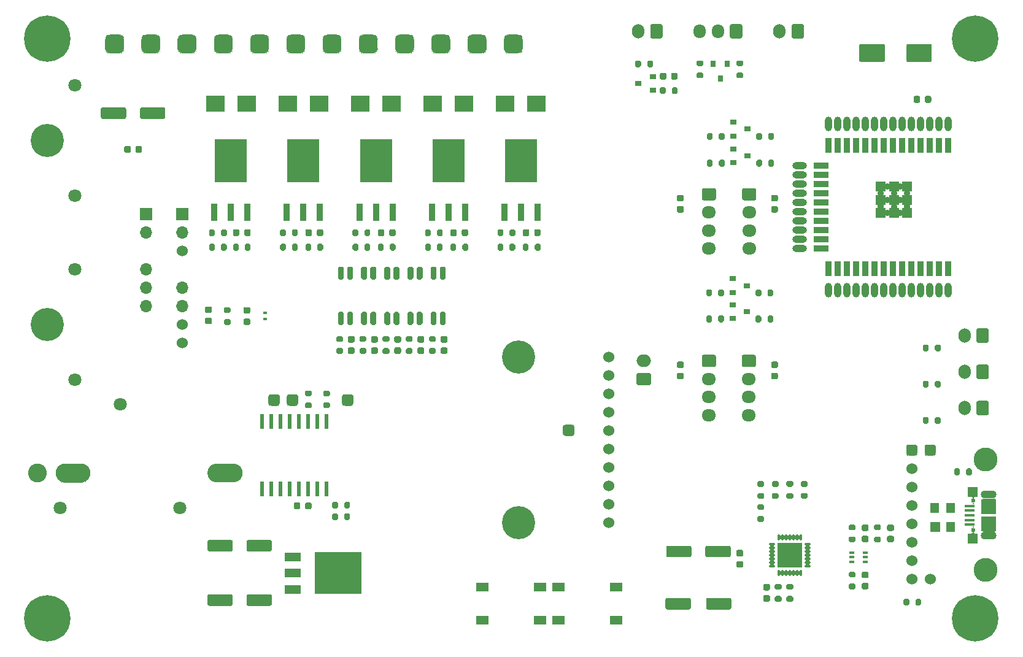
<source format=gbr>
G04 #@! TF.GenerationSoftware,KiCad,Pcbnew,5.1.9-73d0e3b20d~88~ubuntu20.04.1*
G04 #@! TF.CreationDate,2021-10-07T21:39:00+05:30*
G04 #@! TF.ProjectId,vayuO2,76617975-4f32-42e6-9b69-6361645f7063,rev 1*
G04 #@! TF.SameCoordinates,Original*
G04 #@! TF.FileFunction,Soldermask,Top*
G04 #@! TF.FilePolarity,Negative*
%FSLAX46Y46*%
G04 Gerber Fmt 4.6, Leading zero omitted, Abs format (unit mm)*
G04 Created by KiCad (PCBNEW 5.1.9-73d0e3b20d~88~ubuntu20.04.1) date 2021-10-07 21:39:00*
%MOMM*%
%LPD*%
G01*
G04 APERTURE LIST*
%ADD10O,2.000000X1.000000*%
%ADD11O,1.000000X2.000000*%
%ADD12R,1.330000X1.330000*%
%ADD13R,0.900000X2.000000*%
%ADD14R,2.000000X0.900000*%
%ADD15C,0.900000*%
%ADD16C,1.524000*%
%ADD17R,1.700000X1.700000*%
%ADD18O,1.700000X1.700000*%
%ADD19R,0.939800X2.489200*%
%ADD20R,4.368800X5.918200*%
%ADD21C,3.302000*%
%ADD22R,1.200000X1.400000*%
%ADD23R,1.400000X1.400000*%
%ADD24R,1.800000X1.300000*%
%ADD25R,0.650000X0.400000*%
%ADD26R,0.900000X0.800000*%
%ADD27O,1.950000X1.700000*%
%ADD28R,2.200000X1.200000*%
%ADD29R,6.400000X5.800000*%
%ADD30C,1.800000*%
%ADD31C,4.572000*%
%ADD32R,0.600000X0.400000*%
%ADD33O,2.200000X1.100000*%
%ADD34R,2.000000X2.000000*%
%ADD35R,1.350000X0.400000*%
%ADD36C,0.600000*%
%ADD37O,1.700000X2.000000*%
%ADD38C,6.400000*%
%ADD39C,0.800000*%
%ADD40O,3.900000X2.600000*%
%ADD41C,2.600000*%
%ADD42O,4.800000X2.600000*%
%ADD43R,1.675000X1.675000*%
%ADD44O,0.300000X0.850000*%
%ADD45O,0.850000X0.300000*%
%ADD46R,0.599440X1.998980*%
%ADD47R,0.800000X0.900000*%
%ADD48R,2.500000X2.300000*%
%ADD49O,2.000000X1.700000*%
%ADD50O,1.700000X1.950000*%
%ADD51C,0.127000*%
G04 APERTURE END LIST*
G36*
G01*
X104265000Y-93525000D02*
X103865000Y-93525000D01*
G75*
G02*
X103665000Y-93325000I0J200000D01*
G01*
X103665000Y-91925000D01*
G75*
G02*
X103865000Y-91725000I200000J0D01*
G01*
X104265000Y-91725000D01*
G75*
G02*
X104465000Y-91925000I0J-200000D01*
G01*
X104465000Y-93325000D01*
G75*
G02*
X104265000Y-93525000I-200000J0D01*
G01*
G37*
G36*
G01*
X105535000Y-93525000D02*
X105135000Y-93525000D01*
G75*
G02*
X104935000Y-93325000I0J200000D01*
G01*
X104935000Y-91925000D01*
G75*
G02*
X105135000Y-91725000I200000J0D01*
G01*
X105535000Y-91725000D01*
G75*
G02*
X105735000Y-91925000I0J-200000D01*
G01*
X105735000Y-93325000D01*
G75*
G02*
X105535000Y-93525000I-200000J0D01*
G01*
G37*
G36*
G01*
X105535000Y-87275000D02*
X105135000Y-87275000D01*
G75*
G02*
X104935000Y-87075000I0J200000D01*
G01*
X104935000Y-85675000D01*
G75*
G02*
X105135000Y-85475000I200000J0D01*
G01*
X105535000Y-85475000D01*
G75*
G02*
X105735000Y-85675000I0J-200000D01*
G01*
X105735000Y-87075000D01*
G75*
G02*
X105535000Y-87275000I-200000J0D01*
G01*
G37*
G36*
G01*
X104265000Y-87275000D02*
X103865000Y-87275000D01*
G75*
G02*
X103665000Y-87075000I0J200000D01*
G01*
X103665000Y-85675000D01*
G75*
G02*
X103865000Y-85475000I200000J0D01*
G01*
X104265000Y-85475000D01*
G75*
G02*
X104465000Y-85675000I0J-200000D01*
G01*
X104465000Y-87075000D01*
G75*
G02*
X104265000Y-87275000I-200000J0D01*
G01*
G37*
G36*
G01*
X101065000Y-93525000D02*
X100665000Y-93525000D01*
G75*
G02*
X100465000Y-93325000I0J200000D01*
G01*
X100465000Y-91925000D01*
G75*
G02*
X100665000Y-91725000I200000J0D01*
G01*
X101065000Y-91725000D01*
G75*
G02*
X101265000Y-91925000I0J-200000D01*
G01*
X101265000Y-93325000D01*
G75*
G02*
X101065000Y-93525000I-200000J0D01*
G01*
G37*
G36*
G01*
X102335000Y-93525000D02*
X101935000Y-93525000D01*
G75*
G02*
X101735000Y-93325000I0J200000D01*
G01*
X101735000Y-91925000D01*
G75*
G02*
X101935000Y-91725000I200000J0D01*
G01*
X102335000Y-91725000D01*
G75*
G02*
X102535000Y-91925000I0J-200000D01*
G01*
X102535000Y-93325000D01*
G75*
G02*
X102335000Y-93525000I-200000J0D01*
G01*
G37*
G36*
G01*
X102335000Y-87275000D02*
X101935000Y-87275000D01*
G75*
G02*
X101735000Y-87075000I0J200000D01*
G01*
X101735000Y-85675000D01*
G75*
G02*
X101935000Y-85475000I200000J0D01*
G01*
X102335000Y-85475000D01*
G75*
G02*
X102535000Y-85675000I0J-200000D01*
G01*
X102535000Y-87075000D01*
G75*
G02*
X102335000Y-87275000I-200000J0D01*
G01*
G37*
G36*
G01*
X101065000Y-87275000D02*
X100665000Y-87275000D01*
G75*
G02*
X100465000Y-87075000I0J200000D01*
G01*
X100465000Y-85675000D01*
G75*
G02*
X100665000Y-85475000I200000J0D01*
G01*
X101065000Y-85475000D01*
G75*
G02*
X101265000Y-85675000I0J-200000D01*
G01*
X101265000Y-87075000D01*
G75*
G02*
X101065000Y-87275000I-200000J0D01*
G01*
G37*
G36*
G01*
X97865000Y-93525000D02*
X97465000Y-93525000D01*
G75*
G02*
X97265000Y-93325000I0J200000D01*
G01*
X97265000Y-91925000D01*
G75*
G02*
X97465000Y-91725000I200000J0D01*
G01*
X97865000Y-91725000D01*
G75*
G02*
X98065000Y-91925000I0J-200000D01*
G01*
X98065000Y-93325000D01*
G75*
G02*
X97865000Y-93525000I-200000J0D01*
G01*
G37*
G36*
G01*
X99135000Y-93525000D02*
X98735000Y-93525000D01*
G75*
G02*
X98535000Y-93325000I0J200000D01*
G01*
X98535000Y-91925000D01*
G75*
G02*
X98735000Y-91725000I200000J0D01*
G01*
X99135000Y-91725000D01*
G75*
G02*
X99335000Y-91925000I0J-200000D01*
G01*
X99335000Y-93325000D01*
G75*
G02*
X99135000Y-93525000I-200000J0D01*
G01*
G37*
G36*
G01*
X99135000Y-87275000D02*
X98735000Y-87275000D01*
G75*
G02*
X98535000Y-87075000I0J200000D01*
G01*
X98535000Y-85675000D01*
G75*
G02*
X98735000Y-85475000I200000J0D01*
G01*
X99135000Y-85475000D01*
G75*
G02*
X99335000Y-85675000I0J-200000D01*
G01*
X99335000Y-87075000D01*
G75*
G02*
X99135000Y-87275000I-200000J0D01*
G01*
G37*
G36*
G01*
X97865000Y-87275000D02*
X97465000Y-87275000D01*
G75*
G02*
X97265000Y-87075000I0J200000D01*
G01*
X97265000Y-85675000D01*
G75*
G02*
X97465000Y-85475000I200000J0D01*
G01*
X97865000Y-85475000D01*
G75*
G02*
X98065000Y-85675000I0J-200000D01*
G01*
X98065000Y-87075000D01*
G75*
G02*
X97865000Y-87275000I-200000J0D01*
G01*
G37*
G36*
G01*
X94665000Y-93525000D02*
X94265000Y-93525000D01*
G75*
G02*
X94065000Y-93325000I0J200000D01*
G01*
X94065000Y-91925000D01*
G75*
G02*
X94265000Y-91725000I200000J0D01*
G01*
X94665000Y-91725000D01*
G75*
G02*
X94865000Y-91925000I0J-200000D01*
G01*
X94865000Y-93325000D01*
G75*
G02*
X94665000Y-93525000I-200000J0D01*
G01*
G37*
G36*
G01*
X95935000Y-93525000D02*
X95535000Y-93525000D01*
G75*
G02*
X95335000Y-93325000I0J200000D01*
G01*
X95335000Y-91925000D01*
G75*
G02*
X95535000Y-91725000I200000J0D01*
G01*
X95935000Y-91725000D01*
G75*
G02*
X96135000Y-91925000I0J-200000D01*
G01*
X96135000Y-93325000D01*
G75*
G02*
X95935000Y-93525000I-200000J0D01*
G01*
G37*
G36*
G01*
X95935000Y-87275000D02*
X95535000Y-87275000D01*
G75*
G02*
X95335000Y-87075000I0J200000D01*
G01*
X95335000Y-85675000D01*
G75*
G02*
X95535000Y-85475000I200000J0D01*
G01*
X95935000Y-85475000D01*
G75*
G02*
X96135000Y-85675000I0J-200000D01*
G01*
X96135000Y-87075000D01*
G75*
G02*
X95935000Y-87275000I-200000J0D01*
G01*
G37*
G36*
G01*
X94665000Y-87275000D02*
X94265000Y-87275000D01*
G75*
G02*
X94065000Y-87075000I0J200000D01*
G01*
X94065000Y-85675000D01*
G75*
G02*
X94265000Y-85475000I200000J0D01*
G01*
X94665000Y-85475000D01*
G75*
G02*
X94865000Y-85675000I0J-200000D01*
G01*
X94865000Y-87075000D01*
G75*
G02*
X94665000Y-87275000I-200000J0D01*
G01*
G37*
G36*
G01*
X107465000Y-93525000D02*
X107065000Y-93525000D01*
G75*
G02*
X106865000Y-93325000I0J200000D01*
G01*
X106865000Y-91925000D01*
G75*
G02*
X107065000Y-91725000I200000J0D01*
G01*
X107465000Y-91725000D01*
G75*
G02*
X107665000Y-91925000I0J-200000D01*
G01*
X107665000Y-93325000D01*
G75*
G02*
X107465000Y-93525000I-200000J0D01*
G01*
G37*
G36*
G01*
X108735000Y-93525000D02*
X108335000Y-93525000D01*
G75*
G02*
X108135000Y-93325000I0J200000D01*
G01*
X108135000Y-91925000D01*
G75*
G02*
X108335000Y-91725000I200000J0D01*
G01*
X108735000Y-91725000D01*
G75*
G02*
X108935000Y-91925000I0J-200000D01*
G01*
X108935000Y-93325000D01*
G75*
G02*
X108735000Y-93525000I-200000J0D01*
G01*
G37*
G36*
G01*
X108735000Y-87275000D02*
X108335000Y-87275000D01*
G75*
G02*
X108135000Y-87075000I0J200000D01*
G01*
X108135000Y-85675000D01*
G75*
G02*
X108335000Y-85475000I200000J0D01*
G01*
X108735000Y-85475000D01*
G75*
G02*
X108935000Y-85675000I0J-200000D01*
G01*
X108935000Y-87075000D01*
G75*
G02*
X108735000Y-87275000I-200000J0D01*
G01*
G37*
G36*
G01*
X107465000Y-87275000D02*
X107065000Y-87275000D01*
G75*
G02*
X106865000Y-87075000I0J200000D01*
G01*
X106865000Y-85675000D01*
G75*
G02*
X107065000Y-85475000I200000J0D01*
G01*
X107465000Y-85475000D01*
G75*
G02*
X107665000Y-85675000I0J-200000D01*
G01*
X107665000Y-87075000D01*
G75*
G02*
X107465000Y-87275000I-200000J0D01*
G01*
G37*
G36*
G01*
X79550000Y-123450000D02*
X79550000Y-124550000D01*
G75*
G02*
X79300000Y-124800000I-250000J0D01*
G01*
X76300000Y-124800000D01*
G75*
G02*
X76050000Y-124550000I0J250000D01*
G01*
X76050000Y-123450000D01*
G75*
G02*
X76300000Y-123200000I250000J0D01*
G01*
X79300000Y-123200000D01*
G75*
G02*
X79550000Y-123450000I0J-250000D01*
G01*
G37*
G36*
G01*
X84950000Y-123450000D02*
X84950000Y-124550000D01*
G75*
G02*
X84700000Y-124800000I-250000J0D01*
G01*
X81700000Y-124800000D01*
G75*
G02*
X81450000Y-124550000I0J250000D01*
G01*
X81450000Y-123450000D01*
G75*
G02*
X81700000Y-123200000I250000J0D01*
G01*
X84700000Y-123200000D01*
G75*
G02*
X84950000Y-123450000I0J-250000D01*
G01*
G37*
D10*
X157760001Y-77885000D03*
X157760001Y-82965000D03*
X157760001Y-81695000D03*
X157760001Y-80425000D03*
X157760001Y-79155000D03*
X157760001Y-76615000D03*
X157760001Y-75345000D03*
X157760001Y-74075000D03*
X157760001Y-72805000D03*
X157760001Y-71535000D03*
D11*
X175720001Y-88750000D03*
X164290001Y-88750000D03*
X173180001Y-88750000D03*
X170640001Y-88750000D03*
X169370001Y-88750000D03*
X163020001Y-88750000D03*
X161750001Y-88750000D03*
X171910001Y-88750000D03*
X165560001Y-88750000D03*
X178260001Y-88750000D03*
X174450001Y-88750000D03*
X166830001Y-88750000D03*
X168100001Y-88750000D03*
X176990001Y-88750000D03*
X161750001Y-65750000D03*
X163020001Y-65750000D03*
X164290001Y-65750000D03*
X165560001Y-65750000D03*
X166830001Y-65750000D03*
X168100001Y-65750000D03*
X169370001Y-65750000D03*
X170640001Y-65750000D03*
X171910001Y-65750000D03*
X173180001Y-65750000D03*
X174450001Y-65750000D03*
X175720001Y-65750000D03*
X176990001Y-65750000D03*
X178260001Y-65750000D03*
D12*
X170760001Y-76250000D03*
D13*
X178260001Y-85750000D03*
X176990001Y-85750000D03*
X175720001Y-85750000D03*
X174450001Y-85750000D03*
X173180001Y-85750000D03*
X171910001Y-85750000D03*
X170640001Y-85750000D03*
X169370001Y-85750000D03*
X168100001Y-85750000D03*
X166830001Y-85750000D03*
X165560001Y-85750000D03*
X164290001Y-85750000D03*
X163020001Y-85750000D03*
X161750001Y-85750000D03*
D14*
X160750001Y-82965000D03*
X160750001Y-81695000D03*
X160750001Y-80425000D03*
X160750001Y-79155000D03*
X160750001Y-77885000D03*
X160750001Y-76615000D03*
X160750001Y-75345000D03*
X160750001Y-74075000D03*
X160750001Y-72805000D03*
X160750001Y-71535000D03*
D13*
X161750001Y-68750000D03*
X163020001Y-68750000D03*
X164290001Y-68750000D03*
X165560001Y-68750000D03*
X166830001Y-68750000D03*
X168100001Y-68750000D03*
X169370001Y-68750000D03*
X170640001Y-68750000D03*
X171910001Y-68750000D03*
X173180001Y-68750000D03*
X174450001Y-68750000D03*
X175720001Y-68750000D03*
X176990001Y-68750000D03*
X178260001Y-68750000D03*
D12*
X170760001Y-78085000D03*
X170760001Y-74415000D03*
X172595001Y-76250000D03*
X172595001Y-74415000D03*
X172595001Y-78085000D03*
X168925001Y-76250000D03*
X168925001Y-74415000D03*
X168925001Y-78085000D03*
D15*
X172595001Y-75332500D03*
X172595001Y-77250000D03*
X170760001Y-75332500D03*
X171677501Y-76250000D03*
X170760001Y-77250000D03*
X171677501Y-74415000D03*
X171677501Y-78085000D03*
X169842501Y-76250000D03*
X169842501Y-74415000D03*
X169842501Y-78085000D03*
X168925001Y-77250000D03*
X168925001Y-75332500D03*
G36*
G01*
X142850000Y-124250000D02*
X142850000Y-125350000D01*
G75*
G02*
X142600000Y-125600000I-250000J0D01*
G01*
X139600000Y-125600000D01*
G75*
G02*
X139350000Y-125350000I0J250000D01*
G01*
X139350000Y-124250000D01*
G75*
G02*
X139600000Y-124000000I250000J0D01*
G01*
X142600000Y-124000000D01*
G75*
G02*
X142850000Y-124250000I0J-250000D01*
G01*
G37*
G36*
G01*
X148250000Y-124250000D02*
X148250000Y-125350000D01*
G75*
G02*
X148000000Y-125600000I-250000J0D01*
G01*
X145000000Y-125600000D01*
G75*
G02*
X144750000Y-125350000I0J250000D01*
G01*
X144750000Y-124250000D01*
G75*
G02*
X145000000Y-124000000I250000J0D01*
G01*
X148000000Y-124000000D01*
G75*
G02*
X148250000Y-124250000I0J-250000D01*
G01*
G37*
G36*
G01*
X79550000Y-130950000D02*
X79550000Y-132050000D01*
G75*
G02*
X79300000Y-132300000I-250000J0D01*
G01*
X76300000Y-132300000D01*
G75*
G02*
X76050000Y-132050000I0J250000D01*
G01*
X76050000Y-130950000D01*
G75*
G02*
X76300000Y-130700000I250000J0D01*
G01*
X79300000Y-130700000D01*
G75*
G02*
X79550000Y-130950000I0J-250000D01*
G01*
G37*
G36*
G01*
X84950000Y-130950000D02*
X84950000Y-132050000D01*
G75*
G02*
X84700000Y-132300000I-250000J0D01*
G01*
X81700000Y-132300000D01*
G75*
G02*
X81450000Y-132050000I0J250000D01*
G01*
X81450000Y-130950000D01*
G75*
G02*
X81700000Y-130700000I250000J0D01*
G01*
X84700000Y-130700000D01*
G75*
G02*
X84950000Y-130950000I0J-250000D01*
G01*
G37*
G36*
G01*
X64850000Y-63750000D02*
X64850000Y-64850000D01*
G75*
G02*
X64600000Y-65100000I-250000J0D01*
G01*
X61600000Y-65100000D01*
G75*
G02*
X61350000Y-64850000I0J250000D01*
G01*
X61350000Y-63750000D01*
G75*
G02*
X61600000Y-63500000I250000J0D01*
G01*
X64600000Y-63500000D01*
G75*
G02*
X64850000Y-63750000I0J-250000D01*
G01*
G37*
G36*
G01*
X70250000Y-63750000D02*
X70250000Y-64850000D01*
G75*
G02*
X70000000Y-65100000I-250000J0D01*
G01*
X67000000Y-65100000D01*
G75*
G02*
X66750000Y-64850000I0J250000D01*
G01*
X66750000Y-63750000D01*
G75*
G02*
X67000000Y-63500000I250000J0D01*
G01*
X70000000Y-63500000D01*
G75*
G02*
X70250000Y-63750000I0J-250000D01*
G01*
G37*
G36*
G01*
X169500000Y-55000000D02*
X169500000Y-57000000D01*
G75*
G02*
X169250000Y-57250000I-250000J0D01*
G01*
X166250000Y-57250000D01*
G75*
G02*
X166000000Y-57000000I0J250000D01*
G01*
X166000000Y-55000000D01*
G75*
G02*
X166250000Y-54750000I250000J0D01*
G01*
X169250000Y-54750000D01*
G75*
G02*
X169500000Y-55000000I0J-250000D01*
G01*
G37*
G36*
G01*
X176000000Y-55000000D02*
X176000000Y-57000000D01*
G75*
G02*
X175750000Y-57250000I-250000J0D01*
G01*
X172750000Y-57250000D01*
G75*
G02*
X172500000Y-57000000I0J250000D01*
G01*
X172500000Y-55000000D01*
G75*
G02*
X172750000Y-54750000I250000J0D01*
G01*
X175750000Y-54750000D01*
G75*
G02*
X176000000Y-55000000I0J-250000D01*
G01*
G37*
D16*
X72550000Y-96030000D03*
X72550000Y-93490000D03*
X72550000Y-83330000D03*
D17*
X72550000Y-78250000D03*
D18*
X72550000Y-80790000D03*
X72550000Y-88410000D03*
X72550000Y-90950000D03*
G36*
G01*
X90375000Y-82525000D02*
X90375000Y-83075000D01*
G75*
G02*
X90175000Y-83275000I-200000J0D01*
G01*
X89775000Y-83275000D01*
G75*
G02*
X89575000Y-83075000I0J200000D01*
G01*
X89575000Y-82525000D01*
G75*
G02*
X89775000Y-82325000I200000J0D01*
G01*
X90175000Y-82325000D01*
G75*
G02*
X90375000Y-82525000I0J-200000D01*
G01*
G37*
G36*
G01*
X92025000Y-82525000D02*
X92025000Y-83075000D01*
G75*
G02*
X91825000Y-83275000I-200000J0D01*
G01*
X91425000Y-83275000D01*
G75*
G02*
X91225000Y-83075000I0J200000D01*
G01*
X91225000Y-82525000D01*
G75*
G02*
X91425000Y-82325000I200000J0D01*
G01*
X91825000Y-82325000D01*
G75*
G02*
X92025000Y-82525000I0J-200000D01*
G01*
G37*
G36*
G01*
X158125000Y-116725000D02*
X158675000Y-116725000D01*
G75*
G02*
X158875000Y-116925000I0J-200000D01*
G01*
X158875000Y-117325000D01*
G75*
G02*
X158675000Y-117525000I-200000J0D01*
G01*
X158125000Y-117525000D01*
G75*
G02*
X157925000Y-117325000I0J200000D01*
G01*
X157925000Y-116925000D01*
G75*
G02*
X158125000Y-116725000I200000J0D01*
G01*
G37*
G36*
G01*
X158125000Y-115075000D02*
X158675000Y-115075000D01*
G75*
G02*
X158875000Y-115275000I0J-200000D01*
G01*
X158875000Y-115675000D01*
G75*
G02*
X158675000Y-115875000I-200000J0D01*
G01*
X158125000Y-115875000D01*
G75*
G02*
X157925000Y-115675000I0J200000D01*
G01*
X157925000Y-115275000D01*
G75*
G02*
X158125000Y-115075000I200000J0D01*
G01*
G37*
D19*
X99300000Y-77943500D03*
X97014000Y-77943500D03*
X101586000Y-77943500D03*
D20*
X99300000Y-70844200D03*
D16*
X175780000Y-128590000D03*
G36*
G01*
X175399000Y-110048000D02*
X176161000Y-110048000D01*
G75*
G02*
X176542000Y-110429000I0J-381000D01*
G01*
X176542000Y-111191000D01*
G75*
G02*
X176161000Y-111572000I-381000J0D01*
G01*
X175399000Y-111572000D01*
G75*
G02*
X175018000Y-111191000I0J381000D01*
G01*
X175018000Y-110429000D01*
G75*
G02*
X175399000Y-110048000I381000J0D01*
G01*
G37*
G36*
G01*
X172859000Y-110048000D02*
X173621000Y-110048000D01*
G75*
G02*
X174002000Y-110429000I0J-381000D01*
G01*
X174002000Y-111191000D01*
G75*
G02*
X173621000Y-111572000I-381000J0D01*
G01*
X172859000Y-111572000D01*
G75*
G02*
X172478000Y-111191000I0J381000D01*
G01*
X172478000Y-110429000D01*
G75*
G02*
X172859000Y-110048000I381000J0D01*
G01*
G37*
X173240000Y-113350000D03*
X173240000Y-115890000D03*
X173240000Y-128590000D03*
X173240000Y-126050000D03*
X173240000Y-123510000D03*
X173240000Y-120970000D03*
X173240000Y-118430000D03*
D21*
X183400000Y-112080000D03*
X183400000Y-127320000D03*
D19*
X79300000Y-77943500D03*
X77014000Y-77943500D03*
X81586000Y-77943500D03*
D20*
X79300000Y-70844200D03*
G36*
G01*
X108950000Y-95975000D02*
X108450000Y-95975000D01*
G75*
G02*
X108225000Y-95750000I0J225000D01*
G01*
X108225000Y-95300000D01*
G75*
G02*
X108450000Y-95075000I225000J0D01*
G01*
X108950000Y-95075000D01*
G75*
G02*
X109175000Y-95300000I0J-225000D01*
G01*
X109175000Y-95750000D01*
G75*
G02*
X108950000Y-95975000I-225000J0D01*
G01*
G37*
G36*
G01*
X108950000Y-97525000D02*
X108450000Y-97525000D01*
G75*
G02*
X108225000Y-97300000I0J225000D01*
G01*
X108225000Y-96850000D01*
G75*
G02*
X108450000Y-96625000I225000J0D01*
G01*
X108950000Y-96625000D01*
G75*
G02*
X109175000Y-96850000I0J-225000D01*
G01*
X109175000Y-97300000D01*
G75*
G02*
X108950000Y-97525000I-225000J0D01*
G01*
G37*
G36*
G01*
X156125000Y-130925000D02*
X156675000Y-130925000D01*
G75*
G02*
X156875000Y-131125000I0J-200000D01*
G01*
X156875000Y-131525000D01*
G75*
G02*
X156675000Y-131725000I-200000J0D01*
G01*
X156125000Y-131725000D01*
G75*
G02*
X155925000Y-131525000I0J200000D01*
G01*
X155925000Y-131125000D01*
G75*
G02*
X156125000Y-130925000I200000J0D01*
G01*
G37*
G36*
G01*
X156125000Y-129275000D02*
X156675000Y-129275000D01*
G75*
G02*
X156875000Y-129475000I0J-200000D01*
G01*
X156875000Y-129875000D01*
G75*
G02*
X156675000Y-130075000I-200000J0D01*
G01*
X156125000Y-130075000D01*
G75*
G02*
X155925000Y-129875000I0J200000D01*
G01*
X155925000Y-129475000D01*
G75*
G02*
X156125000Y-129275000I200000J0D01*
G01*
G37*
D22*
X176400000Y-118800000D03*
X178600000Y-118800000D03*
X178600000Y-121400000D03*
D23*
X176500000Y-121400000D03*
G36*
G01*
X87000000Y-104300000D02*
X87000000Y-103500000D01*
G75*
G02*
X87400000Y-103100000I400000J0D01*
G01*
X88200000Y-103100000D01*
G75*
G02*
X88600000Y-103500000I0J-400000D01*
G01*
X88600000Y-104300000D01*
G75*
G02*
X88200000Y-104700000I-400000J0D01*
G01*
X87400000Y-104700000D01*
G75*
G02*
X87000000Y-104300000I0J400000D01*
G01*
G37*
D24*
X124525000Y-129750000D03*
X132475000Y-129750000D03*
X132475000Y-134250000D03*
X124525000Y-134250000D03*
D25*
X166850000Y-124950000D03*
X166850000Y-126250000D03*
X164950000Y-125600000D03*
X166850000Y-125600000D03*
X164950000Y-126250000D03*
X164950000Y-124950000D03*
G36*
G01*
X146525000Y-92975000D02*
X146525000Y-92425000D01*
G75*
G02*
X146725000Y-92225000I200000J0D01*
G01*
X147125000Y-92225000D01*
G75*
G02*
X147325000Y-92425000I0J-200000D01*
G01*
X147325000Y-92975000D01*
G75*
G02*
X147125000Y-93175000I-200000J0D01*
G01*
X146725000Y-93175000D01*
G75*
G02*
X146525000Y-92975000I0J200000D01*
G01*
G37*
G36*
G01*
X144875000Y-92975000D02*
X144875000Y-92425000D01*
G75*
G02*
X145075000Y-92225000I200000J0D01*
G01*
X145475000Y-92225000D01*
G75*
G02*
X145675000Y-92425000I0J-200000D01*
G01*
X145675000Y-92975000D01*
G75*
G02*
X145475000Y-93175000I-200000J0D01*
G01*
X145075000Y-93175000D01*
G75*
G02*
X144875000Y-92975000I0J200000D01*
G01*
G37*
G36*
G01*
X152475000Y-92425000D02*
X152475000Y-92975000D01*
G75*
G02*
X152275000Y-93175000I-200000J0D01*
G01*
X151875000Y-93175000D01*
G75*
G02*
X151675000Y-92975000I0J200000D01*
G01*
X151675000Y-92425000D01*
G75*
G02*
X151875000Y-92225000I200000J0D01*
G01*
X152275000Y-92225000D01*
G75*
G02*
X152475000Y-92425000I0J-200000D01*
G01*
G37*
G36*
G01*
X154125000Y-92425000D02*
X154125000Y-92975000D01*
G75*
G02*
X153925000Y-93175000I-200000J0D01*
G01*
X153525000Y-93175000D01*
G75*
G02*
X153325000Y-92975000I0J200000D01*
G01*
X153325000Y-92425000D01*
G75*
G02*
X153525000Y-92225000I200000J0D01*
G01*
X153925000Y-92225000D01*
G75*
G02*
X154125000Y-92425000I0J-200000D01*
G01*
G37*
D26*
X150500000Y-91700000D03*
X148500000Y-92650000D03*
X148500000Y-90750000D03*
D27*
X150800000Y-83000000D03*
X150800000Y-80500000D03*
X150800000Y-78000000D03*
G36*
G01*
X150075000Y-74650000D02*
X151525000Y-74650000D01*
G75*
G02*
X151775000Y-74900000I0J-250000D01*
G01*
X151775000Y-76100000D01*
G75*
G02*
X151525000Y-76350000I-250000J0D01*
G01*
X150075000Y-76350000D01*
G75*
G02*
X149825000Y-76100000I0J250000D01*
G01*
X149825000Y-74900000D01*
G75*
G02*
X150075000Y-74650000I250000J0D01*
G01*
G37*
D28*
X87800000Y-125520000D03*
X87800000Y-127800000D03*
X87800000Y-130080000D03*
D29*
X94100000Y-127800000D03*
D30*
X57750000Y-85830000D03*
X57750000Y-101070000D03*
X57750000Y-75670000D03*
X57750000Y-60430000D03*
D31*
X53940000Y-68050000D03*
X53940000Y-93450000D03*
G36*
G01*
X174375000Y-62150000D02*
X174375000Y-62650000D01*
G75*
G02*
X174150000Y-62875000I-225000J0D01*
G01*
X173700000Y-62875000D01*
G75*
G02*
X173475000Y-62650000I0J225000D01*
G01*
X173475000Y-62150000D01*
G75*
G02*
X173700000Y-61925000I225000J0D01*
G01*
X174150000Y-61925000D01*
G75*
G02*
X174375000Y-62150000I0J-225000D01*
G01*
G37*
G36*
G01*
X175925000Y-62150000D02*
X175925000Y-62650000D01*
G75*
G02*
X175700000Y-62875000I-225000J0D01*
G01*
X175250000Y-62875000D01*
G75*
G02*
X175025000Y-62650000I0J225000D01*
G01*
X175025000Y-62150000D01*
G75*
G02*
X175250000Y-61925000I225000J0D01*
G01*
X175700000Y-61925000D01*
G75*
G02*
X175925000Y-62150000I0J-225000D01*
G01*
G37*
G36*
G01*
X81756250Y-93525000D02*
X81243750Y-93525000D01*
G75*
G02*
X81025000Y-93306250I0J218750D01*
G01*
X81025000Y-92868750D01*
G75*
G02*
X81243750Y-92650000I218750J0D01*
G01*
X81756250Y-92650000D01*
G75*
G02*
X81975000Y-92868750I0J-218750D01*
G01*
X81975000Y-93306250D01*
G75*
G02*
X81756250Y-93525000I-218750J0D01*
G01*
G37*
G36*
G01*
X81756250Y-91950000D02*
X81243750Y-91950000D01*
G75*
G02*
X81025000Y-91731250I0J218750D01*
G01*
X81025000Y-91293750D01*
G75*
G02*
X81243750Y-91075000I218750J0D01*
G01*
X81756250Y-91075000D01*
G75*
G02*
X81975000Y-91293750I0J-218750D01*
G01*
X81975000Y-91731250D01*
G75*
G02*
X81756250Y-91950000I-218750J0D01*
G01*
G37*
G36*
G01*
X79075000Y-93525000D02*
X78525000Y-93525000D01*
G75*
G02*
X78325000Y-93325000I0J200000D01*
G01*
X78325000Y-92925000D01*
G75*
G02*
X78525000Y-92725000I200000J0D01*
G01*
X79075000Y-92725000D01*
G75*
G02*
X79275000Y-92925000I0J-200000D01*
G01*
X79275000Y-93325000D01*
G75*
G02*
X79075000Y-93525000I-200000J0D01*
G01*
G37*
G36*
G01*
X79075000Y-91875000D02*
X78525000Y-91875000D01*
G75*
G02*
X78325000Y-91675000I0J200000D01*
G01*
X78325000Y-91275000D01*
G75*
G02*
X78525000Y-91075000I200000J0D01*
G01*
X79075000Y-91075000D01*
G75*
G02*
X79275000Y-91275000I0J-200000D01*
G01*
X79275000Y-91675000D01*
G75*
G02*
X79075000Y-91875000I-200000J0D01*
G01*
G37*
D32*
X84000000Y-92750000D03*
X84000000Y-91850000D03*
D33*
X183850000Y-116965000D03*
X183850000Y-122635000D03*
D34*
X183850000Y-120950000D03*
D23*
X181600000Y-116600000D03*
D35*
X181175000Y-119800000D03*
X181175000Y-119150000D03*
X181175000Y-118500000D03*
X181175000Y-121100000D03*
X181175000Y-120450000D03*
D23*
X181600000Y-123000000D03*
D34*
X183850000Y-118650000D03*
D36*
X181700000Y-121800000D03*
X181700000Y-117800000D03*
D24*
X114025000Y-129750000D03*
X121975000Y-129750000D03*
X121975000Y-134250000D03*
X114025000Y-134250000D03*
G36*
G01*
X180725000Y-114075000D02*
X180725000Y-113525000D01*
G75*
G02*
X180925000Y-113325000I200000J0D01*
G01*
X181325000Y-113325000D01*
G75*
G02*
X181525000Y-113525000I0J-200000D01*
G01*
X181525000Y-114075000D01*
G75*
G02*
X181325000Y-114275000I-200000J0D01*
G01*
X180925000Y-114275000D01*
G75*
G02*
X180725000Y-114075000I0J200000D01*
G01*
G37*
G36*
G01*
X179075000Y-114075000D02*
X179075000Y-113525000D01*
G75*
G02*
X179275000Y-113325000I200000J0D01*
G01*
X179675000Y-113325000D01*
G75*
G02*
X179875000Y-113525000I0J-200000D01*
G01*
X179875000Y-114075000D01*
G75*
G02*
X179675000Y-114275000I-200000J0D01*
G01*
X179275000Y-114275000D01*
G75*
G02*
X179075000Y-114075000I0J200000D01*
G01*
G37*
G36*
G01*
X173725000Y-132075000D02*
X173725000Y-131525000D01*
G75*
G02*
X173925000Y-131325000I200000J0D01*
G01*
X174325000Y-131325000D01*
G75*
G02*
X174525000Y-131525000I0J-200000D01*
G01*
X174525000Y-132075000D01*
G75*
G02*
X174325000Y-132275000I-200000J0D01*
G01*
X173925000Y-132275000D01*
G75*
G02*
X173725000Y-132075000I0J200000D01*
G01*
G37*
G36*
G01*
X172075000Y-132075000D02*
X172075000Y-131525000D01*
G75*
G02*
X172275000Y-131325000I200000J0D01*
G01*
X172675000Y-131325000D01*
G75*
G02*
X172875000Y-131525000I0J-200000D01*
G01*
X172875000Y-132075000D01*
G75*
G02*
X172675000Y-132275000I-200000J0D01*
G01*
X172275000Y-132275000D01*
G75*
G02*
X172075000Y-132075000I0J200000D01*
G01*
G37*
G36*
G01*
X96875000Y-82525000D02*
X96875000Y-83075000D01*
G75*
G02*
X96675000Y-83275000I-200000J0D01*
G01*
X96275000Y-83275000D01*
G75*
G02*
X96075000Y-83075000I0J200000D01*
G01*
X96075000Y-82525000D01*
G75*
G02*
X96275000Y-82325000I200000J0D01*
G01*
X96675000Y-82325000D01*
G75*
G02*
X96875000Y-82525000I0J-200000D01*
G01*
G37*
G36*
G01*
X98525000Y-82525000D02*
X98525000Y-83075000D01*
G75*
G02*
X98325000Y-83275000I-200000J0D01*
G01*
X97925000Y-83275000D01*
G75*
G02*
X97725000Y-83075000I0J200000D01*
G01*
X97725000Y-82525000D01*
G75*
G02*
X97925000Y-82325000I200000J0D01*
G01*
X98325000Y-82325000D01*
G75*
G02*
X98525000Y-82525000I0J-200000D01*
G01*
G37*
D17*
X67550000Y-78250000D03*
D18*
X67550000Y-80790000D03*
X67550000Y-85870000D03*
X67550000Y-88410000D03*
X67550000Y-90950000D03*
D37*
X155000000Y-53000000D03*
G36*
G01*
X158350000Y-52250000D02*
X158350000Y-53750000D01*
G75*
G02*
X158100000Y-54000000I-250000J0D01*
G01*
X156900000Y-54000000D01*
G75*
G02*
X156650000Y-53750000I0J250000D01*
G01*
X156650000Y-52250000D01*
G75*
G02*
X156900000Y-52000000I250000J0D01*
G01*
X158100000Y-52000000D01*
G75*
G02*
X158350000Y-52250000I0J-250000D01*
G01*
G37*
D38*
X182000000Y-54000000D03*
D39*
X184400000Y-54000000D03*
X183697056Y-55697056D03*
X182000000Y-56400000D03*
X180302944Y-55697056D03*
X179600000Y-54000000D03*
X180302944Y-52302944D03*
X182000000Y-51600000D03*
X183697056Y-52302944D03*
D38*
X182000000Y-134000000D03*
D39*
X184400000Y-134000000D03*
X183697056Y-135697056D03*
X182000000Y-136400000D03*
X180302944Y-135697056D03*
X179600000Y-134000000D03*
X180302944Y-132302944D03*
X182000000Y-131600000D03*
X183697056Y-132302944D03*
D38*
X54000000Y-54000000D03*
D39*
X56400000Y-54000000D03*
X55697056Y-55697056D03*
X54000000Y-56400000D03*
X52302944Y-55697056D03*
X51600000Y-54000000D03*
X52302944Y-52302944D03*
X54000000Y-51600000D03*
X55697056Y-52302944D03*
D38*
X54000000Y-134000000D03*
D39*
X56400000Y-134000000D03*
X55697056Y-135697056D03*
X54000000Y-136400000D03*
X52302944Y-135697056D03*
X51600000Y-134000000D03*
X52302944Y-132302944D03*
X54000000Y-131600000D03*
X55697056Y-132302944D03*
G36*
G01*
X58800000Y-115300000D02*
X56200000Y-115300000D01*
G75*
G02*
X55550000Y-114650000I0J650000D01*
G01*
X55550000Y-113350000D01*
G75*
G02*
X56200000Y-112700000I650000J0D01*
G01*
X58800000Y-112700000D01*
G75*
G02*
X59450000Y-113350000I0J-650000D01*
G01*
X59450000Y-114650000D01*
G75*
G02*
X58800000Y-115300000I-650000J0D01*
G01*
G37*
D40*
X78000000Y-114000000D03*
D30*
X72249000Y-118762000D03*
X64000000Y-104475000D03*
X55751000Y-118762000D03*
D41*
X52600000Y-114000000D03*
D42*
X57500000Y-114000000D03*
X78500000Y-114000000D03*
D43*
X155562500Y-124462500D03*
X155562500Y-126137500D03*
X157237500Y-124462500D03*
X157237500Y-126137500D03*
D44*
X154900000Y-122850000D03*
X155400000Y-122850000D03*
X155900000Y-122850000D03*
X156400000Y-122850000D03*
X156900000Y-122850000D03*
X157400000Y-122850000D03*
X157900000Y-122850000D03*
D45*
X158850000Y-123800000D03*
X158850000Y-124300000D03*
X158850000Y-124800000D03*
X158850000Y-125300000D03*
X158850000Y-125800000D03*
X158850000Y-126300000D03*
X158850000Y-126800000D03*
D44*
X157900000Y-127750000D03*
X157400000Y-127750000D03*
X156900000Y-127750000D03*
X156400000Y-127750000D03*
X155900000Y-127750000D03*
X155400000Y-127750000D03*
X154900000Y-127750000D03*
D45*
X153950000Y-126800000D03*
X153950000Y-126300000D03*
X153950000Y-125800000D03*
X153950000Y-125300000D03*
X153950000Y-124800000D03*
X153950000Y-124300000D03*
X153950000Y-123800000D03*
D39*
X155765000Y-124665000D03*
X157035000Y-124665000D03*
X157035000Y-125935000D03*
X155765000Y-125935000D03*
X156400000Y-125300000D03*
D46*
X92445000Y-116150740D03*
X91175000Y-116150740D03*
X89905000Y-116150740D03*
X88635000Y-116150740D03*
X87365000Y-116150740D03*
X86095000Y-116150740D03*
X84825000Y-116150740D03*
X83555000Y-116150740D03*
X83555000Y-106849260D03*
X84825000Y-106849260D03*
X86095000Y-106849260D03*
X87365000Y-106849260D03*
X88635000Y-106849260D03*
X89905000Y-106849260D03*
X91175000Y-106849260D03*
X92445000Y-106849260D03*
G36*
G01*
X94620000Y-104300000D02*
X94620000Y-103500000D01*
G75*
G02*
X95020000Y-103100000I400000J0D01*
G01*
X95820000Y-103100000D01*
G75*
G02*
X96220000Y-103500000I0J-400000D01*
G01*
X96220000Y-104300000D01*
G75*
G02*
X95820000Y-104700000I-400000J0D01*
G01*
X95020000Y-104700000D01*
G75*
G02*
X94620000Y-104300000I0J400000D01*
G01*
G37*
G36*
G01*
X84460000Y-104300000D02*
X84460000Y-103500000D01*
G75*
G02*
X84860000Y-103100000I400000J0D01*
G01*
X85660000Y-103100000D01*
G75*
G02*
X86060000Y-103500000I0J-400000D01*
G01*
X86060000Y-104300000D01*
G75*
G02*
X85660000Y-104700000I-400000J0D01*
G01*
X84860000Y-104700000D01*
G75*
G02*
X84460000Y-104300000I0J400000D01*
G01*
G37*
G36*
G01*
X136725000Y-57775000D02*
X136725000Y-57225000D01*
G75*
G02*
X136925000Y-57025000I200000J0D01*
G01*
X137325000Y-57025000D01*
G75*
G02*
X137525000Y-57225000I0J-200000D01*
G01*
X137525000Y-57775000D01*
G75*
G02*
X137325000Y-57975000I-200000J0D01*
G01*
X136925000Y-57975000D01*
G75*
G02*
X136725000Y-57775000I0J200000D01*
G01*
G37*
G36*
G01*
X135075000Y-57775000D02*
X135075000Y-57225000D01*
G75*
G02*
X135275000Y-57025000I200000J0D01*
G01*
X135675000Y-57025000D01*
G75*
G02*
X135875000Y-57225000I0J-200000D01*
G01*
X135875000Y-57775000D01*
G75*
G02*
X135675000Y-57975000I-200000J0D01*
G01*
X135275000Y-57975000D01*
G75*
G02*
X135075000Y-57775000I0J200000D01*
G01*
G37*
G36*
G01*
X146525000Y-89375000D02*
X146525000Y-88825000D01*
G75*
G02*
X146725000Y-88625000I200000J0D01*
G01*
X147125000Y-88625000D01*
G75*
G02*
X147325000Y-88825000I0J-200000D01*
G01*
X147325000Y-89375000D01*
G75*
G02*
X147125000Y-89575000I-200000J0D01*
G01*
X146725000Y-89575000D01*
G75*
G02*
X146525000Y-89375000I0J200000D01*
G01*
G37*
G36*
G01*
X144875000Y-89375000D02*
X144875000Y-88825000D01*
G75*
G02*
X145075000Y-88625000I200000J0D01*
G01*
X145475000Y-88625000D01*
G75*
G02*
X145675000Y-88825000I0J-200000D01*
G01*
X145675000Y-89375000D01*
G75*
G02*
X145475000Y-89575000I-200000J0D01*
G01*
X145075000Y-89575000D01*
G75*
G02*
X144875000Y-89375000I0J200000D01*
G01*
G37*
G36*
G01*
X152475000Y-88825000D02*
X152475000Y-89375000D01*
G75*
G02*
X152275000Y-89575000I-200000J0D01*
G01*
X151875000Y-89575000D01*
G75*
G02*
X151675000Y-89375000I0J200000D01*
G01*
X151675000Y-88825000D01*
G75*
G02*
X151875000Y-88625000I200000J0D01*
G01*
X152275000Y-88625000D01*
G75*
G02*
X152475000Y-88825000I0J-200000D01*
G01*
G37*
G36*
G01*
X154125000Y-88825000D02*
X154125000Y-89375000D01*
G75*
G02*
X153925000Y-89575000I-200000J0D01*
G01*
X153525000Y-89575000D01*
G75*
G02*
X153325000Y-89375000I0J200000D01*
G01*
X153325000Y-88825000D01*
G75*
G02*
X153525000Y-88625000I200000J0D01*
G01*
X153925000Y-88625000D01*
G75*
G02*
X154125000Y-88825000I0J-200000D01*
G01*
G37*
G36*
G01*
X146625000Y-67775000D02*
X146625000Y-67225000D01*
G75*
G02*
X146825000Y-67025000I200000J0D01*
G01*
X147225000Y-67025000D01*
G75*
G02*
X147425000Y-67225000I0J-200000D01*
G01*
X147425000Y-67775000D01*
G75*
G02*
X147225000Y-67975000I-200000J0D01*
G01*
X146825000Y-67975000D01*
G75*
G02*
X146625000Y-67775000I0J200000D01*
G01*
G37*
G36*
G01*
X144975000Y-67775000D02*
X144975000Y-67225000D01*
G75*
G02*
X145175000Y-67025000I200000J0D01*
G01*
X145575000Y-67025000D01*
G75*
G02*
X145775000Y-67225000I0J-200000D01*
G01*
X145775000Y-67775000D01*
G75*
G02*
X145575000Y-67975000I-200000J0D01*
G01*
X145175000Y-67975000D01*
G75*
G02*
X144975000Y-67775000I0J200000D01*
G01*
G37*
G36*
G01*
X152575000Y-67225000D02*
X152575000Y-67775000D01*
G75*
G02*
X152375000Y-67975000I-200000J0D01*
G01*
X151975000Y-67975000D01*
G75*
G02*
X151775000Y-67775000I0J200000D01*
G01*
X151775000Y-67225000D01*
G75*
G02*
X151975000Y-67025000I200000J0D01*
G01*
X152375000Y-67025000D01*
G75*
G02*
X152575000Y-67225000I0J-200000D01*
G01*
G37*
G36*
G01*
X154225000Y-67225000D02*
X154225000Y-67775000D01*
G75*
G02*
X154025000Y-67975000I-200000J0D01*
G01*
X153625000Y-67975000D01*
G75*
G02*
X153425000Y-67775000I0J200000D01*
G01*
X153425000Y-67225000D01*
G75*
G02*
X153625000Y-67025000I200000J0D01*
G01*
X154025000Y-67025000D01*
G75*
G02*
X154225000Y-67225000I0J-200000D01*
G01*
G37*
G36*
G01*
X146625000Y-71475000D02*
X146625000Y-70925000D01*
G75*
G02*
X146825000Y-70725000I200000J0D01*
G01*
X147225000Y-70725000D01*
G75*
G02*
X147425000Y-70925000I0J-200000D01*
G01*
X147425000Y-71475000D01*
G75*
G02*
X147225000Y-71675000I-200000J0D01*
G01*
X146825000Y-71675000D01*
G75*
G02*
X146625000Y-71475000I0J200000D01*
G01*
G37*
G36*
G01*
X144975000Y-71475000D02*
X144975000Y-70925000D01*
G75*
G02*
X145175000Y-70725000I200000J0D01*
G01*
X145575000Y-70725000D01*
G75*
G02*
X145775000Y-70925000I0J-200000D01*
G01*
X145775000Y-71475000D01*
G75*
G02*
X145575000Y-71675000I-200000J0D01*
G01*
X145175000Y-71675000D01*
G75*
G02*
X144975000Y-71475000I0J200000D01*
G01*
G37*
G36*
G01*
X152575000Y-70925000D02*
X152575000Y-71475000D01*
G75*
G02*
X152375000Y-71675000I-200000J0D01*
G01*
X151975000Y-71675000D01*
G75*
G02*
X151775000Y-71475000I0J200000D01*
G01*
X151775000Y-70925000D01*
G75*
G02*
X151975000Y-70725000I200000J0D01*
G01*
X152375000Y-70725000D01*
G75*
G02*
X152575000Y-70925000I0J-200000D01*
G01*
G37*
G36*
G01*
X154225000Y-70925000D02*
X154225000Y-71475000D01*
G75*
G02*
X154025000Y-71675000I-200000J0D01*
G01*
X153625000Y-71675000D01*
G75*
G02*
X153425000Y-71475000I0J200000D01*
G01*
X153425000Y-70925000D01*
G75*
G02*
X153625000Y-70725000I200000J0D01*
G01*
X154025000Y-70725000D01*
G75*
G02*
X154225000Y-70925000I0J-200000D01*
G01*
G37*
G36*
G01*
X144275000Y-57825000D02*
X143725000Y-57825000D01*
G75*
G02*
X143525000Y-57625000I0J200000D01*
G01*
X143525000Y-57225000D01*
G75*
G02*
X143725000Y-57025000I200000J0D01*
G01*
X144275000Y-57025000D01*
G75*
G02*
X144475000Y-57225000I0J-200000D01*
G01*
X144475000Y-57625000D01*
G75*
G02*
X144275000Y-57825000I-200000J0D01*
G01*
G37*
G36*
G01*
X144275000Y-59475000D02*
X143725000Y-59475000D01*
G75*
G02*
X143525000Y-59275000I0J200000D01*
G01*
X143525000Y-58875000D01*
G75*
G02*
X143725000Y-58675000I200000J0D01*
G01*
X144275000Y-58675000D01*
G75*
G02*
X144475000Y-58875000I0J-200000D01*
G01*
X144475000Y-59275000D01*
G75*
G02*
X144275000Y-59475000I-200000J0D01*
G01*
G37*
G36*
G01*
X149225000Y-58675000D02*
X149775000Y-58675000D01*
G75*
G02*
X149975000Y-58875000I0J-200000D01*
G01*
X149975000Y-59275000D01*
G75*
G02*
X149775000Y-59475000I-200000J0D01*
G01*
X149225000Y-59475000D01*
G75*
G02*
X149025000Y-59275000I0J200000D01*
G01*
X149025000Y-58875000D01*
G75*
G02*
X149225000Y-58675000I200000J0D01*
G01*
G37*
G36*
G01*
X149225000Y-57025000D02*
X149775000Y-57025000D01*
G75*
G02*
X149975000Y-57225000I0J-200000D01*
G01*
X149975000Y-57625000D01*
G75*
G02*
X149775000Y-57825000I-200000J0D01*
G01*
X149225000Y-57825000D01*
G75*
G02*
X149025000Y-57625000I0J200000D01*
G01*
X149025000Y-57225000D01*
G75*
G02*
X149225000Y-57025000I200000J0D01*
G01*
G37*
G36*
G01*
X120375000Y-82525000D02*
X120375000Y-83075000D01*
G75*
G02*
X120175000Y-83275000I-200000J0D01*
G01*
X119775000Y-83275000D01*
G75*
G02*
X119575000Y-83075000I0J200000D01*
G01*
X119575000Y-82525000D01*
G75*
G02*
X119775000Y-82325000I200000J0D01*
G01*
X120175000Y-82325000D01*
G75*
G02*
X120375000Y-82525000I0J-200000D01*
G01*
G37*
G36*
G01*
X122025000Y-82525000D02*
X122025000Y-83075000D01*
G75*
G02*
X121825000Y-83275000I-200000J0D01*
G01*
X121425000Y-83275000D01*
G75*
G02*
X121225000Y-83075000I0J200000D01*
G01*
X121225000Y-82525000D01*
G75*
G02*
X121425000Y-82325000I200000J0D01*
G01*
X121825000Y-82325000D01*
G75*
G02*
X122025000Y-82525000I0J-200000D01*
G01*
G37*
G36*
G01*
X116875000Y-82525000D02*
X116875000Y-83075000D01*
G75*
G02*
X116675000Y-83275000I-200000J0D01*
G01*
X116275000Y-83275000D01*
G75*
G02*
X116075000Y-83075000I0J200000D01*
G01*
X116075000Y-82525000D01*
G75*
G02*
X116275000Y-82325000I200000J0D01*
G01*
X116675000Y-82325000D01*
G75*
G02*
X116875000Y-82525000I0J-200000D01*
G01*
G37*
G36*
G01*
X118525000Y-82525000D02*
X118525000Y-83075000D01*
G75*
G02*
X118325000Y-83275000I-200000J0D01*
G01*
X117925000Y-83275000D01*
G75*
G02*
X117725000Y-83075000I0J200000D01*
G01*
X117725000Y-82525000D01*
G75*
G02*
X117925000Y-82325000I200000J0D01*
G01*
X118325000Y-82325000D01*
G75*
G02*
X118525000Y-82525000I0J-200000D01*
G01*
G37*
G36*
G01*
X116875000Y-80525000D02*
X116875000Y-81075000D01*
G75*
G02*
X116675000Y-81275000I-200000J0D01*
G01*
X116275000Y-81275000D01*
G75*
G02*
X116075000Y-81075000I0J200000D01*
G01*
X116075000Y-80525000D01*
G75*
G02*
X116275000Y-80325000I200000J0D01*
G01*
X116675000Y-80325000D01*
G75*
G02*
X116875000Y-80525000I0J-200000D01*
G01*
G37*
G36*
G01*
X118525000Y-80525000D02*
X118525000Y-81075000D01*
G75*
G02*
X118325000Y-81275000I-200000J0D01*
G01*
X117925000Y-81275000D01*
G75*
G02*
X117725000Y-81075000I0J200000D01*
G01*
X117725000Y-80525000D01*
G75*
G02*
X117925000Y-80325000I200000J0D01*
G01*
X118325000Y-80325000D01*
G75*
G02*
X118525000Y-80525000I0J-200000D01*
G01*
G37*
G36*
G01*
X107375000Y-95875000D02*
X106825000Y-95875000D01*
G75*
G02*
X106625000Y-95675000I0J200000D01*
G01*
X106625000Y-95275000D01*
G75*
G02*
X106825000Y-95075000I200000J0D01*
G01*
X107375000Y-95075000D01*
G75*
G02*
X107575000Y-95275000I0J-200000D01*
G01*
X107575000Y-95675000D01*
G75*
G02*
X107375000Y-95875000I-200000J0D01*
G01*
G37*
G36*
G01*
X107375000Y-97525000D02*
X106825000Y-97525000D01*
G75*
G02*
X106625000Y-97325000I0J200000D01*
G01*
X106625000Y-96925000D01*
G75*
G02*
X106825000Y-96725000I200000J0D01*
G01*
X107375000Y-96725000D01*
G75*
G02*
X107575000Y-96925000I0J-200000D01*
G01*
X107575000Y-97325000D01*
G75*
G02*
X107375000Y-97525000I-200000J0D01*
G01*
G37*
G36*
G01*
X110375000Y-82525000D02*
X110375000Y-83075000D01*
G75*
G02*
X110175000Y-83275000I-200000J0D01*
G01*
X109775000Y-83275000D01*
G75*
G02*
X109575000Y-83075000I0J200000D01*
G01*
X109575000Y-82525000D01*
G75*
G02*
X109775000Y-82325000I200000J0D01*
G01*
X110175000Y-82325000D01*
G75*
G02*
X110375000Y-82525000I0J-200000D01*
G01*
G37*
G36*
G01*
X112025000Y-82525000D02*
X112025000Y-83075000D01*
G75*
G02*
X111825000Y-83275000I-200000J0D01*
G01*
X111425000Y-83275000D01*
G75*
G02*
X111225000Y-83075000I0J200000D01*
G01*
X111225000Y-82525000D01*
G75*
G02*
X111425000Y-82325000I200000J0D01*
G01*
X111825000Y-82325000D01*
G75*
G02*
X112025000Y-82525000I0J-200000D01*
G01*
G37*
G36*
G01*
X106875000Y-82525000D02*
X106875000Y-83075000D01*
G75*
G02*
X106675000Y-83275000I-200000J0D01*
G01*
X106275000Y-83275000D01*
G75*
G02*
X106075000Y-83075000I0J200000D01*
G01*
X106075000Y-82525000D01*
G75*
G02*
X106275000Y-82325000I200000J0D01*
G01*
X106675000Y-82325000D01*
G75*
G02*
X106875000Y-82525000I0J-200000D01*
G01*
G37*
G36*
G01*
X108525000Y-82525000D02*
X108525000Y-83075000D01*
G75*
G02*
X108325000Y-83275000I-200000J0D01*
G01*
X107925000Y-83275000D01*
G75*
G02*
X107725000Y-83075000I0J200000D01*
G01*
X107725000Y-82525000D01*
G75*
G02*
X107925000Y-82325000I200000J0D01*
G01*
X108325000Y-82325000D01*
G75*
G02*
X108525000Y-82525000I0J-200000D01*
G01*
G37*
G36*
G01*
X106875000Y-80525000D02*
X106875000Y-81075000D01*
G75*
G02*
X106675000Y-81275000I-200000J0D01*
G01*
X106275000Y-81275000D01*
G75*
G02*
X106075000Y-81075000I0J200000D01*
G01*
X106075000Y-80525000D01*
G75*
G02*
X106275000Y-80325000I200000J0D01*
G01*
X106675000Y-80325000D01*
G75*
G02*
X106875000Y-80525000I0J-200000D01*
G01*
G37*
G36*
G01*
X108525000Y-80525000D02*
X108525000Y-81075000D01*
G75*
G02*
X108325000Y-81275000I-200000J0D01*
G01*
X107925000Y-81275000D01*
G75*
G02*
X107725000Y-81075000I0J200000D01*
G01*
X107725000Y-80525000D01*
G75*
G02*
X107925000Y-80325000I200000J0D01*
G01*
X108325000Y-80325000D01*
G75*
G02*
X108525000Y-80525000I0J-200000D01*
G01*
G37*
G36*
G01*
X104175000Y-95875000D02*
X103625000Y-95875000D01*
G75*
G02*
X103425000Y-95675000I0J200000D01*
G01*
X103425000Y-95275000D01*
G75*
G02*
X103625000Y-95075000I200000J0D01*
G01*
X104175000Y-95075000D01*
G75*
G02*
X104375000Y-95275000I0J-200000D01*
G01*
X104375000Y-95675000D01*
G75*
G02*
X104175000Y-95875000I-200000J0D01*
G01*
G37*
G36*
G01*
X104175000Y-97525000D02*
X103625000Y-97525000D01*
G75*
G02*
X103425000Y-97325000I0J200000D01*
G01*
X103425000Y-96925000D01*
G75*
G02*
X103625000Y-96725000I200000J0D01*
G01*
X104175000Y-96725000D01*
G75*
G02*
X104375000Y-96925000I0J-200000D01*
G01*
X104375000Y-97325000D01*
G75*
G02*
X104175000Y-97525000I-200000J0D01*
G01*
G37*
G36*
G01*
X100375000Y-82525000D02*
X100375000Y-83075000D01*
G75*
G02*
X100175000Y-83275000I-200000J0D01*
G01*
X99775000Y-83275000D01*
G75*
G02*
X99575000Y-83075000I0J200000D01*
G01*
X99575000Y-82525000D01*
G75*
G02*
X99775000Y-82325000I200000J0D01*
G01*
X100175000Y-82325000D01*
G75*
G02*
X100375000Y-82525000I0J-200000D01*
G01*
G37*
G36*
G01*
X102025000Y-82525000D02*
X102025000Y-83075000D01*
G75*
G02*
X101825000Y-83275000I-200000J0D01*
G01*
X101425000Y-83275000D01*
G75*
G02*
X101225000Y-83075000I0J200000D01*
G01*
X101225000Y-82525000D01*
G75*
G02*
X101425000Y-82325000I200000J0D01*
G01*
X101825000Y-82325000D01*
G75*
G02*
X102025000Y-82525000I0J-200000D01*
G01*
G37*
G36*
G01*
X96875000Y-80525000D02*
X96875000Y-81075000D01*
G75*
G02*
X96675000Y-81275000I-200000J0D01*
G01*
X96275000Y-81275000D01*
G75*
G02*
X96075000Y-81075000I0J200000D01*
G01*
X96075000Y-80525000D01*
G75*
G02*
X96275000Y-80325000I200000J0D01*
G01*
X96675000Y-80325000D01*
G75*
G02*
X96875000Y-80525000I0J-200000D01*
G01*
G37*
G36*
G01*
X98525000Y-80525000D02*
X98525000Y-81075000D01*
G75*
G02*
X98325000Y-81275000I-200000J0D01*
G01*
X97925000Y-81275000D01*
G75*
G02*
X97725000Y-81075000I0J200000D01*
G01*
X97725000Y-80525000D01*
G75*
G02*
X97925000Y-80325000I200000J0D01*
G01*
X98325000Y-80325000D01*
G75*
G02*
X98525000Y-80525000I0J-200000D01*
G01*
G37*
G36*
G01*
X100975000Y-95875000D02*
X100425000Y-95875000D01*
G75*
G02*
X100225000Y-95675000I0J200000D01*
G01*
X100225000Y-95275000D01*
G75*
G02*
X100425000Y-95075000I200000J0D01*
G01*
X100975000Y-95075000D01*
G75*
G02*
X101175000Y-95275000I0J-200000D01*
G01*
X101175000Y-95675000D01*
G75*
G02*
X100975000Y-95875000I-200000J0D01*
G01*
G37*
G36*
G01*
X100975000Y-97525000D02*
X100425000Y-97525000D01*
G75*
G02*
X100225000Y-97325000I0J200000D01*
G01*
X100225000Y-96925000D01*
G75*
G02*
X100425000Y-96725000I200000J0D01*
G01*
X100975000Y-96725000D01*
G75*
G02*
X101175000Y-96925000I0J-200000D01*
G01*
X101175000Y-97325000D01*
G75*
G02*
X100975000Y-97525000I-200000J0D01*
G01*
G37*
G36*
G01*
X86875000Y-82525000D02*
X86875000Y-83075000D01*
G75*
G02*
X86675000Y-83275000I-200000J0D01*
G01*
X86275000Y-83275000D01*
G75*
G02*
X86075000Y-83075000I0J200000D01*
G01*
X86075000Y-82525000D01*
G75*
G02*
X86275000Y-82325000I200000J0D01*
G01*
X86675000Y-82325000D01*
G75*
G02*
X86875000Y-82525000I0J-200000D01*
G01*
G37*
G36*
G01*
X88525000Y-82525000D02*
X88525000Y-83075000D01*
G75*
G02*
X88325000Y-83275000I-200000J0D01*
G01*
X87925000Y-83275000D01*
G75*
G02*
X87725000Y-83075000I0J200000D01*
G01*
X87725000Y-82525000D01*
G75*
G02*
X87925000Y-82325000I200000J0D01*
G01*
X88325000Y-82325000D01*
G75*
G02*
X88525000Y-82525000I0J-200000D01*
G01*
G37*
G36*
G01*
X86875000Y-80525000D02*
X86875000Y-81075000D01*
G75*
G02*
X86675000Y-81275000I-200000J0D01*
G01*
X86275000Y-81275000D01*
G75*
G02*
X86075000Y-81075000I0J200000D01*
G01*
X86075000Y-80525000D01*
G75*
G02*
X86275000Y-80325000I200000J0D01*
G01*
X86675000Y-80325000D01*
G75*
G02*
X86875000Y-80525000I0J-200000D01*
G01*
G37*
G36*
G01*
X88525000Y-80525000D02*
X88525000Y-81075000D01*
G75*
G02*
X88325000Y-81275000I-200000J0D01*
G01*
X87925000Y-81275000D01*
G75*
G02*
X87725000Y-81075000I0J200000D01*
G01*
X87725000Y-80525000D01*
G75*
G02*
X87925000Y-80325000I200000J0D01*
G01*
X88325000Y-80325000D01*
G75*
G02*
X88525000Y-80525000I0J-200000D01*
G01*
G37*
G36*
G01*
X97775000Y-95875000D02*
X97225000Y-95875000D01*
G75*
G02*
X97025000Y-95675000I0J200000D01*
G01*
X97025000Y-95275000D01*
G75*
G02*
X97225000Y-95075000I200000J0D01*
G01*
X97775000Y-95075000D01*
G75*
G02*
X97975000Y-95275000I0J-200000D01*
G01*
X97975000Y-95675000D01*
G75*
G02*
X97775000Y-95875000I-200000J0D01*
G01*
G37*
G36*
G01*
X97775000Y-97525000D02*
X97225000Y-97525000D01*
G75*
G02*
X97025000Y-97325000I0J200000D01*
G01*
X97025000Y-96925000D01*
G75*
G02*
X97225000Y-96725000I200000J0D01*
G01*
X97775000Y-96725000D01*
G75*
G02*
X97975000Y-96925000I0J-200000D01*
G01*
X97975000Y-97325000D01*
G75*
G02*
X97775000Y-97525000I-200000J0D01*
G01*
G37*
G36*
G01*
X80375000Y-82525000D02*
X80375000Y-83075000D01*
G75*
G02*
X80175000Y-83275000I-200000J0D01*
G01*
X79775000Y-83275000D01*
G75*
G02*
X79575000Y-83075000I0J200000D01*
G01*
X79575000Y-82525000D01*
G75*
G02*
X79775000Y-82325000I200000J0D01*
G01*
X80175000Y-82325000D01*
G75*
G02*
X80375000Y-82525000I0J-200000D01*
G01*
G37*
G36*
G01*
X82025000Y-82525000D02*
X82025000Y-83075000D01*
G75*
G02*
X81825000Y-83275000I-200000J0D01*
G01*
X81425000Y-83275000D01*
G75*
G02*
X81225000Y-83075000I0J200000D01*
G01*
X81225000Y-82525000D01*
G75*
G02*
X81425000Y-82325000I200000J0D01*
G01*
X81825000Y-82325000D01*
G75*
G02*
X82025000Y-82525000I0J-200000D01*
G01*
G37*
G36*
G01*
X77075000Y-82525000D02*
X77075000Y-83075000D01*
G75*
G02*
X76875000Y-83275000I-200000J0D01*
G01*
X76475000Y-83275000D01*
G75*
G02*
X76275000Y-83075000I0J200000D01*
G01*
X76275000Y-82525000D01*
G75*
G02*
X76475000Y-82325000I200000J0D01*
G01*
X76875000Y-82325000D01*
G75*
G02*
X77075000Y-82525000I0J-200000D01*
G01*
G37*
G36*
G01*
X78725000Y-82525000D02*
X78725000Y-83075000D01*
G75*
G02*
X78525000Y-83275000I-200000J0D01*
G01*
X78125000Y-83275000D01*
G75*
G02*
X77925000Y-83075000I0J200000D01*
G01*
X77925000Y-82525000D01*
G75*
G02*
X78125000Y-82325000I200000J0D01*
G01*
X78525000Y-82325000D01*
G75*
G02*
X78725000Y-82525000I0J-200000D01*
G01*
G37*
G36*
G01*
X77075000Y-80525000D02*
X77075000Y-81075000D01*
G75*
G02*
X76875000Y-81275000I-200000J0D01*
G01*
X76475000Y-81275000D01*
G75*
G02*
X76275000Y-81075000I0J200000D01*
G01*
X76275000Y-80525000D01*
G75*
G02*
X76475000Y-80325000I200000J0D01*
G01*
X76875000Y-80325000D01*
G75*
G02*
X77075000Y-80525000I0J-200000D01*
G01*
G37*
G36*
G01*
X78725000Y-80525000D02*
X78725000Y-81075000D01*
G75*
G02*
X78525000Y-81275000I-200000J0D01*
G01*
X78125000Y-81275000D01*
G75*
G02*
X77925000Y-81075000I0J200000D01*
G01*
X77925000Y-80525000D01*
G75*
G02*
X78125000Y-80325000I200000J0D01*
G01*
X78525000Y-80325000D01*
G75*
G02*
X78725000Y-80525000I0J-200000D01*
G01*
G37*
G36*
G01*
X94575000Y-95875000D02*
X94025000Y-95875000D01*
G75*
G02*
X93825000Y-95675000I0J200000D01*
G01*
X93825000Y-95275000D01*
G75*
G02*
X94025000Y-95075000I200000J0D01*
G01*
X94575000Y-95075000D01*
G75*
G02*
X94775000Y-95275000I0J-200000D01*
G01*
X94775000Y-95675000D01*
G75*
G02*
X94575000Y-95875000I-200000J0D01*
G01*
G37*
G36*
G01*
X94575000Y-97525000D02*
X94025000Y-97525000D01*
G75*
G02*
X93825000Y-97325000I0J200000D01*
G01*
X93825000Y-96925000D01*
G75*
G02*
X94025000Y-96725000I200000J0D01*
G01*
X94575000Y-96725000D01*
G75*
G02*
X94775000Y-96925000I0J-200000D01*
G01*
X94775000Y-97325000D01*
G75*
G02*
X94575000Y-97525000I-200000J0D01*
G01*
G37*
G36*
G01*
X152125000Y-116725000D02*
X152675000Y-116725000D01*
G75*
G02*
X152875000Y-116925000I0J-200000D01*
G01*
X152875000Y-117325000D01*
G75*
G02*
X152675000Y-117525000I-200000J0D01*
G01*
X152125000Y-117525000D01*
G75*
G02*
X151925000Y-117325000I0J200000D01*
G01*
X151925000Y-116925000D01*
G75*
G02*
X152125000Y-116725000I200000J0D01*
G01*
G37*
G36*
G01*
X152125000Y-115075000D02*
X152675000Y-115075000D01*
G75*
G02*
X152875000Y-115275000I0J-200000D01*
G01*
X152875000Y-115675000D01*
G75*
G02*
X152675000Y-115875000I-200000J0D01*
G01*
X152125000Y-115875000D01*
G75*
G02*
X151925000Y-115675000I0J200000D01*
G01*
X151925000Y-115275000D01*
G75*
G02*
X152125000Y-115075000I200000J0D01*
G01*
G37*
G36*
G01*
X152675000Y-119075000D02*
X152125000Y-119075000D01*
G75*
G02*
X151925000Y-118875000I0J200000D01*
G01*
X151925000Y-118475000D01*
G75*
G02*
X152125000Y-118275000I200000J0D01*
G01*
X152675000Y-118275000D01*
G75*
G02*
X152875000Y-118475000I0J-200000D01*
G01*
X152875000Y-118875000D01*
G75*
G02*
X152675000Y-119075000I-200000J0D01*
G01*
G37*
G36*
G01*
X152675000Y-120725000D02*
X152125000Y-120725000D01*
G75*
G02*
X151925000Y-120525000I0J200000D01*
G01*
X151925000Y-120125000D01*
G75*
G02*
X152125000Y-119925000I200000J0D01*
G01*
X152675000Y-119925000D01*
G75*
G02*
X152875000Y-120125000I0J-200000D01*
G01*
X152875000Y-120525000D01*
G75*
G02*
X152675000Y-120725000I-200000J0D01*
G01*
G37*
G36*
G01*
X154125000Y-116725000D02*
X154675000Y-116725000D01*
G75*
G02*
X154875000Y-116925000I0J-200000D01*
G01*
X154875000Y-117325000D01*
G75*
G02*
X154675000Y-117525000I-200000J0D01*
G01*
X154125000Y-117525000D01*
G75*
G02*
X153925000Y-117325000I0J200000D01*
G01*
X153925000Y-116925000D01*
G75*
G02*
X154125000Y-116725000I200000J0D01*
G01*
G37*
G36*
G01*
X154125000Y-115075000D02*
X154675000Y-115075000D01*
G75*
G02*
X154875000Y-115275000I0J-200000D01*
G01*
X154875000Y-115675000D01*
G75*
G02*
X154675000Y-115875000I-200000J0D01*
G01*
X154125000Y-115875000D01*
G75*
G02*
X153925000Y-115675000I0J200000D01*
G01*
X153925000Y-115275000D01*
G75*
G02*
X154125000Y-115075000I200000J0D01*
G01*
G37*
G36*
G01*
X155075000Y-130075000D02*
X154525000Y-130075000D01*
G75*
G02*
X154325000Y-129875000I0J200000D01*
G01*
X154325000Y-129475000D01*
G75*
G02*
X154525000Y-129275000I200000J0D01*
G01*
X155075000Y-129275000D01*
G75*
G02*
X155275000Y-129475000I0J-200000D01*
G01*
X155275000Y-129875000D01*
G75*
G02*
X155075000Y-130075000I-200000J0D01*
G01*
G37*
G36*
G01*
X155075000Y-131725000D02*
X154525000Y-131725000D01*
G75*
G02*
X154325000Y-131525000I0J200000D01*
G01*
X154325000Y-131125000D01*
G75*
G02*
X154525000Y-130925000I200000J0D01*
G01*
X155075000Y-130925000D01*
G75*
G02*
X155275000Y-131125000I0J-200000D01*
G01*
X155275000Y-131525000D01*
G75*
G02*
X155075000Y-131725000I-200000J0D01*
G01*
G37*
G36*
G01*
X156125000Y-116725000D02*
X156675000Y-116725000D01*
G75*
G02*
X156875000Y-116925000I0J-200000D01*
G01*
X156875000Y-117325000D01*
G75*
G02*
X156675000Y-117525000I-200000J0D01*
G01*
X156125000Y-117525000D01*
G75*
G02*
X155925000Y-117325000I0J200000D01*
G01*
X155925000Y-116925000D01*
G75*
G02*
X156125000Y-116725000I200000J0D01*
G01*
G37*
G36*
G01*
X156125000Y-115075000D02*
X156675000Y-115075000D01*
G75*
G02*
X156875000Y-115275000I0J-200000D01*
G01*
X156875000Y-115675000D01*
G75*
G02*
X156675000Y-115875000I-200000J0D01*
G01*
X156125000Y-115875000D01*
G75*
G02*
X155925000Y-115675000I0J200000D01*
G01*
X155925000Y-115275000D01*
G75*
G02*
X156125000Y-115075000I200000J0D01*
G01*
G37*
G36*
G01*
X165275000Y-128375000D02*
X164725000Y-128375000D01*
G75*
G02*
X164525000Y-128175000I0J200000D01*
G01*
X164525000Y-127775000D01*
G75*
G02*
X164725000Y-127575000I200000J0D01*
G01*
X165275000Y-127575000D01*
G75*
G02*
X165475000Y-127775000I0J-200000D01*
G01*
X165475000Y-128175000D01*
G75*
G02*
X165275000Y-128375000I-200000J0D01*
G01*
G37*
G36*
G01*
X165275000Y-130025000D02*
X164725000Y-130025000D01*
G75*
G02*
X164525000Y-129825000I0J200000D01*
G01*
X164525000Y-129425000D01*
G75*
G02*
X164725000Y-129225000I200000J0D01*
G01*
X165275000Y-129225000D01*
G75*
G02*
X165475000Y-129425000I0J-200000D01*
G01*
X165475000Y-129825000D01*
G75*
G02*
X165275000Y-130025000I-200000J0D01*
G01*
G37*
G36*
G01*
X168225000Y-122725000D02*
X168775000Y-122725000D01*
G75*
G02*
X168975000Y-122925000I0J-200000D01*
G01*
X168975000Y-123325000D01*
G75*
G02*
X168775000Y-123525000I-200000J0D01*
G01*
X168225000Y-123525000D01*
G75*
G02*
X168025000Y-123325000I0J200000D01*
G01*
X168025000Y-122925000D01*
G75*
G02*
X168225000Y-122725000I200000J0D01*
G01*
G37*
G36*
G01*
X168225000Y-121075000D02*
X168775000Y-121075000D01*
G75*
G02*
X168975000Y-121275000I0J-200000D01*
G01*
X168975000Y-121675000D01*
G75*
G02*
X168775000Y-121875000I-200000J0D01*
G01*
X168225000Y-121875000D01*
G75*
G02*
X168025000Y-121675000I0J200000D01*
G01*
X168025000Y-121275000D01*
G75*
G02*
X168225000Y-121075000I200000J0D01*
G01*
G37*
G36*
G01*
X164725000Y-122725000D02*
X165275000Y-122725000D01*
G75*
G02*
X165475000Y-122925000I0J-200000D01*
G01*
X165475000Y-123325000D01*
G75*
G02*
X165275000Y-123525000I-200000J0D01*
G01*
X164725000Y-123525000D01*
G75*
G02*
X164525000Y-123325000I0J200000D01*
G01*
X164525000Y-122925000D01*
G75*
G02*
X164725000Y-122725000I200000J0D01*
G01*
G37*
G36*
G01*
X164725000Y-121075000D02*
X165275000Y-121075000D01*
G75*
G02*
X165475000Y-121275000I0J-200000D01*
G01*
X165475000Y-121675000D01*
G75*
G02*
X165275000Y-121875000I-200000J0D01*
G01*
X164725000Y-121875000D01*
G75*
G02*
X164525000Y-121675000I0J200000D01*
G01*
X164525000Y-121275000D01*
G75*
G02*
X164725000Y-121075000I200000J0D01*
G01*
G37*
G36*
G01*
X94075000Y-119725000D02*
X94075000Y-120275000D01*
G75*
G02*
X93875000Y-120475000I-200000J0D01*
G01*
X93475000Y-120475000D01*
G75*
G02*
X93275000Y-120275000I0J200000D01*
G01*
X93275000Y-119725000D01*
G75*
G02*
X93475000Y-119525000I200000J0D01*
G01*
X93875000Y-119525000D01*
G75*
G02*
X94075000Y-119725000I0J-200000D01*
G01*
G37*
G36*
G01*
X95725000Y-119725000D02*
X95725000Y-120275000D01*
G75*
G02*
X95525000Y-120475000I-200000J0D01*
G01*
X95125000Y-120475000D01*
G75*
G02*
X94925000Y-120275000I0J200000D01*
G01*
X94925000Y-119725000D01*
G75*
G02*
X95125000Y-119525000I200000J0D01*
G01*
X95525000Y-119525000D01*
G75*
G02*
X95725000Y-119725000I0J-200000D01*
G01*
G37*
G36*
G01*
X94075000Y-118125000D02*
X94075000Y-118675000D01*
G75*
G02*
X93875000Y-118875000I-200000J0D01*
G01*
X93475000Y-118875000D01*
G75*
G02*
X93275000Y-118675000I0J200000D01*
G01*
X93275000Y-118125000D01*
G75*
G02*
X93475000Y-117925000I200000J0D01*
G01*
X93875000Y-117925000D01*
G75*
G02*
X94075000Y-118125000I0J-200000D01*
G01*
G37*
G36*
G01*
X95725000Y-118125000D02*
X95725000Y-118675000D01*
G75*
G02*
X95525000Y-118875000I-200000J0D01*
G01*
X95125000Y-118875000D01*
G75*
G02*
X94925000Y-118675000I0J200000D01*
G01*
X94925000Y-118125000D01*
G75*
G02*
X95125000Y-117925000I200000J0D01*
G01*
X95525000Y-117925000D01*
G75*
G02*
X95725000Y-118125000I0J-200000D01*
G01*
G37*
G36*
G01*
X92225000Y-104225000D02*
X92775000Y-104225000D01*
G75*
G02*
X92975000Y-104425000I0J-200000D01*
G01*
X92975000Y-104825000D01*
G75*
G02*
X92775000Y-105025000I-200000J0D01*
G01*
X92225000Y-105025000D01*
G75*
G02*
X92025000Y-104825000I0J200000D01*
G01*
X92025000Y-104425000D01*
G75*
G02*
X92225000Y-104225000I200000J0D01*
G01*
G37*
G36*
G01*
X92225000Y-102575000D02*
X92775000Y-102575000D01*
G75*
G02*
X92975000Y-102775000I0J-200000D01*
G01*
X92975000Y-103175000D01*
G75*
G02*
X92775000Y-103375000I-200000J0D01*
G01*
X92225000Y-103375000D01*
G75*
G02*
X92025000Y-103175000I0J200000D01*
G01*
X92025000Y-102775000D01*
G75*
G02*
X92225000Y-102575000I200000J0D01*
G01*
G37*
G36*
G01*
X89725000Y-104225000D02*
X90275000Y-104225000D01*
G75*
G02*
X90475000Y-104425000I0J-200000D01*
G01*
X90475000Y-104825000D01*
G75*
G02*
X90275000Y-105025000I-200000J0D01*
G01*
X89725000Y-105025000D01*
G75*
G02*
X89525000Y-104825000I0J200000D01*
G01*
X89525000Y-104425000D01*
G75*
G02*
X89725000Y-104225000I200000J0D01*
G01*
G37*
G36*
G01*
X89725000Y-102575000D02*
X90275000Y-102575000D01*
G75*
G02*
X90475000Y-102775000I0J-200000D01*
G01*
X90475000Y-103175000D01*
G75*
G02*
X90275000Y-103375000I-200000J0D01*
G01*
X89725000Y-103375000D01*
G75*
G02*
X89525000Y-103175000I0J200000D01*
G01*
X89525000Y-102775000D01*
G75*
G02*
X89725000Y-102575000I200000J0D01*
G01*
G37*
G36*
G01*
X140125000Y-61475000D02*
X140125000Y-60925000D01*
G75*
G02*
X140325000Y-60725000I200000J0D01*
G01*
X140725000Y-60725000D01*
G75*
G02*
X140925000Y-60925000I0J-200000D01*
G01*
X140925000Y-61475000D01*
G75*
G02*
X140725000Y-61675000I-200000J0D01*
G01*
X140325000Y-61675000D01*
G75*
G02*
X140125000Y-61475000I0J200000D01*
G01*
G37*
G36*
G01*
X138475000Y-61475000D02*
X138475000Y-60925000D01*
G75*
G02*
X138675000Y-60725000I200000J0D01*
G01*
X139075000Y-60725000D01*
G75*
G02*
X139275000Y-60925000I0J-200000D01*
G01*
X139275000Y-61475000D01*
G75*
G02*
X139075000Y-61675000I-200000J0D01*
G01*
X138675000Y-61675000D01*
G75*
G02*
X138475000Y-61475000I0J200000D01*
G01*
G37*
G36*
G01*
X175575000Y-96425000D02*
X175575000Y-96975000D01*
G75*
G02*
X175375000Y-97175000I-200000J0D01*
G01*
X174975000Y-97175000D01*
G75*
G02*
X174775000Y-96975000I0J200000D01*
G01*
X174775000Y-96425000D01*
G75*
G02*
X174975000Y-96225000I200000J0D01*
G01*
X175375000Y-96225000D01*
G75*
G02*
X175575000Y-96425000I0J-200000D01*
G01*
G37*
G36*
G01*
X177225000Y-96425000D02*
X177225000Y-96975000D01*
G75*
G02*
X177025000Y-97175000I-200000J0D01*
G01*
X176625000Y-97175000D01*
G75*
G02*
X176425000Y-96975000I0J200000D01*
G01*
X176425000Y-96425000D01*
G75*
G02*
X176625000Y-96225000I200000J0D01*
G01*
X177025000Y-96225000D01*
G75*
G02*
X177225000Y-96425000I0J-200000D01*
G01*
G37*
G36*
G01*
X175575000Y-101425000D02*
X175575000Y-101975000D01*
G75*
G02*
X175375000Y-102175000I-200000J0D01*
G01*
X174975000Y-102175000D01*
G75*
G02*
X174775000Y-101975000I0J200000D01*
G01*
X174775000Y-101425000D01*
G75*
G02*
X174975000Y-101225000I200000J0D01*
G01*
X175375000Y-101225000D01*
G75*
G02*
X175575000Y-101425000I0J-200000D01*
G01*
G37*
G36*
G01*
X177225000Y-101425000D02*
X177225000Y-101975000D01*
G75*
G02*
X177025000Y-102175000I-200000J0D01*
G01*
X176625000Y-102175000D01*
G75*
G02*
X176425000Y-101975000I0J200000D01*
G01*
X176425000Y-101425000D01*
G75*
G02*
X176625000Y-101225000I200000J0D01*
G01*
X177025000Y-101225000D01*
G75*
G02*
X177225000Y-101425000I0J-200000D01*
G01*
G37*
G36*
G01*
X175575000Y-106425000D02*
X175575000Y-106975000D01*
G75*
G02*
X175375000Y-107175000I-200000J0D01*
G01*
X174975000Y-107175000D01*
G75*
G02*
X174775000Y-106975000I0J200000D01*
G01*
X174775000Y-106425000D01*
G75*
G02*
X174975000Y-106225000I200000J0D01*
G01*
X175375000Y-106225000D01*
G75*
G02*
X175575000Y-106425000I0J-200000D01*
G01*
G37*
G36*
G01*
X177225000Y-106425000D02*
X177225000Y-106975000D01*
G75*
G02*
X177025000Y-107175000I-200000J0D01*
G01*
X176625000Y-107175000D01*
G75*
G02*
X176425000Y-106975000I0J200000D01*
G01*
X176425000Y-106425000D01*
G75*
G02*
X176625000Y-106225000I200000J0D01*
G01*
X177025000Y-106225000D01*
G75*
G02*
X177225000Y-106425000I0J-200000D01*
G01*
G37*
D26*
X150500000Y-88100000D03*
X148500000Y-89050000D03*
X148500000Y-87150000D03*
X150600000Y-66500000D03*
X148600000Y-67450000D03*
X148600000Y-65550000D03*
X150600000Y-70200000D03*
X148600000Y-71150000D03*
X148600000Y-69250000D03*
D47*
X146800000Y-59500000D03*
X145850000Y-57500000D03*
X147750000Y-57500000D03*
D19*
X119300000Y-77943500D03*
X117014000Y-77943500D03*
X121586000Y-77943500D03*
D20*
X119300000Y-70844200D03*
D19*
X109300000Y-77943500D03*
X107014000Y-77943500D03*
X111586000Y-77943500D03*
D20*
X109300000Y-70844200D03*
D19*
X89300000Y-77943500D03*
X87014000Y-77943500D03*
X91586000Y-77943500D03*
D20*
X89300000Y-70844200D03*
D26*
X135500000Y-60200000D03*
X137500000Y-59250000D03*
X137500000Y-61150000D03*
D37*
X135500000Y-53000000D03*
G36*
G01*
X138850000Y-52250000D02*
X138850000Y-53750000D01*
G75*
G02*
X138600000Y-54000000I-250000J0D01*
G01*
X137400000Y-54000000D01*
G75*
G02*
X137150000Y-53750000I0J250000D01*
G01*
X137150000Y-52250000D01*
G75*
G02*
X137400000Y-52000000I250000J0D01*
G01*
X138600000Y-52000000D01*
G75*
G02*
X138850000Y-52250000I0J-250000D01*
G01*
G37*
G36*
G01*
X126300000Y-108880000D02*
X125500000Y-108880000D01*
G75*
G02*
X125100000Y-108480000I0J400000D01*
G01*
X125100000Y-107680000D01*
G75*
G02*
X125500000Y-107280000I400000J0D01*
G01*
X126300000Y-107280000D01*
G75*
G02*
X126700000Y-107680000I0J-400000D01*
G01*
X126700000Y-108480000D01*
G75*
G02*
X126300000Y-108880000I-400000J0D01*
G01*
G37*
G36*
G01*
X121150000Y-81056250D02*
X121150000Y-80543750D01*
G75*
G02*
X121368750Y-80325000I218750J0D01*
G01*
X121806250Y-80325000D01*
G75*
G02*
X122025000Y-80543750I0J-218750D01*
G01*
X122025000Y-81056250D01*
G75*
G02*
X121806250Y-81275000I-218750J0D01*
G01*
X121368750Y-81275000D01*
G75*
G02*
X121150000Y-81056250I0J218750D01*
G01*
G37*
G36*
G01*
X119575000Y-81056250D02*
X119575000Y-80543750D01*
G75*
G02*
X119793750Y-80325000I218750J0D01*
G01*
X120231250Y-80325000D01*
G75*
G02*
X120450000Y-80543750I0J-218750D01*
G01*
X120450000Y-81056250D01*
G75*
G02*
X120231250Y-81275000I-218750J0D01*
G01*
X119793750Y-81275000D01*
G75*
G02*
X119575000Y-81056250I0J218750D01*
G01*
G37*
D48*
X117150000Y-63000000D03*
X121450000Y-63000000D03*
G36*
G01*
X111150000Y-81056250D02*
X111150000Y-80543750D01*
G75*
G02*
X111368750Y-80325000I218750J0D01*
G01*
X111806250Y-80325000D01*
G75*
G02*
X112025000Y-80543750I0J-218750D01*
G01*
X112025000Y-81056250D01*
G75*
G02*
X111806250Y-81275000I-218750J0D01*
G01*
X111368750Y-81275000D01*
G75*
G02*
X111150000Y-81056250I0J218750D01*
G01*
G37*
G36*
G01*
X109575000Y-81056250D02*
X109575000Y-80543750D01*
G75*
G02*
X109793750Y-80325000I218750J0D01*
G01*
X110231250Y-80325000D01*
G75*
G02*
X110450000Y-80543750I0J-218750D01*
G01*
X110450000Y-81056250D01*
G75*
G02*
X110231250Y-81275000I-218750J0D01*
G01*
X109793750Y-81275000D01*
G75*
G02*
X109575000Y-81056250I0J218750D01*
G01*
G37*
X107150000Y-63000000D03*
X111450000Y-63000000D03*
G36*
G01*
X101150000Y-81056250D02*
X101150000Y-80543750D01*
G75*
G02*
X101368750Y-80325000I218750J0D01*
G01*
X101806250Y-80325000D01*
G75*
G02*
X102025000Y-80543750I0J-218750D01*
G01*
X102025000Y-81056250D01*
G75*
G02*
X101806250Y-81275000I-218750J0D01*
G01*
X101368750Y-81275000D01*
G75*
G02*
X101150000Y-81056250I0J218750D01*
G01*
G37*
G36*
G01*
X99575000Y-81056250D02*
X99575000Y-80543750D01*
G75*
G02*
X99793750Y-80325000I218750J0D01*
G01*
X100231250Y-80325000D01*
G75*
G02*
X100450000Y-80543750I0J-218750D01*
G01*
X100450000Y-81056250D01*
G75*
G02*
X100231250Y-81275000I-218750J0D01*
G01*
X99793750Y-81275000D01*
G75*
G02*
X99575000Y-81056250I0J218750D01*
G01*
G37*
X97150000Y-63000000D03*
X101450000Y-63000000D03*
G36*
G01*
X91150000Y-81056250D02*
X91150000Y-80543750D01*
G75*
G02*
X91368750Y-80325000I218750J0D01*
G01*
X91806250Y-80325000D01*
G75*
G02*
X92025000Y-80543750I0J-218750D01*
G01*
X92025000Y-81056250D01*
G75*
G02*
X91806250Y-81275000I-218750J0D01*
G01*
X91368750Y-81275000D01*
G75*
G02*
X91150000Y-81056250I0J218750D01*
G01*
G37*
G36*
G01*
X89575000Y-81056250D02*
X89575000Y-80543750D01*
G75*
G02*
X89793750Y-80325000I218750J0D01*
G01*
X90231250Y-80325000D01*
G75*
G02*
X90450000Y-80543750I0J-218750D01*
G01*
X90450000Y-81056250D01*
G75*
G02*
X90231250Y-81275000I-218750J0D01*
G01*
X89793750Y-81275000D01*
G75*
G02*
X89575000Y-81056250I0J218750D01*
G01*
G37*
G36*
G01*
X81150000Y-81056250D02*
X81150000Y-80543750D01*
G75*
G02*
X81368750Y-80325000I218750J0D01*
G01*
X81806250Y-80325000D01*
G75*
G02*
X82025000Y-80543750I0J-218750D01*
G01*
X82025000Y-81056250D01*
G75*
G02*
X81806250Y-81275000I-218750J0D01*
G01*
X81368750Y-81275000D01*
G75*
G02*
X81150000Y-81056250I0J218750D01*
G01*
G37*
G36*
G01*
X79575000Y-81056250D02*
X79575000Y-80543750D01*
G75*
G02*
X79793750Y-80325000I218750J0D01*
G01*
X80231250Y-80325000D01*
G75*
G02*
X80450000Y-80543750I0J-218750D01*
G01*
X80450000Y-81056250D01*
G75*
G02*
X80231250Y-81275000I-218750J0D01*
G01*
X79793750Y-81275000D01*
G75*
G02*
X79575000Y-81056250I0J218750D01*
G01*
G37*
X77150000Y-63000000D03*
X81450000Y-63000000D03*
X87150000Y-63000000D03*
X91450000Y-63000000D03*
D37*
X180500000Y-95000000D03*
G36*
G01*
X183850000Y-94250000D02*
X183850000Y-95750000D01*
G75*
G02*
X183600000Y-96000000I-250000J0D01*
G01*
X182400000Y-96000000D01*
G75*
G02*
X182150000Y-95750000I0J250000D01*
G01*
X182150000Y-94250000D01*
G75*
G02*
X182400000Y-94000000I250000J0D01*
G01*
X183600000Y-94000000D01*
G75*
G02*
X183850000Y-94250000I0J-250000D01*
G01*
G37*
X180500000Y-100000000D03*
G36*
G01*
X183850000Y-99250000D02*
X183850000Y-100750000D01*
G75*
G02*
X183600000Y-101000000I-250000J0D01*
G01*
X182400000Y-101000000D01*
G75*
G02*
X182150000Y-100750000I0J250000D01*
G01*
X182150000Y-99250000D01*
G75*
G02*
X182400000Y-99000000I250000J0D01*
G01*
X183600000Y-99000000D01*
G75*
G02*
X183850000Y-99250000I0J-250000D01*
G01*
G37*
X180500000Y-105000000D03*
G36*
G01*
X183850000Y-104250000D02*
X183850000Y-105750000D01*
G75*
G02*
X183600000Y-106000000I-250000J0D01*
G01*
X182400000Y-106000000D01*
G75*
G02*
X182150000Y-105750000I0J250000D01*
G01*
X182150000Y-104250000D01*
G75*
G02*
X182400000Y-104000000I250000J0D01*
G01*
X183600000Y-104000000D01*
G75*
G02*
X183850000Y-104250000I0J-250000D01*
G01*
G37*
D16*
X131400000Y-110620000D03*
X131400000Y-108080000D03*
X131400000Y-105540000D03*
X131400000Y-103000000D03*
X131400000Y-100460000D03*
X131400000Y-97920000D03*
X131400000Y-113160000D03*
X131400000Y-115700000D03*
X131400000Y-118240000D03*
X131400000Y-120780000D03*
D31*
X118954000Y-120780000D03*
X118954000Y-97920000D03*
D49*
X136250000Y-98500000D03*
G36*
G01*
X137000000Y-101850000D02*
X135500000Y-101850000D01*
G75*
G02*
X135250000Y-101600000I0J250000D01*
G01*
X135250000Y-100400000D01*
G75*
G02*
X135500000Y-100150000I250000J0D01*
G01*
X137000000Y-100150000D01*
G75*
G02*
X137250000Y-100400000I0J-250000D01*
G01*
X137250000Y-101600000D01*
G75*
G02*
X137000000Y-101850000I-250000J0D01*
G01*
G37*
G36*
G01*
X119550000Y-54100000D02*
X119550000Y-55400000D01*
G75*
G02*
X118900000Y-56050000I-650000J0D01*
G01*
X117600000Y-56050000D01*
G75*
G02*
X116950000Y-55400000I0J650000D01*
G01*
X116950000Y-54100000D01*
G75*
G02*
X117600000Y-53450000I650000J0D01*
G01*
X118900000Y-53450000D01*
G75*
G02*
X119550000Y-54100000I0J-650000D01*
G01*
G37*
G36*
G01*
X114550000Y-54100000D02*
X114550000Y-55400000D01*
G75*
G02*
X113900000Y-56050000I-650000J0D01*
G01*
X112600000Y-56050000D01*
G75*
G02*
X111950000Y-55400000I0J650000D01*
G01*
X111950000Y-54100000D01*
G75*
G02*
X112600000Y-53450000I650000J0D01*
G01*
X113900000Y-53450000D01*
G75*
G02*
X114550000Y-54100000I0J-650000D01*
G01*
G37*
G36*
G01*
X109550000Y-54100000D02*
X109550000Y-55400000D01*
G75*
G02*
X108900000Y-56050000I-650000J0D01*
G01*
X107600000Y-56050000D01*
G75*
G02*
X106950000Y-55400000I0J650000D01*
G01*
X106950000Y-54100000D01*
G75*
G02*
X107600000Y-53450000I650000J0D01*
G01*
X108900000Y-53450000D01*
G75*
G02*
X109550000Y-54100000I0J-650000D01*
G01*
G37*
G36*
G01*
X104550000Y-54100000D02*
X104550000Y-55400000D01*
G75*
G02*
X103900000Y-56050000I-650000J0D01*
G01*
X102600000Y-56050000D01*
G75*
G02*
X101950000Y-55400000I0J650000D01*
G01*
X101950000Y-54100000D01*
G75*
G02*
X102600000Y-53450000I650000J0D01*
G01*
X103900000Y-53450000D01*
G75*
G02*
X104550000Y-54100000I0J-650000D01*
G01*
G37*
G36*
G01*
X99550000Y-54100000D02*
X99550000Y-55400000D01*
G75*
G02*
X98900000Y-56050000I-650000J0D01*
G01*
X97600000Y-56050000D01*
G75*
G02*
X96950000Y-55400000I0J650000D01*
G01*
X96950000Y-54100000D01*
G75*
G02*
X97600000Y-53450000I650000J0D01*
G01*
X98900000Y-53450000D01*
G75*
G02*
X99550000Y-54100000I0J-650000D01*
G01*
G37*
G36*
G01*
X94550000Y-54100000D02*
X94550000Y-55400000D01*
G75*
G02*
X93900000Y-56050000I-650000J0D01*
G01*
X92600000Y-56050000D01*
G75*
G02*
X91950000Y-55400000I0J650000D01*
G01*
X91950000Y-54100000D01*
G75*
G02*
X92600000Y-53450000I650000J0D01*
G01*
X93900000Y-53450000D01*
G75*
G02*
X94550000Y-54100000I0J-650000D01*
G01*
G37*
G36*
G01*
X89550000Y-54100000D02*
X89550000Y-55400000D01*
G75*
G02*
X88900000Y-56050000I-650000J0D01*
G01*
X87600000Y-56050000D01*
G75*
G02*
X86950000Y-55400000I0J650000D01*
G01*
X86950000Y-54100000D01*
G75*
G02*
X87600000Y-53450000I650000J0D01*
G01*
X88900000Y-53450000D01*
G75*
G02*
X89550000Y-54100000I0J-650000D01*
G01*
G37*
G36*
G01*
X84550000Y-54100000D02*
X84550000Y-55400000D01*
G75*
G02*
X83900000Y-56050000I-650000J0D01*
G01*
X82600000Y-56050000D01*
G75*
G02*
X81950000Y-55400000I0J650000D01*
G01*
X81950000Y-54100000D01*
G75*
G02*
X82600000Y-53450000I650000J0D01*
G01*
X83900000Y-53450000D01*
G75*
G02*
X84550000Y-54100000I0J-650000D01*
G01*
G37*
G36*
G01*
X79550000Y-54100000D02*
X79550000Y-55400000D01*
G75*
G02*
X78900000Y-56050000I-650000J0D01*
G01*
X77600000Y-56050000D01*
G75*
G02*
X76950000Y-55400000I0J650000D01*
G01*
X76950000Y-54100000D01*
G75*
G02*
X77600000Y-53450000I650000J0D01*
G01*
X78900000Y-53450000D01*
G75*
G02*
X79550000Y-54100000I0J-650000D01*
G01*
G37*
G36*
G01*
X74550000Y-54100000D02*
X74550000Y-55400000D01*
G75*
G02*
X73900000Y-56050000I-650000J0D01*
G01*
X72600000Y-56050000D01*
G75*
G02*
X71950000Y-55400000I0J650000D01*
G01*
X71950000Y-54100000D01*
G75*
G02*
X72600000Y-53450000I650000J0D01*
G01*
X73900000Y-53450000D01*
G75*
G02*
X74550000Y-54100000I0J-650000D01*
G01*
G37*
G36*
G01*
X69550000Y-54100000D02*
X69550000Y-55400000D01*
G75*
G02*
X68900000Y-56050000I-650000J0D01*
G01*
X67600000Y-56050000D01*
G75*
G02*
X66950000Y-55400000I0J650000D01*
G01*
X66950000Y-54100000D01*
G75*
G02*
X67600000Y-53450000I650000J0D01*
G01*
X68900000Y-53450000D01*
G75*
G02*
X69550000Y-54100000I0J-650000D01*
G01*
G37*
G36*
G01*
X64550000Y-54100000D02*
X64550000Y-55400000D01*
G75*
G02*
X63900000Y-56050000I-650000J0D01*
G01*
X62600000Y-56050000D01*
G75*
G02*
X61950000Y-55400000I0J650000D01*
G01*
X61950000Y-54100000D01*
G75*
G02*
X62600000Y-53450000I650000J0D01*
G01*
X63900000Y-53450000D01*
G75*
G02*
X64550000Y-54100000I0J-650000D01*
G01*
G37*
D27*
X145250000Y-106000000D03*
X145250000Y-103500000D03*
X145250000Y-101000000D03*
G36*
G01*
X144525000Y-97650000D02*
X145975000Y-97650000D01*
G75*
G02*
X146225000Y-97900000I0J-250000D01*
G01*
X146225000Y-99100000D01*
G75*
G02*
X145975000Y-99350000I-250000J0D01*
G01*
X144525000Y-99350000D01*
G75*
G02*
X144275000Y-99100000I0J250000D01*
G01*
X144275000Y-97900000D01*
G75*
G02*
X144525000Y-97650000I250000J0D01*
G01*
G37*
X150750000Y-106000000D03*
X150750000Y-103500000D03*
X150750000Y-101000000D03*
G36*
G01*
X150025000Y-97650000D02*
X151475000Y-97650000D01*
G75*
G02*
X151725000Y-97900000I0J-250000D01*
G01*
X151725000Y-99100000D01*
G75*
G02*
X151475000Y-99350000I-250000J0D01*
G01*
X150025000Y-99350000D01*
G75*
G02*
X149775000Y-99100000I0J250000D01*
G01*
X149775000Y-97900000D01*
G75*
G02*
X150025000Y-97650000I250000J0D01*
G01*
G37*
X145250000Y-83000000D03*
X145250000Y-80500000D03*
X145250000Y-78000000D03*
G36*
G01*
X144525000Y-74650000D02*
X145975000Y-74650000D01*
G75*
G02*
X146225000Y-74900000I0J-250000D01*
G01*
X146225000Y-76100000D01*
G75*
G02*
X145975000Y-76350000I-250000J0D01*
G01*
X144525000Y-76350000D01*
G75*
G02*
X144275000Y-76100000I0J250000D01*
G01*
X144275000Y-74900000D01*
G75*
G02*
X144525000Y-74650000I250000J0D01*
G01*
G37*
D50*
X144000000Y-53000000D03*
X146500000Y-53000000D03*
G36*
G01*
X149850000Y-52275000D02*
X149850000Y-53725000D01*
G75*
G02*
X149600000Y-53975000I-250000J0D01*
G01*
X148400000Y-53975000D01*
G75*
G02*
X148150000Y-53725000I0J250000D01*
G01*
X148150000Y-52275000D01*
G75*
G02*
X148400000Y-52025000I250000J0D01*
G01*
X149600000Y-52025000D01*
G75*
G02*
X149850000Y-52275000I0J-250000D01*
G01*
G37*
G36*
G01*
X140025000Y-59450000D02*
X140025000Y-58950000D01*
G75*
G02*
X140250000Y-58725000I225000J0D01*
G01*
X140700000Y-58725000D01*
G75*
G02*
X140925000Y-58950000I0J-225000D01*
G01*
X140925000Y-59450000D01*
G75*
G02*
X140700000Y-59675000I-225000J0D01*
G01*
X140250000Y-59675000D01*
G75*
G02*
X140025000Y-59450000I0J225000D01*
G01*
G37*
G36*
G01*
X138475000Y-59450000D02*
X138475000Y-58950000D01*
G75*
G02*
X138700000Y-58725000I225000J0D01*
G01*
X139150000Y-58725000D01*
G75*
G02*
X139375000Y-58950000I0J-225000D01*
G01*
X139375000Y-59450000D01*
G75*
G02*
X139150000Y-59675000I-225000J0D01*
G01*
X138700000Y-59675000D01*
G75*
G02*
X138475000Y-59450000I0J225000D01*
G01*
G37*
G36*
G01*
X105750000Y-95975000D02*
X105250000Y-95975000D01*
G75*
G02*
X105025000Y-95750000I0J225000D01*
G01*
X105025000Y-95300000D01*
G75*
G02*
X105250000Y-95075000I225000J0D01*
G01*
X105750000Y-95075000D01*
G75*
G02*
X105975000Y-95300000I0J-225000D01*
G01*
X105975000Y-95750000D01*
G75*
G02*
X105750000Y-95975000I-225000J0D01*
G01*
G37*
G36*
G01*
X105750000Y-97525000D02*
X105250000Y-97525000D01*
G75*
G02*
X105025000Y-97300000I0J225000D01*
G01*
X105025000Y-96850000D01*
G75*
G02*
X105250000Y-96625000I225000J0D01*
G01*
X105750000Y-96625000D01*
G75*
G02*
X105975000Y-96850000I0J-225000D01*
G01*
X105975000Y-97300000D01*
G75*
G02*
X105750000Y-97525000I-225000J0D01*
G01*
G37*
G36*
G01*
X102550000Y-95975000D02*
X102050000Y-95975000D01*
G75*
G02*
X101825000Y-95750000I0J225000D01*
G01*
X101825000Y-95300000D01*
G75*
G02*
X102050000Y-95075000I225000J0D01*
G01*
X102550000Y-95075000D01*
G75*
G02*
X102775000Y-95300000I0J-225000D01*
G01*
X102775000Y-95750000D01*
G75*
G02*
X102550000Y-95975000I-225000J0D01*
G01*
G37*
G36*
G01*
X102550000Y-97525000D02*
X102050000Y-97525000D01*
G75*
G02*
X101825000Y-97300000I0J225000D01*
G01*
X101825000Y-96850000D01*
G75*
G02*
X102050000Y-96625000I225000J0D01*
G01*
X102550000Y-96625000D01*
G75*
G02*
X102775000Y-96850000I0J-225000D01*
G01*
X102775000Y-97300000D01*
G75*
G02*
X102550000Y-97525000I-225000J0D01*
G01*
G37*
G36*
G01*
X99350000Y-95975000D02*
X98850000Y-95975000D01*
G75*
G02*
X98625000Y-95750000I0J225000D01*
G01*
X98625000Y-95300000D01*
G75*
G02*
X98850000Y-95075000I225000J0D01*
G01*
X99350000Y-95075000D01*
G75*
G02*
X99575000Y-95300000I0J-225000D01*
G01*
X99575000Y-95750000D01*
G75*
G02*
X99350000Y-95975000I-225000J0D01*
G01*
G37*
G36*
G01*
X99350000Y-97525000D02*
X98850000Y-97525000D01*
G75*
G02*
X98625000Y-97300000I0J225000D01*
G01*
X98625000Y-96850000D01*
G75*
G02*
X98850000Y-96625000I225000J0D01*
G01*
X99350000Y-96625000D01*
G75*
G02*
X99575000Y-96850000I0J-225000D01*
G01*
X99575000Y-97300000D01*
G75*
G02*
X99350000Y-97525000I-225000J0D01*
G01*
G37*
G36*
G01*
X96150000Y-95975000D02*
X95650000Y-95975000D01*
G75*
G02*
X95425000Y-95750000I0J225000D01*
G01*
X95425000Y-95300000D01*
G75*
G02*
X95650000Y-95075000I225000J0D01*
G01*
X96150000Y-95075000D01*
G75*
G02*
X96375000Y-95300000I0J-225000D01*
G01*
X96375000Y-95750000D01*
G75*
G02*
X96150000Y-95975000I-225000J0D01*
G01*
G37*
G36*
G01*
X96150000Y-97525000D02*
X95650000Y-97525000D01*
G75*
G02*
X95425000Y-97300000I0J225000D01*
G01*
X95425000Y-96850000D01*
G75*
G02*
X95650000Y-96625000I225000J0D01*
G01*
X96150000Y-96625000D01*
G75*
G02*
X96375000Y-96850000I0J-225000D01*
G01*
X96375000Y-97300000D01*
G75*
G02*
X96150000Y-97525000I-225000J0D01*
G01*
G37*
G36*
G01*
X152950000Y-130825000D02*
X153450000Y-130825000D01*
G75*
G02*
X153675000Y-131050000I0J-225000D01*
G01*
X153675000Y-131500000D01*
G75*
G02*
X153450000Y-131725000I-225000J0D01*
G01*
X152950000Y-131725000D01*
G75*
G02*
X152725000Y-131500000I0J225000D01*
G01*
X152725000Y-131050000D01*
G75*
G02*
X152950000Y-130825000I225000J0D01*
G01*
G37*
G36*
G01*
X152950000Y-129275000D02*
X153450000Y-129275000D01*
G75*
G02*
X153675000Y-129500000I0J-225000D01*
G01*
X153675000Y-129950000D01*
G75*
G02*
X153450000Y-130175000I-225000J0D01*
G01*
X152950000Y-130175000D01*
G75*
G02*
X152725000Y-129950000I0J225000D01*
G01*
X152725000Y-129500000D01*
G75*
G02*
X152950000Y-129275000I225000J0D01*
G01*
G37*
G36*
G01*
X142750000Y-131450000D02*
X142750000Y-132550000D01*
G75*
G02*
X142500000Y-132800000I-250000J0D01*
G01*
X139500000Y-132800000D01*
G75*
G02*
X139250000Y-132550000I0J250000D01*
G01*
X139250000Y-131450000D01*
G75*
G02*
X139500000Y-131200000I250000J0D01*
G01*
X142500000Y-131200000D01*
G75*
G02*
X142750000Y-131450000I0J-250000D01*
G01*
G37*
G36*
G01*
X148350000Y-131450000D02*
X148350000Y-132550000D01*
G75*
G02*
X148100000Y-132800000I-250000J0D01*
G01*
X145100000Y-132800000D01*
G75*
G02*
X144850000Y-132550000I0J250000D01*
G01*
X144850000Y-131450000D01*
G75*
G02*
X145100000Y-131200000I250000J0D01*
G01*
X148100000Y-131200000D01*
G75*
G02*
X148350000Y-131450000I0J-250000D01*
G01*
G37*
G36*
G01*
X149750000Y-125475000D02*
X149250000Y-125475000D01*
G75*
G02*
X149025000Y-125250000I0J225000D01*
G01*
X149025000Y-124800000D01*
G75*
G02*
X149250000Y-124575000I225000J0D01*
G01*
X149750000Y-124575000D01*
G75*
G02*
X149975000Y-124800000I0J-225000D01*
G01*
X149975000Y-125250000D01*
G75*
G02*
X149750000Y-125475000I-225000J0D01*
G01*
G37*
G36*
G01*
X149750000Y-127025000D02*
X149250000Y-127025000D01*
G75*
G02*
X149025000Y-126800000I0J225000D01*
G01*
X149025000Y-126350000D01*
G75*
G02*
X149250000Y-126125000I225000J0D01*
G01*
X149750000Y-126125000D01*
G75*
G02*
X149975000Y-126350000I0J-225000D01*
G01*
X149975000Y-126800000D01*
G75*
G02*
X149750000Y-127025000I-225000J0D01*
G01*
G37*
G36*
G01*
X167050000Y-128475000D02*
X166550000Y-128475000D01*
G75*
G02*
X166325000Y-128250000I0J225000D01*
G01*
X166325000Y-127800000D01*
G75*
G02*
X166550000Y-127575000I225000J0D01*
G01*
X167050000Y-127575000D01*
G75*
G02*
X167275000Y-127800000I0J-225000D01*
G01*
X167275000Y-128250000D01*
G75*
G02*
X167050000Y-128475000I-225000J0D01*
G01*
G37*
G36*
G01*
X167050000Y-130025000D02*
X166550000Y-130025000D01*
G75*
G02*
X166325000Y-129800000I0J225000D01*
G01*
X166325000Y-129350000D01*
G75*
G02*
X166550000Y-129125000I225000J0D01*
G01*
X167050000Y-129125000D01*
G75*
G02*
X167275000Y-129350000I0J-225000D01*
G01*
X167275000Y-129800000D01*
G75*
G02*
X167050000Y-130025000I-225000J0D01*
G01*
G37*
G36*
G01*
X170550000Y-121975000D02*
X170050000Y-121975000D01*
G75*
G02*
X169825000Y-121750000I0J225000D01*
G01*
X169825000Y-121300000D01*
G75*
G02*
X170050000Y-121075000I225000J0D01*
G01*
X170550000Y-121075000D01*
G75*
G02*
X170775000Y-121300000I0J-225000D01*
G01*
X170775000Y-121750000D01*
G75*
G02*
X170550000Y-121975000I-225000J0D01*
G01*
G37*
G36*
G01*
X170550000Y-123525000D02*
X170050000Y-123525000D01*
G75*
G02*
X169825000Y-123300000I0J225000D01*
G01*
X169825000Y-122850000D01*
G75*
G02*
X170050000Y-122625000I225000J0D01*
G01*
X170550000Y-122625000D01*
G75*
G02*
X170775000Y-122850000I0J-225000D01*
G01*
X170775000Y-123300000D01*
G75*
G02*
X170550000Y-123525000I-225000J0D01*
G01*
G37*
G36*
G01*
X167050000Y-121975000D02*
X166550000Y-121975000D01*
G75*
G02*
X166325000Y-121750000I0J225000D01*
G01*
X166325000Y-121300000D01*
G75*
G02*
X166550000Y-121075000I225000J0D01*
G01*
X167050000Y-121075000D01*
G75*
G02*
X167275000Y-121300000I0J-225000D01*
G01*
X167275000Y-121750000D01*
G75*
G02*
X167050000Y-121975000I-225000J0D01*
G01*
G37*
G36*
G01*
X167050000Y-123525000D02*
X166550000Y-123525000D01*
G75*
G02*
X166325000Y-123300000I0J225000D01*
G01*
X166325000Y-122850000D01*
G75*
G02*
X166550000Y-122625000I225000J0D01*
G01*
X167050000Y-122625000D01*
G75*
G02*
X167275000Y-122850000I0J-225000D01*
G01*
X167275000Y-123300000D01*
G75*
G02*
X167050000Y-123525000I-225000J0D01*
G01*
G37*
G36*
G01*
X75950000Y-92525000D02*
X76450000Y-92525000D01*
G75*
G02*
X76675000Y-92750000I0J-225000D01*
G01*
X76675000Y-93200000D01*
G75*
G02*
X76450000Y-93425000I-225000J0D01*
G01*
X75950000Y-93425000D01*
G75*
G02*
X75725000Y-93200000I0J225000D01*
G01*
X75725000Y-92750000D01*
G75*
G02*
X75950000Y-92525000I225000J0D01*
G01*
G37*
G36*
G01*
X75950000Y-90975000D02*
X76450000Y-90975000D01*
G75*
G02*
X76675000Y-91200000I0J-225000D01*
G01*
X76675000Y-91650000D01*
G75*
G02*
X76450000Y-91875000I-225000J0D01*
G01*
X75950000Y-91875000D01*
G75*
G02*
X75725000Y-91650000I0J225000D01*
G01*
X75725000Y-91200000D01*
G75*
G02*
X75950000Y-90975000I225000J0D01*
G01*
G37*
G36*
G01*
X65475000Y-69050000D02*
X65475000Y-69550000D01*
G75*
G02*
X65250000Y-69775000I-225000J0D01*
G01*
X64800000Y-69775000D01*
G75*
G02*
X64575000Y-69550000I0J225000D01*
G01*
X64575000Y-69050000D01*
G75*
G02*
X64800000Y-68825000I225000J0D01*
G01*
X65250000Y-68825000D01*
G75*
G02*
X65475000Y-69050000I0J-225000D01*
G01*
G37*
G36*
G01*
X67025000Y-69050000D02*
X67025000Y-69550000D01*
G75*
G02*
X66800000Y-69775000I-225000J0D01*
G01*
X66350000Y-69775000D01*
G75*
G02*
X66125000Y-69550000I0J225000D01*
G01*
X66125000Y-69050000D01*
G75*
G02*
X66350000Y-68825000I225000J0D01*
G01*
X66800000Y-68825000D01*
G75*
G02*
X67025000Y-69050000I0J-225000D01*
G01*
G37*
G36*
G01*
X88875000Y-118250000D02*
X88875000Y-118750000D01*
G75*
G02*
X88650000Y-118975000I-225000J0D01*
G01*
X88200000Y-118975000D01*
G75*
G02*
X87975000Y-118750000I0J225000D01*
G01*
X87975000Y-118250000D01*
G75*
G02*
X88200000Y-118025000I225000J0D01*
G01*
X88650000Y-118025000D01*
G75*
G02*
X88875000Y-118250000I0J-225000D01*
G01*
G37*
G36*
G01*
X90425000Y-118250000D02*
X90425000Y-118750000D01*
G75*
G02*
X90200000Y-118975000I-225000J0D01*
G01*
X89750000Y-118975000D01*
G75*
G02*
X89525000Y-118750000I0J225000D01*
G01*
X89525000Y-118250000D01*
G75*
G02*
X89750000Y-118025000I225000J0D01*
G01*
X90200000Y-118025000D01*
G75*
G02*
X90425000Y-118250000I0J-225000D01*
G01*
G37*
G36*
G01*
X141050000Y-100125000D02*
X141550000Y-100125000D01*
G75*
G02*
X141775000Y-100350000I0J-225000D01*
G01*
X141775000Y-100800000D01*
G75*
G02*
X141550000Y-101025000I-225000J0D01*
G01*
X141050000Y-101025000D01*
G75*
G02*
X140825000Y-100800000I0J225000D01*
G01*
X140825000Y-100350000D01*
G75*
G02*
X141050000Y-100125000I225000J0D01*
G01*
G37*
G36*
G01*
X141050000Y-98575000D02*
X141550000Y-98575000D01*
G75*
G02*
X141775000Y-98800000I0J-225000D01*
G01*
X141775000Y-99250000D01*
G75*
G02*
X141550000Y-99475000I-225000J0D01*
G01*
X141050000Y-99475000D01*
G75*
G02*
X140825000Y-99250000I0J225000D01*
G01*
X140825000Y-98800000D01*
G75*
G02*
X141050000Y-98575000I225000J0D01*
G01*
G37*
G36*
G01*
X154050000Y-100125000D02*
X154550000Y-100125000D01*
G75*
G02*
X154775000Y-100350000I0J-225000D01*
G01*
X154775000Y-100800000D01*
G75*
G02*
X154550000Y-101025000I-225000J0D01*
G01*
X154050000Y-101025000D01*
G75*
G02*
X153825000Y-100800000I0J225000D01*
G01*
X153825000Y-100350000D01*
G75*
G02*
X154050000Y-100125000I225000J0D01*
G01*
G37*
G36*
G01*
X154050000Y-98575000D02*
X154550000Y-98575000D01*
G75*
G02*
X154775000Y-98800000I0J-225000D01*
G01*
X154775000Y-99250000D01*
G75*
G02*
X154550000Y-99475000I-225000J0D01*
G01*
X154050000Y-99475000D01*
G75*
G02*
X153825000Y-99250000I0J225000D01*
G01*
X153825000Y-98800000D01*
G75*
G02*
X154050000Y-98575000I225000J0D01*
G01*
G37*
G36*
G01*
X154050000Y-77125000D02*
X154550000Y-77125000D01*
G75*
G02*
X154775000Y-77350000I0J-225000D01*
G01*
X154775000Y-77800000D01*
G75*
G02*
X154550000Y-78025000I-225000J0D01*
G01*
X154050000Y-78025000D01*
G75*
G02*
X153825000Y-77800000I0J225000D01*
G01*
X153825000Y-77350000D01*
G75*
G02*
X154050000Y-77125000I225000J0D01*
G01*
G37*
G36*
G01*
X154050000Y-75575000D02*
X154550000Y-75575000D01*
G75*
G02*
X154775000Y-75800000I0J-225000D01*
G01*
X154775000Y-76250000D01*
G75*
G02*
X154550000Y-76475000I-225000J0D01*
G01*
X154050000Y-76475000D01*
G75*
G02*
X153825000Y-76250000I0J225000D01*
G01*
X153825000Y-75800000D01*
G75*
G02*
X154050000Y-75575000I225000J0D01*
G01*
G37*
G36*
G01*
X141050000Y-77125000D02*
X141550000Y-77125000D01*
G75*
G02*
X141775000Y-77350000I0J-225000D01*
G01*
X141775000Y-77800000D01*
G75*
G02*
X141550000Y-78025000I-225000J0D01*
G01*
X141050000Y-78025000D01*
G75*
G02*
X140825000Y-77800000I0J225000D01*
G01*
X140825000Y-77350000D01*
G75*
G02*
X141050000Y-77125000I225000J0D01*
G01*
G37*
G36*
G01*
X141050000Y-75575000D02*
X141550000Y-75575000D01*
G75*
G02*
X141775000Y-75800000I0J-225000D01*
G01*
X141775000Y-76250000D01*
G75*
G02*
X141550000Y-76475000I-225000J0D01*
G01*
X141050000Y-76475000D01*
G75*
G02*
X140825000Y-76250000I0J225000D01*
G01*
X140825000Y-75800000D01*
G75*
G02*
X141050000Y-75575000I225000J0D01*
G01*
G37*
D51*
G36*
X155762219Y-127419496D02*
G01*
X155762435Y-127421134D01*
X155754852Y-127446132D01*
X155752000Y-127475094D01*
X155752001Y-128024906D01*
X155754853Y-128053869D01*
X155762436Y-128078866D01*
X155761982Y-128080814D01*
X155760068Y-128081395D01*
X155758758Y-128080389D01*
X155758523Y-128079950D01*
X155745072Y-128059819D01*
X155728025Y-128042772D01*
X155707978Y-128029377D01*
X155685704Y-128020151D01*
X155662053Y-128015447D01*
X155637947Y-128015447D01*
X155614297Y-128020152D01*
X155592023Y-128029378D01*
X155571976Y-128042773D01*
X155554929Y-128059820D01*
X155541479Y-128079948D01*
X155541240Y-128080395D01*
X155539541Y-128081450D01*
X155537778Y-128080506D01*
X155537563Y-128078870D01*
X155545148Y-128053869D01*
X155548000Y-128024906D01*
X155548000Y-127475094D01*
X155545148Y-127446131D01*
X155537565Y-127421134D01*
X155538019Y-127419186D01*
X155539933Y-127418605D01*
X155541243Y-127419611D01*
X155541478Y-127420050D01*
X155554929Y-127440181D01*
X155571976Y-127457228D01*
X155592023Y-127470623D01*
X155614297Y-127479849D01*
X155637948Y-127484553D01*
X155662054Y-127484553D01*
X155685704Y-127479848D01*
X155707978Y-127470622D01*
X155728025Y-127457227D01*
X155745072Y-127440180D01*
X155758522Y-127420050D01*
X155758757Y-127419611D01*
X155760455Y-127418554D01*
X155762219Y-127419496D01*
G37*
G36*
X155262219Y-127419496D02*
G01*
X155262435Y-127421134D01*
X155254852Y-127446132D01*
X155252000Y-127475094D01*
X155252001Y-128024906D01*
X155254853Y-128053869D01*
X155262436Y-128078866D01*
X155261982Y-128080814D01*
X155260068Y-128081395D01*
X155258758Y-128080389D01*
X155258523Y-128079950D01*
X155245072Y-128059819D01*
X155228025Y-128042772D01*
X155207978Y-128029377D01*
X155185704Y-128020151D01*
X155162053Y-128015447D01*
X155137947Y-128015447D01*
X155114297Y-128020152D01*
X155092023Y-128029378D01*
X155071976Y-128042773D01*
X155054929Y-128059820D01*
X155041479Y-128079948D01*
X155041240Y-128080395D01*
X155039541Y-128081450D01*
X155037778Y-128080506D01*
X155037563Y-128078870D01*
X155045148Y-128053869D01*
X155048000Y-128024906D01*
X155048000Y-127475094D01*
X155045148Y-127446131D01*
X155037565Y-127421134D01*
X155038019Y-127419186D01*
X155039933Y-127418605D01*
X155041243Y-127419611D01*
X155041478Y-127420050D01*
X155054929Y-127440181D01*
X155071976Y-127457228D01*
X155092023Y-127470623D01*
X155114297Y-127479849D01*
X155137948Y-127484553D01*
X155162054Y-127484553D01*
X155185704Y-127479848D01*
X155207978Y-127470622D01*
X155228025Y-127457227D01*
X155245072Y-127440180D01*
X155258522Y-127420050D01*
X155258757Y-127419611D01*
X155260455Y-127418554D01*
X155262219Y-127419496D01*
G37*
G36*
X156262219Y-127419496D02*
G01*
X156262435Y-127421134D01*
X156254852Y-127446132D01*
X156252000Y-127475094D01*
X156252001Y-128024906D01*
X156254853Y-128053869D01*
X156262436Y-128078866D01*
X156261982Y-128080814D01*
X156260068Y-128081395D01*
X156258758Y-128080389D01*
X156258523Y-128079950D01*
X156245072Y-128059819D01*
X156228025Y-128042772D01*
X156207978Y-128029377D01*
X156185704Y-128020151D01*
X156162053Y-128015447D01*
X156137947Y-128015447D01*
X156114297Y-128020152D01*
X156092023Y-128029378D01*
X156071976Y-128042773D01*
X156054929Y-128059820D01*
X156041479Y-128079948D01*
X156041240Y-128080395D01*
X156039541Y-128081450D01*
X156037778Y-128080506D01*
X156037563Y-128078870D01*
X156045148Y-128053869D01*
X156048000Y-128024906D01*
X156048000Y-127475094D01*
X156045148Y-127446131D01*
X156037565Y-127421134D01*
X156038019Y-127419186D01*
X156039933Y-127418605D01*
X156041243Y-127419611D01*
X156041478Y-127420050D01*
X156054929Y-127440181D01*
X156071976Y-127457228D01*
X156092023Y-127470623D01*
X156114297Y-127479849D01*
X156137948Y-127484553D01*
X156162054Y-127484553D01*
X156185704Y-127479848D01*
X156207978Y-127470622D01*
X156228025Y-127457227D01*
X156245072Y-127440180D01*
X156258522Y-127420050D01*
X156258757Y-127419611D01*
X156260455Y-127418554D01*
X156262219Y-127419496D01*
G37*
G36*
X157762219Y-127419496D02*
G01*
X157762435Y-127421134D01*
X157754852Y-127446132D01*
X157752000Y-127475094D01*
X157752001Y-128024906D01*
X157754853Y-128053869D01*
X157762436Y-128078866D01*
X157761982Y-128080814D01*
X157760068Y-128081395D01*
X157758758Y-128080389D01*
X157758523Y-128079950D01*
X157745072Y-128059819D01*
X157728025Y-128042772D01*
X157707978Y-128029377D01*
X157685704Y-128020151D01*
X157662053Y-128015447D01*
X157637947Y-128015447D01*
X157614297Y-128020152D01*
X157592023Y-128029378D01*
X157571976Y-128042773D01*
X157554929Y-128059820D01*
X157541479Y-128079948D01*
X157541240Y-128080395D01*
X157539541Y-128081450D01*
X157537778Y-128080506D01*
X157537563Y-128078870D01*
X157545148Y-128053869D01*
X157548000Y-128024906D01*
X157548000Y-127475094D01*
X157545148Y-127446131D01*
X157537565Y-127421134D01*
X157538019Y-127419186D01*
X157539933Y-127418605D01*
X157541243Y-127419611D01*
X157541478Y-127420050D01*
X157554929Y-127440181D01*
X157571976Y-127457228D01*
X157592023Y-127470623D01*
X157614297Y-127479849D01*
X157637948Y-127484553D01*
X157662054Y-127484553D01*
X157685704Y-127479848D01*
X157707978Y-127470622D01*
X157728025Y-127457227D01*
X157745072Y-127440180D01*
X157758522Y-127420050D01*
X157758757Y-127419611D01*
X157760455Y-127418554D01*
X157762219Y-127419496D01*
G37*
G36*
X156762219Y-127419496D02*
G01*
X156762435Y-127421134D01*
X156754852Y-127446132D01*
X156752000Y-127475094D01*
X156752001Y-128024906D01*
X156754853Y-128053869D01*
X156762436Y-128078866D01*
X156761982Y-128080814D01*
X156760068Y-128081395D01*
X156758758Y-128080389D01*
X156758523Y-128079950D01*
X156745072Y-128059819D01*
X156728025Y-128042772D01*
X156707978Y-128029377D01*
X156685704Y-128020151D01*
X156662053Y-128015447D01*
X156637947Y-128015447D01*
X156614297Y-128020152D01*
X156592023Y-128029378D01*
X156571976Y-128042773D01*
X156554929Y-128059820D01*
X156541479Y-128079948D01*
X156541240Y-128080395D01*
X156539541Y-128081450D01*
X156537778Y-128080506D01*
X156537563Y-128078870D01*
X156545148Y-128053869D01*
X156548000Y-128024906D01*
X156548000Y-127475094D01*
X156545148Y-127446131D01*
X156537565Y-127421134D01*
X156538019Y-127419186D01*
X156539933Y-127418605D01*
X156541243Y-127419611D01*
X156541478Y-127420050D01*
X156554929Y-127440181D01*
X156571976Y-127457228D01*
X156592023Y-127470623D01*
X156614297Y-127479849D01*
X156637948Y-127484553D01*
X156662054Y-127484553D01*
X156685704Y-127479848D01*
X156707978Y-127470622D01*
X156728025Y-127457227D01*
X156745072Y-127440180D01*
X156758522Y-127420050D01*
X156758757Y-127419611D01*
X156760455Y-127418554D01*
X156762219Y-127419496D01*
G37*
G36*
X157262219Y-127419496D02*
G01*
X157262435Y-127421134D01*
X157254852Y-127446132D01*
X157252000Y-127475094D01*
X157252001Y-128024906D01*
X157254853Y-128053869D01*
X157262436Y-128078866D01*
X157261982Y-128080814D01*
X157260068Y-128081395D01*
X157258758Y-128080389D01*
X157258523Y-128079950D01*
X157245072Y-128059819D01*
X157228025Y-128042772D01*
X157207978Y-128029377D01*
X157185704Y-128020151D01*
X157162053Y-128015447D01*
X157137947Y-128015447D01*
X157114297Y-128020152D01*
X157092023Y-128029378D01*
X157071976Y-128042773D01*
X157054929Y-128059820D01*
X157041479Y-128079948D01*
X157041240Y-128080395D01*
X157039541Y-128081450D01*
X157037778Y-128080506D01*
X157037563Y-128078870D01*
X157045148Y-128053869D01*
X157048000Y-128024906D01*
X157048000Y-127475094D01*
X157045148Y-127446131D01*
X157037565Y-127421134D01*
X157038019Y-127419186D01*
X157039933Y-127418605D01*
X157041243Y-127419611D01*
X157041478Y-127420050D01*
X157054929Y-127440181D01*
X157071976Y-127457228D01*
X157092023Y-127470623D01*
X157114297Y-127479849D01*
X157137948Y-127484553D01*
X157162054Y-127484553D01*
X157185704Y-127479848D01*
X157207978Y-127470622D01*
X157228025Y-127457227D01*
X157245072Y-127440180D01*
X157258522Y-127420050D01*
X157258757Y-127419611D01*
X157260455Y-127418554D01*
X157262219Y-127419496D01*
G37*
G36*
X159180819Y-126438017D02*
G01*
X159181400Y-126439931D01*
X159180395Y-126441241D01*
X159179946Y-126441481D01*
X159159819Y-126454930D01*
X159142772Y-126471977D01*
X159129378Y-126492025D01*
X159120152Y-126514298D01*
X159115448Y-126537949D01*
X159115448Y-126562055D01*
X159120153Y-126585705D01*
X159129380Y-126607979D01*
X159142775Y-126628026D01*
X159159822Y-126645073D01*
X159179946Y-126658519D01*
X159180395Y-126658759D01*
X159181451Y-126660458D01*
X159180508Y-126662222D01*
X159178871Y-126662437D01*
X159153869Y-126654852D01*
X159124906Y-126652000D01*
X158575094Y-126652000D01*
X158546131Y-126654852D01*
X158521129Y-126662437D01*
X158519181Y-126661983D01*
X158518600Y-126660069D01*
X158519605Y-126658759D01*
X158520054Y-126658519D01*
X158540181Y-126645070D01*
X158557228Y-126628023D01*
X158570622Y-126607975D01*
X158579848Y-126585702D01*
X158584552Y-126562051D01*
X158584552Y-126537945D01*
X158579847Y-126514295D01*
X158570620Y-126492021D01*
X158557225Y-126471974D01*
X158540178Y-126454927D01*
X158520054Y-126441481D01*
X158519605Y-126441241D01*
X158518549Y-126439542D01*
X158519492Y-126437778D01*
X158521129Y-126437563D01*
X158546131Y-126445148D01*
X158575094Y-126448000D01*
X159124906Y-126448000D01*
X159153869Y-126445148D01*
X159178871Y-126437563D01*
X159180819Y-126438017D01*
G37*
G36*
X154280819Y-126438017D02*
G01*
X154281400Y-126439931D01*
X154280395Y-126441241D01*
X154279946Y-126441481D01*
X154259819Y-126454930D01*
X154242772Y-126471977D01*
X154229378Y-126492025D01*
X154220152Y-126514298D01*
X154215448Y-126537949D01*
X154215448Y-126562055D01*
X154220153Y-126585705D01*
X154229380Y-126607979D01*
X154242775Y-126628026D01*
X154259822Y-126645073D01*
X154279946Y-126658519D01*
X154280395Y-126658759D01*
X154281451Y-126660458D01*
X154280508Y-126662222D01*
X154278871Y-126662437D01*
X154253869Y-126654852D01*
X154224906Y-126652000D01*
X153675094Y-126652000D01*
X153646131Y-126654852D01*
X153621129Y-126662437D01*
X153619181Y-126661983D01*
X153618600Y-126660069D01*
X153619605Y-126658759D01*
X153620054Y-126658519D01*
X153640181Y-126645070D01*
X153657228Y-126628023D01*
X153670622Y-126607975D01*
X153679848Y-126585702D01*
X153684552Y-126562051D01*
X153684552Y-126537945D01*
X153679847Y-126514295D01*
X153670620Y-126492021D01*
X153657225Y-126471974D01*
X153640178Y-126454927D01*
X153620054Y-126441481D01*
X153619605Y-126441241D01*
X153618549Y-126439542D01*
X153619492Y-126437778D01*
X153621129Y-126437563D01*
X153646131Y-126445148D01*
X153675094Y-126448000D01*
X154224906Y-126448000D01*
X154253869Y-126445148D01*
X154278871Y-126437563D01*
X154280819Y-126438017D01*
G37*
G36*
X159180819Y-125938017D02*
G01*
X159181400Y-125939931D01*
X159180395Y-125941241D01*
X159179946Y-125941481D01*
X159159819Y-125954930D01*
X159142772Y-125971977D01*
X159129378Y-125992025D01*
X159120152Y-126014298D01*
X159115448Y-126037949D01*
X159115448Y-126062055D01*
X159120153Y-126085705D01*
X159129380Y-126107979D01*
X159142775Y-126128026D01*
X159159822Y-126145073D01*
X159179946Y-126158519D01*
X159180395Y-126158759D01*
X159181451Y-126160458D01*
X159180508Y-126162222D01*
X159178871Y-126162437D01*
X159153869Y-126154852D01*
X159124906Y-126152000D01*
X158575094Y-126152000D01*
X158546131Y-126154852D01*
X158521129Y-126162437D01*
X158519181Y-126161983D01*
X158518600Y-126160069D01*
X158519605Y-126158759D01*
X158520054Y-126158519D01*
X158540181Y-126145070D01*
X158557228Y-126128023D01*
X158570622Y-126107975D01*
X158579848Y-126085702D01*
X158584552Y-126062051D01*
X158584552Y-126037945D01*
X158579847Y-126014295D01*
X158570620Y-125992021D01*
X158557225Y-125971974D01*
X158540178Y-125954927D01*
X158520054Y-125941481D01*
X158519605Y-125941241D01*
X158518549Y-125939542D01*
X158519492Y-125937778D01*
X158521129Y-125937563D01*
X158546131Y-125945148D01*
X158575094Y-125948000D01*
X159124906Y-125948000D01*
X159153869Y-125945148D01*
X159178871Y-125937563D01*
X159180819Y-125938017D01*
G37*
G36*
X154280819Y-125938017D02*
G01*
X154281400Y-125939931D01*
X154280395Y-125941241D01*
X154279946Y-125941481D01*
X154259819Y-125954930D01*
X154242772Y-125971977D01*
X154229378Y-125992025D01*
X154220152Y-126014298D01*
X154215448Y-126037949D01*
X154215448Y-126062055D01*
X154220153Y-126085705D01*
X154229380Y-126107979D01*
X154242775Y-126128026D01*
X154259822Y-126145073D01*
X154279946Y-126158519D01*
X154280395Y-126158759D01*
X154281451Y-126160458D01*
X154280508Y-126162222D01*
X154278871Y-126162437D01*
X154253869Y-126154852D01*
X154224906Y-126152000D01*
X153675094Y-126152000D01*
X153646131Y-126154852D01*
X153621129Y-126162437D01*
X153619181Y-126161983D01*
X153618600Y-126160069D01*
X153619605Y-126158759D01*
X153620054Y-126158519D01*
X153640181Y-126145070D01*
X153657228Y-126128023D01*
X153670622Y-126107975D01*
X153679848Y-126085702D01*
X153684552Y-126062051D01*
X153684552Y-126037945D01*
X153679847Y-126014295D01*
X153670620Y-125992021D01*
X153657225Y-125971974D01*
X153640178Y-125954927D01*
X153620054Y-125941481D01*
X153619605Y-125941241D01*
X153618549Y-125939542D01*
X153619492Y-125937778D01*
X153621129Y-125937563D01*
X153646131Y-125945148D01*
X153675094Y-125948000D01*
X154224906Y-125948000D01*
X154253869Y-125945148D01*
X154278871Y-125937563D01*
X154280819Y-125938017D01*
G37*
G36*
X154280819Y-125438017D02*
G01*
X154281400Y-125439931D01*
X154280395Y-125441241D01*
X154279946Y-125441481D01*
X154259819Y-125454930D01*
X154242772Y-125471977D01*
X154229378Y-125492025D01*
X154220152Y-125514298D01*
X154215448Y-125537949D01*
X154215448Y-125562055D01*
X154220153Y-125585705D01*
X154229380Y-125607979D01*
X154242775Y-125628026D01*
X154259822Y-125645073D01*
X154279946Y-125658519D01*
X154280395Y-125658759D01*
X154281451Y-125660458D01*
X154280508Y-125662222D01*
X154278871Y-125662437D01*
X154253869Y-125654852D01*
X154224906Y-125652000D01*
X153675094Y-125652000D01*
X153646131Y-125654852D01*
X153621129Y-125662437D01*
X153619181Y-125661983D01*
X153618600Y-125660069D01*
X153619605Y-125658759D01*
X153620054Y-125658519D01*
X153640181Y-125645070D01*
X153657228Y-125628023D01*
X153670622Y-125607975D01*
X153679848Y-125585702D01*
X153684552Y-125562051D01*
X153684552Y-125537945D01*
X153679847Y-125514295D01*
X153670620Y-125492021D01*
X153657225Y-125471974D01*
X153640178Y-125454927D01*
X153620054Y-125441481D01*
X153619605Y-125441241D01*
X153618549Y-125439542D01*
X153619492Y-125437778D01*
X153621129Y-125437563D01*
X153646131Y-125445148D01*
X153675094Y-125448000D01*
X154224906Y-125448000D01*
X154253869Y-125445148D01*
X154278871Y-125437563D01*
X154280819Y-125438017D01*
G37*
G36*
X159180819Y-125438017D02*
G01*
X159181400Y-125439931D01*
X159180395Y-125441241D01*
X159179946Y-125441481D01*
X159159819Y-125454930D01*
X159142772Y-125471977D01*
X159129378Y-125492025D01*
X159120152Y-125514298D01*
X159115448Y-125537949D01*
X159115448Y-125562055D01*
X159120153Y-125585705D01*
X159129380Y-125607979D01*
X159142775Y-125628026D01*
X159159822Y-125645073D01*
X159179946Y-125658519D01*
X159180395Y-125658759D01*
X159181451Y-125660458D01*
X159180508Y-125662222D01*
X159178871Y-125662437D01*
X159153869Y-125654852D01*
X159124906Y-125652000D01*
X158575094Y-125652000D01*
X158546131Y-125654852D01*
X158521129Y-125662437D01*
X158519181Y-125661983D01*
X158518600Y-125660069D01*
X158519605Y-125658759D01*
X158520054Y-125658519D01*
X158540181Y-125645070D01*
X158557228Y-125628023D01*
X158570622Y-125607975D01*
X158579848Y-125585702D01*
X158584552Y-125562051D01*
X158584552Y-125537945D01*
X158579847Y-125514295D01*
X158570620Y-125492021D01*
X158557225Y-125471974D01*
X158540178Y-125454927D01*
X158520054Y-125441481D01*
X158519605Y-125441241D01*
X158518549Y-125439542D01*
X158519492Y-125437778D01*
X158521129Y-125437563D01*
X158546131Y-125445148D01*
X158575094Y-125448000D01*
X159124906Y-125448000D01*
X159153869Y-125445148D01*
X159178871Y-125437563D01*
X159180819Y-125438017D01*
G37*
G36*
X154280819Y-124938017D02*
G01*
X154281400Y-124939931D01*
X154280395Y-124941241D01*
X154279946Y-124941481D01*
X154259819Y-124954930D01*
X154242772Y-124971977D01*
X154229378Y-124992025D01*
X154220152Y-125014298D01*
X154215448Y-125037949D01*
X154215448Y-125062055D01*
X154220153Y-125085705D01*
X154229380Y-125107979D01*
X154242775Y-125128026D01*
X154259822Y-125145073D01*
X154279946Y-125158519D01*
X154280395Y-125158759D01*
X154281451Y-125160458D01*
X154280508Y-125162222D01*
X154278871Y-125162437D01*
X154253869Y-125154852D01*
X154224906Y-125152000D01*
X153675094Y-125152000D01*
X153646131Y-125154852D01*
X153621129Y-125162437D01*
X153619181Y-125161983D01*
X153618600Y-125160069D01*
X153619605Y-125158759D01*
X153620054Y-125158519D01*
X153640181Y-125145070D01*
X153657228Y-125128023D01*
X153670622Y-125107975D01*
X153679848Y-125085702D01*
X153684552Y-125062051D01*
X153684552Y-125037945D01*
X153679847Y-125014295D01*
X153670620Y-124992021D01*
X153657225Y-124971974D01*
X153640178Y-124954927D01*
X153620054Y-124941481D01*
X153619605Y-124941241D01*
X153618549Y-124939542D01*
X153619492Y-124937778D01*
X153621129Y-124937563D01*
X153646131Y-124945148D01*
X153675094Y-124948000D01*
X154224906Y-124948000D01*
X154253869Y-124945148D01*
X154278871Y-124937563D01*
X154280819Y-124938017D01*
G37*
G36*
X159180819Y-124938017D02*
G01*
X159181400Y-124939931D01*
X159180395Y-124941241D01*
X159179946Y-124941481D01*
X159159819Y-124954930D01*
X159142772Y-124971977D01*
X159129378Y-124992025D01*
X159120152Y-125014298D01*
X159115448Y-125037949D01*
X159115448Y-125062055D01*
X159120153Y-125085705D01*
X159129380Y-125107979D01*
X159142775Y-125128026D01*
X159159822Y-125145073D01*
X159179946Y-125158519D01*
X159180395Y-125158759D01*
X159181451Y-125160458D01*
X159180508Y-125162222D01*
X159178871Y-125162437D01*
X159153869Y-125154852D01*
X159124906Y-125152000D01*
X158575094Y-125152000D01*
X158546131Y-125154852D01*
X158521129Y-125162437D01*
X158519181Y-125161983D01*
X158518600Y-125160069D01*
X158519605Y-125158759D01*
X158520054Y-125158519D01*
X158540181Y-125145070D01*
X158557228Y-125128023D01*
X158570622Y-125107975D01*
X158579848Y-125085702D01*
X158584552Y-125062051D01*
X158584552Y-125037945D01*
X158579847Y-125014295D01*
X158570620Y-124992021D01*
X158557225Y-124971974D01*
X158540178Y-124954927D01*
X158520054Y-124941481D01*
X158519605Y-124941241D01*
X158518549Y-124939542D01*
X158519492Y-124937778D01*
X158521129Y-124937563D01*
X158546131Y-124945148D01*
X158575094Y-124948000D01*
X159124906Y-124948000D01*
X159153869Y-124945148D01*
X159178871Y-124937563D01*
X159180819Y-124938017D01*
G37*
G36*
X159180819Y-124438017D02*
G01*
X159181400Y-124439931D01*
X159180395Y-124441241D01*
X159179946Y-124441481D01*
X159159819Y-124454930D01*
X159142772Y-124471977D01*
X159129378Y-124492025D01*
X159120152Y-124514298D01*
X159115448Y-124537949D01*
X159115448Y-124562055D01*
X159120153Y-124585705D01*
X159129380Y-124607979D01*
X159142775Y-124628026D01*
X159159822Y-124645073D01*
X159179946Y-124658519D01*
X159180395Y-124658759D01*
X159181451Y-124660458D01*
X159180508Y-124662222D01*
X159178871Y-124662437D01*
X159153869Y-124654852D01*
X159124906Y-124652000D01*
X158575094Y-124652000D01*
X158546131Y-124654852D01*
X158521129Y-124662437D01*
X158519181Y-124661983D01*
X158518600Y-124660069D01*
X158519605Y-124658759D01*
X158520054Y-124658519D01*
X158540181Y-124645070D01*
X158557228Y-124628023D01*
X158570622Y-124607975D01*
X158579848Y-124585702D01*
X158584552Y-124562051D01*
X158584552Y-124537945D01*
X158579847Y-124514295D01*
X158570620Y-124492021D01*
X158557225Y-124471974D01*
X158540178Y-124454927D01*
X158520054Y-124441481D01*
X158519605Y-124441241D01*
X158518549Y-124439542D01*
X158519492Y-124437778D01*
X158521129Y-124437563D01*
X158546131Y-124445148D01*
X158575094Y-124448000D01*
X159124906Y-124448000D01*
X159153869Y-124445148D01*
X159178871Y-124437563D01*
X159180819Y-124438017D01*
G37*
G36*
X154280819Y-124438017D02*
G01*
X154281400Y-124439931D01*
X154280395Y-124441241D01*
X154279946Y-124441481D01*
X154259819Y-124454930D01*
X154242772Y-124471977D01*
X154229378Y-124492025D01*
X154220152Y-124514298D01*
X154215448Y-124537949D01*
X154215448Y-124562055D01*
X154220153Y-124585705D01*
X154229380Y-124607979D01*
X154242775Y-124628026D01*
X154259822Y-124645073D01*
X154279946Y-124658519D01*
X154280395Y-124658759D01*
X154281451Y-124660458D01*
X154280508Y-124662222D01*
X154278871Y-124662437D01*
X154253869Y-124654852D01*
X154224906Y-124652000D01*
X153675094Y-124652000D01*
X153646131Y-124654852D01*
X153621129Y-124662437D01*
X153619181Y-124661983D01*
X153618600Y-124660069D01*
X153619605Y-124658759D01*
X153620054Y-124658519D01*
X153640181Y-124645070D01*
X153657228Y-124628023D01*
X153670622Y-124607975D01*
X153679848Y-124585702D01*
X153684552Y-124562051D01*
X153684552Y-124537945D01*
X153679847Y-124514295D01*
X153670620Y-124492021D01*
X153657225Y-124471974D01*
X153640178Y-124454927D01*
X153620054Y-124441481D01*
X153619605Y-124441241D01*
X153618549Y-124439542D01*
X153619492Y-124437778D01*
X153621129Y-124437563D01*
X153646131Y-124445148D01*
X153675094Y-124448000D01*
X154224906Y-124448000D01*
X154253869Y-124445148D01*
X154278871Y-124437563D01*
X154280819Y-124438017D01*
G37*
G36*
X159180819Y-123938017D02*
G01*
X159181400Y-123939931D01*
X159180395Y-123941241D01*
X159179946Y-123941481D01*
X159159819Y-123954930D01*
X159142772Y-123971977D01*
X159129378Y-123992025D01*
X159120152Y-124014298D01*
X159115448Y-124037949D01*
X159115448Y-124062055D01*
X159120153Y-124085705D01*
X159129380Y-124107979D01*
X159142775Y-124128026D01*
X159159822Y-124145073D01*
X159179946Y-124158519D01*
X159180395Y-124158759D01*
X159181451Y-124160458D01*
X159180508Y-124162222D01*
X159178871Y-124162437D01*
X159153869Y-124154852D01*
X159124906Y-124152000D01*
X158575094Y-124152000D01*
X158546131Y-124154852D01*
X158521129Y-124162437D01*
X158519181Y-124161983D01*
X158518600Y-124160069D01*
X158519605Y-124158759D01*
X158520054Y-124158519D01*
X158540181Y-124145070D01*
X158557228Y-124128023D01*
X158570622Y-124107975D01*
X158579848Y-124085702D01*
X158584552Y-124062051D01*
X158584552Y-124037945D01*
X158579847Y-124014295D01*
X158570620Y-123992021D01*
X158557225Y-123971974D01*
X158540178Y-123954927D01*
X158520054Y-123941481D01*
X158519605Y-123941241D01*
X158518549Y-123939542D01*
X158519492Y-123937778D01*
X158521129Y-123937563D01*
X158546131Y-123945148D01*
X158575094Y-123948000D01*
X159124906Y-123948000D01*
X159153869Y-123945148D01*
X159178871Y-123937563D01*
X159180819Y-123938017D01*
G37*
G36*
X154280819Y-123938017D02*
G01*
X154281400Y-123939931D01*
X154280395Y-123941241D01*
X154279946Y-123941481D01*
X154259819Y-123954930D01*
X154242772Y-123971977D01*
X154229378Y-123992025D01*
X154220152Y-124014298D01*
X154215448Y-124037949D01*
X154215448Y-124062055D01*
X154220153Y-124085705D01*
X154229380Y-124107979D01*
X154242775Y-124128026D01*
X154259822Y-124145073D01*
X154279946Y-124158519D01*
X154280395Y-124158759D01*
X154281451Y-124160458D01*
X154280508Y-124162222D01*
X154278871Y-124162437D01*
X154253869Y-124154852D01*
X154224906Y-124152000D01*
X153675094Y-124152000D01*
X153646131Y-124154852D01*
X153621129Y-124162437D01*
X153619181Y-124161983D01*
X153618600Y-124160069D01*
X153619605Y-124158759D01*
X153620054Y-124158519D01*
X153640181Y-124145070D01*
X153657228Y-124128023D01*
X153670622Y-124107975D01*
X153679848Y-124085702D01*
X153684552Y-124062051D01*
X153684552Y-124037945D01*
X153679847Y-124014295D01*
X153670620Y-123992021D01*
X153657225Y-123971974D01*
X153640178Y-123954927D01*
X153620054Y-123941481D01*
X153619605Y-123941241D01*
X153618549Y-123939542D01*
X153619492Y-123937778D01*
X153621129Y-123937563D01*
X153646131Y-123945148D01*
X153675094Y-123948000D01*
X154224906Y-123948000D01*
X154253869Y-123945148D01*
X154278871Y-123937563D01*
X154280819Y-123938017D01*
G37*
G36*
X157262219Y-122519496D02*
G01*
X157262435Y-122521134D01*
X157254852Y-122546132D01*
X157252000Y-122575094D01*
X157252001Y-123124906D01*
X157254853Y-123153869D01*
X157262436Y-123178866D01*
X157261982Y-123180814D01*
X157260068Y-123181395D01*
X157258758Y-123180389D01*
X157258523Y-123179950D01*
X157245072Y-123159819D01*
X157228025Y-123142772D01*
X157207978Y-123129377D01*
X157185704Y-123120151D01*
X157162053Y-123115447D01*
X157137947Y-123115447D01*
X157114297Y-123120152D01*
X157092023Y-123129378D01*
X157071976Y-123142773D01*
X157054929Y-123159820D01*
X157041479Y-123179948D01*
X157041240Y-123180395D01*
X157039541Y-123181450D01*
X157037778Y-123180506D01*
X157037563Y-123178870D01*
X157045148Y-123153869D01*
X157048000Y-123124906D01*
X157048000Y-122575094D01*
X157045148Y-122546131D01*
X157037565Y-122521134D01*
X157038019Y-122519186D01*
X157039933Y-122518605D01*
X157041243Y-122519611D01*
X157041478Y-122520050D01*
X157054929Y-122540181D01*
X157071976Y-122557228D01*
X157092023Y-122570623D01*
X157114297Y-122579849D01*
X157137948Y-122584553D01*
X157162054Y-122584553D01*
X157185704Y-122579848D01*
X157207978Y-122570622D01*
X157228025Y-122557227D01*
X157245072Y-122540180D01*
X157258522Y-122520050D01*
X157258757Y-122519611D01*
X157260455Y-122518554D01*
X157262219Y-122519496D01*
G37*
G36*
X156262219Y-122519496D02*
G01*
X156262435Y-122521134D01*
X156254852Y-122546132D01*
X156252000Y-122575094D01*
X156252001Y-123124906D01*
X156254853Y-123153869D01*
X156262436Y-123178866D01*
X156261982Y-123180814D01*
X156260068Y-123181395D01*
X156258758Y-123180389D01*
X156258523Y-123179950D01*
X156245072Y-123159819D01*
X156228025Y-123142772D01*
X156207978Y-123129377D01*
X156185704Y-123120151D01*
X156162053Y-123115447D01*
X156137947Y-123115447D01*
X156114297Y-123120152D01*
X156092023Y-123129378D01*
X156071976Y-123142773D01*
X156054929Y-123159820D01*
X156041479Y-123179948D01*
X156041240Y-123180395D01*
X156039541Y-123181450D01*
X156037778Y-123180506D01*
X156037563Y-123178870D01*
X156045148Y-123153869D01*
X156048000Y-123124906D01*
X156048000Y-122575094D01*
X156045148Y-122546131D01*
X156037565Y-122521134D01*
X156038019Y-122519186D01*
X156039933Y-122518605D01*
X156041243Y-122519611D01*
X156041478Y-122520050D01*
X156054929Y-122540181D01*
X156071976Y-122557228D01*
X156092023Y-122570623D01*
X156114297Y-122579849D01*
X156137948Y-122584553D01*
X156162054Y-122584553D01*
X156185704Y-122579848D01*
X156207978Y-122570622D01*
X156228025Y-122557227D01*
X156245072Y-122540180D01*
X156258522Y-122520050D01*
X156258757Y-122519611D01*
X156260455Y-122518554D01*
X156262219Y-122519496D01*
G37*
G36*
X155262219Y-122519496D02*
G01*
X155262435Y-122521134D01*
X155254852Y-122546132D01*
X155252000Y-122575094D01*
X155252001Y-123124906D01*
X155254853Y-123153869D01*
X155262436Y-123178866D01*
X155261982Y-123180814D01*
X155260068Y-123181395D01*
X155258758Y-123180389D01*
X155258523Y-123179950D01*
X155245072Y-123159819D01*
X155228025Y-123142772D01*
X155207978Y-123129377D01*
X155185704Y-123120151D01*
X155162053Y-123115447D01*
X155137947Y-123115447D01*
X155114297Y-123120152D01*
X155092023Y-123129378D01*
X155071976Y-123142773D01*
X155054929Y-123159820D01*
X155041479Y-123179948D01*
X155041240Y-123180395D01*
X155039541Y-123181450D01*
X155037778Y-123180506D01*
X155037563Y-123178870D01*
X155045148Y-123153869D01*
X155048000Y-123124906D01*
X155048000Y-122575094D01*
X155045148Y-122546131D01*
X155037565Y-122521134D01*
X155038019Y-122519186D01*
X155039933Y-122518605D01*
X155041243Y-122519611D01*
X155041478Y-122520050D01*
X155054929Y-122540181D01*
X155071976Y-122557228D01*
X155092023Y-122570623D01*
X155114297Y-122579849D01*
X155137948Y-122584553D01*
X155162054Y-122584553D01*
X155185704Y-122579848D01*
X155207978Y-122570622D01*
X155228025Y-122557227D01*
X155245072Y-122540180D01*
X155258522Y-122520050D01*
X155258757Y-122519611D01*
X155260455Y-122518554D01*
X155262219Y-122519496D01*
G37*
G36*
X155762219Y-122519496D02*
G01*
X155762435Y-122521134D01*
X155754852Y-122546132D01*
X155752000Y-122575094D01*
X155752001Y-123124906D01*
X155754853Y-123153869D01*
X155762436Y-123178866D01*
X155761982Y-123180814D01*
X155760068Y-123181395D01*
X155758758Y-123180389D01*
X155758523Y-123179950D01*
X155745072Y-123159819D01*
X155728025Y-123142772D01*
X155707978Y-123129377D01*
X155685704Y-123120151D01*
X155662053Y-123115447D01*
X155637947Y-123115447D01*
X155614297Y-123120152D01*
X155592023Y-123129378D01*
X155571976Y-123142773D01*
X155554929Y-123159820D01*
X155541479Y-123179948D01*
X155541240Y-123180395D01*
X155539541Y-123181450D01*
X155537778Y-123180506D01*
X155537563Y-123178870D01*
X155545148Y-123153869D01*
X155548000Y-123124906D01*
X155548000Y-122575094D01*
X155545148Y-122546131D01*
X155537565Y-122521134D01*
X155538019Y-122519186D01*
X155539933Y-122518605D01*
X155541243Y-122519611D01*
X155541478Y-122520050D01*
X155554929Y-122540181D01*
X155571976Y-122557228D01*
X155592023Y-122570623D01*
X155614297Y-122579849D01*
X155637948Y-122584553D01*
X155662054Y-122584553D01*
X155685704Y-122579848D01*
X155707978Y-122570622D01*
X155728025Y-122557227D01*
X155745072Y-122540180D01*
X155758522Y-122520050D01*
X155758757Y-122519611D01*
X155760455Y-122518554D01*
X155762219Y-122519496D01*
G37*
G36*
X156762219Y-122519496D02*
G01*
X156762435Y-122521134D01*
X156754852Y-122546132D01*
X156752000Y-122575094D01*
X156752001Y-123124906D01*
X156754853Y-123153869D01*
X156762436Y-123178866D01*
X156761982Y-123180814D01*
X156760068Y-123181395D01*
X156758758Y-123180389D01*
X156758523Y-123179950D01*
X156745072Y-123159819D01*
X156728025Y-123142772D01*
X156707978Y-123129377D01*
X156685704Y-123120151D01*
X156662053Y-123115447D01*
X156637947Y-123115447D01*
X156614297Y-123120152D01*
X156592023Y-123129378D01*
X156571976Y-123142773D01*
X156554929Y-123159820D01*
X156541479Y-123179948D01*
X156541240Y-123180395D01*
X156539541Y-123181450D01*
X156537778Y-123180506D01*
X156537563Y-123178870D01*
X156545148Y-123153869D01*
X156548000Y-123124906D01*
X156548000Y-122575094D01*
X156545148Y-122546131D01*
X156537565Y-122521134D01*
X156538019Y-122519186D01*
X156539933Y-122518605D01*
X156541243Y-122519611D01*
X156541478Y-122520050D01*
X156554929Y-122540181D01*
X156571976Y-122557228D01*
X156592023Y-122570623D01*
X156614297Y-122579849D01*
X156637948Y-122584553D01*
X156662054Y-122584553D01*
X156685704Y-122579848D01*
X156707978Y-122570622D01*
X156728025Y-122557227D01*
X156745072Y-122540180D01*
X156758522Y-122520050D01*
X156758757Y-122519611D01*
X156760455Y-122518554D01*
X156762219Y-122519496D01*
G37*
G36*
X157762219Y-122519496D02*
G01*
X157762435Y-122521134D01*
X157754852Y-122546132D01*
X157752000Y-122575094D01*
X157752001Y-123124906D01*
X157754853Y-123153869D01*
X157762436Y-123178866D01*
X157761982Y-123180814D01*
X157760068Y-123181395D01*
X157758758Y-123180389D01*
X157758523Y-123179950D01*
X157745072Y-123159819D01*
X157728025Y-123142772D01*
X157707978Y-123129377D01*
X157685704Y-123120151D01*
X157662053Y-123115447D01*
X157637947Y-123115447D01*
X157614297Y-123120152D01*
X157592023Y-123129378D01*
X157571976Y-123142773D01*
X157554929Y-123159820D01*
X157541479Y-123179948D01*
X157541240Y-123180395D01*
X157539541Y-123181450D01*
X157537778Y-123180506D01*
X157537563Y-123178870D01*
X157545148Y-123153869D01*
X157548000Y-123124906D01*
X157548000Y-122575094D01*
X157545148Y-122546131D01*
X157537565Y-122521134D01*
X157538019Y-122519186D01*
X157539933Y-122518605D01*
X157541243Y-122519611D01*
X157541478Y-122520050D01*
X157554929Y-122540181D01*
X157571976Y-122557228D01*
X157592023Y-122570623D01*
X157614297Y-122579849D01*
X157637948Y-122584553D01*
X157662054Y-122584553D01*
X157685704Y-122579848D01*
X157707978Y-122570622D01*
X157728025Y-122557227D01*
X157745072Y-122540180D01*
X157758522Y-122520050D01*
X157758757Y-122519611D01*
X157760455Y-122518554D01*
X157762219Y-122519496D01*
G37*
G36*
X181839791Y-122064168D02*
G01*
X181840556Y-122066016D01*
X181839684Y-122067418D01*
X181832440Y-122072258D01*
X181832271Y-122072359D01*
X181831596Y-122072720D01*
X181812957Y-122088006D01*
X181797654Y-122106642D01*
X181786283Y-122127902D01*
X181779276Y-122150974D01*
X181776906Y-122174964D01*
X181779263Y-122198957D01*
X181786255Y-122222034D01*
X181797615Y-122243301D01*
X181812901Y-122261940D01*
X181831537Y-122277243D01*
X181852797Y-122288614D01*
X181875870Y-122295621D01*
X181900092Y-122298010D01*
X181901718Y-122299175D01*
X181901522Y-122301165D01*
X181899896Y-122302000D01*
X181500104Y-122302000D01*
X181498372Y-122301000D01*
X181498372Y-122299000D01*
X181499908Y-122298010D01*
X181524095Y-122295628D01*
X181547170Y-122288628D01*
X181568434Y-122277263D01*
X181587071Y-122261968D01*
X181602366Y-122243331D01*
X181613731Y-122222067D01*
X181620731Y-122198992D01*
X181623094Y-122175001D01*
X181620731Y-122151010D01*
X181613731Y-122127935D01*
X181602366Y-122106671D01*
X181587071Y-122088034D01*
X181568432Y-122072738D01*
X181567754Y-122072376D01*
X181567585Y-122072275D01*
X181560315Y-122067418D01*
X181559430Y-122065624D01*
X181560541Y-122063961D01*
X181562191Y-122063907D01*
X181613497Y-122085158D01*
X181670794Y-122096555D01*
X181729206Y-122096555D01*
X181786503Y-122085158D01*
X181837808Y-122063907D01*
X181839791Y-122064168D01*
G37*
G36*
X184778252Y-121949000D02*
G01*
X184778252Y-121951000D01*
X184776716Y-121951990D01*
X184752529Y-121954372D01*
X184729454Y-121961372D01*
X184708190Y-121972737D01*
X184689553Y-121988032D01*
X184674258Y-122006669D01*
X184662893Y-122027933D01*
X184655893Y-122051008D01*
X184653530Y-122074999D01*
X184655893Y-122098990D01*
X184662893Y-122122065D01*
X184674235Y-122143285D01*
X184698603Y-122170171D01*
X184704111Y-122174691D01*
X184704815Y-122176563D01*
X184703547Y-122178109D01*
X184701899Y-122178001D01*
X184609707Y-122128723D01*
X184506905Y-122097538D01*
X184399906Y-122087000D01*
X183300094Y-122087000D01*
X183193095Y-122097538D01*
X183090293Y-122128723D01*
X182998101Y-122178001D01*
X182996102Y-122177935D01*
X182995159Y-122176172D01*
X182995889Y-122174691D01*
X183001438Y-122170137D01*
X183018552Y-122153023D01*
X183031946Y-122132976D01*
X183041173Y-122110702D01*
X183045877Y-122087052D01*
X183045877Y-122062946D01*
X183041173Y-122039296D01*
X183031946Y-122017022D01*
X183018551Y-121996974D01*
X183001504Y-121979927D01*
X182981457Y-121966533D01*
X182959226Y-121957323D01*
X182923187Y-121951978D01*
X182921620Y-121950735D01*
X182921913Y-121948757D01*
X182923480Y-121948000D01*
X184776520Y-121948000D01*
X184778252Y-121949000D01*
G37*
G36*
X181851732Y-121299000D02*
G01*
X181852000Y-121300000D01*
X181852000Y-121310617D01*
X181850943Y-121312381D01*
X181831566Y-121322737D01*
X181812929Y-121338032D01*
X181797634Y-121356669D01*
X181786269Y-121377933D01*
X181779269Y-121401008D01*
X181776906Y-121424999D01*
X181779269Y-121448990D01*
X181786269Y-121472065D01*
X181797634Y-121493329D01*
X181812929Y-121511966D01*
X181831568Y-121527262D01*
X181832246Y-121527624D01*
X181832415Y-121527725D01*
X181839685Y-121532582D01*
X181840570Y-121534376D01*
X181839459Y-121536039D01*
X181837809Y-121536093D01*
X181786503Y-121514842D01*
X181729206Y-121503445D01*
X181670794Y-121503445D01*
X181613497Y-121514842D01*
X181562192Y-121536093D01*
X181560209Y-121535832D01*
X181559444Y-121533984D01*
X181560316Y-121532582D01*
X181567560Y-121527742D01*
X181567729Y-121527641D01*
X181568404Y-121527280D01*
X181587043Y-121511994D01*
X181602346Y-121493358D01*
X181613717Y-121472098D01*
X181620724Y-121449026D01*
X181623094Y-121425034D01*
X181620737Y-121401043D01*
X181613745Y-121377966D01*
X181602385Y-121356699D01*
X181587099Y-121338060D01*
X181568463Y-121322757D01*
X181547203Y-121311386D01*
X181524130Y-121304379D01*
X181499908Y-121301990D01*
X181498282Y-121300825D01*
X181498478Y-121298835D01*
X181500104Y-121298000D01*
X181850000Y-121298000D01*
X181851732Y-121299000D01*
G37*
G36*
X181839791Y-118064168D02*
G01*
X181840556Y-118066016D01*
X181839684Y-118067418D01*
X181832440Y-118072258D01*
X181832271Y-118072359D01*
X181831596Y-118072720D01*
X181812957Y-118088006D01*
X181797654Y-118106642D01*
X181786283Y-118127902D01*
X181779276Y-118150974D01*
X181776906Y-118174964D01*
X181779263Y-118198957D01*
X181786255Y-118222034D01*
X181797615Y-118243301D01*
X181812901Y-118261940D01*
X181831537Y-118277243D01*
X181850943Y-118287623D01*
X181852000Y-118289387D01*
X181852000Y-118300000D01*
X181851000Y-118301732D01*
X181850000Y-118302000D01*
X181500104Y-118302000D01*
X181498372Y-118301000D01*
X181498372Y-118299000D01*
X181499908Y-118298010D01*
X181524095Y-118295628D01*
X181547170Y-118288628D01*
X181568434Y-118277263D01*
X181587071Y-118261968D01*
X181602366Y-118243331D01*
X181613731Y-118222067D01*
X181620731Y-118198992D01*
X181623094Y-118175001D01*
X181620731Y-118151010D01*
X181613731Y-118127935D01*
X181602366Y-118106671D01*
X181587071Y-118088034D01*
X181568432Y-118072738D01*
X181567754Y-118072376D01*
X181567585Y-118072275D01*
X181560315Y-118067418D01*
X181559430Y-118065624D01*
X181560541Y-118063961D01*
X181562191Y-118063907D01*
X181613497Y-118085158D01*
X181670794Y-118096555D01*
X181729206Y-118096555D01*
X181786503Y-118085158D01*
X181837808Y-118063907D01*
X181839791Y-118064168D01*
G37*
G36*
X182998101Y-117421999D02*
G01*
X183090293Y-117471277D01*
X183193095Y-117502462D01*
X183300094Y-117513000D01*
X184399906Y-117513000D01*
X184506905Y-117502462D01*
X184609707Y-117471277D01*
X184701899Y-117421999D01*
X184703898Y-117422065D01*
X184704841Y-117423828D01*
X184704111Y-117425309D01*
X184698562Y-117429863D01*
X184681448Y-117446977D01*
X184668054Y-117467024D01*
X184658827Y-117489298D01*
X184654123Y-117512948D01*
X184654123Y-117537054D01*
X184658827Y-117560704D01*
X184668054Y-117582978D01*
X184681449Y-117603026D01*
X184698496Y-117620073D01*
X184718543Y-117633467D01*
X184740774Y-117642677D01*
X184776813Y-117648022D01*
X184778380Y-117649265D01*
X184778087Y-117651243D01*
X184776520Y-117652000D01*
X182923480Y-117652000D01*
X182921748Y-117651000D01*
X182921748Y-117649000D01*
X182923284Y-117648010D01*
X182947471Y-117645628D01*
X182970546Y-117638628D01*
X182991810Y-117627263D01*
X183010447Y-117611968D01*
X183025742Y-117593331D01*
X183037107Y-117572067D01*
X183044107Y-117548992D01*
X183046470Y-117525001D01*
X183044107Y-117501010D01*
X183037107Y-117477935D01*
X183025765Y-117456715D01*
X183001397Y-117429829D01*
X182995889Y-117425309D01*
X182995185Y-117423437D01*
X182996453Y-117421891D01*
X182998101Y-117421999D01*
G37*
G36*
X181901628Y-117299000D02*
G01*
X181901628Y-117301000D01*
X181900092Y-117301990D01*
X181875905Y-117304372D01*
X181852830Y-117311372D01*
X181831566Y-117322737D01*
X181812929Y-117338032D01*
X181797634Y-117356669D01*
X181786269Y-117377933D01*
X181779269Y-117401008D01*
X181776906Y-117424999D01*
X181779269Y-117448990D01*
X181786269Y-117472065D01*
X181797634Y-117493329D01*
X181812929Y-117511966D01*
X181831568Y-117527262D01*
X181832246Y-117527624D01*
X181832415Y-117527725D01*
X181839685Y-117532582D01*
X181840570Y-117534376D01*
X181839459Y-117536039D01*
X181837809Y-117536093D01*
X181786503Y-117514842D01*
X181729206Y-117503445D01*
X181670794Y-117503445D01*
X181613497Y-117514842D01*
X181562192Y-117536093D01*
X181560209Y-117535832D01*
X181559444Y-117533984D01*
X181560316Y-117532582D01*
X181567560Y-117527742D01*
X181567729Y-117527641D01*
X181568404Y-117527280D01*
X181587043Y-117511994D01*
X181602346Y-117493358D01*
X181613717Y-117472098D01*
X181620724Y-117449026D01*
X181623094Y-117425034D01*
X181620737Y-117401043D01*
X181613745Y-117377966D01*
X181602385Y-117356699D01*
X181587099Y-117338060D01*
X181568463Y-117322757D01*
X181547203Y-117311386D01*
X181524130Y-117304379D01*
X181499908Y-117301990D01*
X181498282Y-117300825D01*
X181498478Y-117298835D01*
X181500104Y-117298000D01*
X181899896Y-117298000D01*
X181901628Y-117299000D01*
G37*
G36*
X59320572Y-115080668D02*
G01*
X59321515Y-115082431D01*
X59320785Y-115083912D01*
X59315116Y-115088565D01*
X59297933Y-115105749D01*
X59279043Y-115128767D01*
X59278766Y-115129044D01*
X59189829Y-115202032D01*
X59189503Y-115202250D01*
X59088038Y-115256485D01*
X59087676Y-115256635D01*
X58977580Y-115290033D01*
X58977195Y-115290109D01*
X58856556Y-115301990D01*
X58856360Y-115302000D01*
X58800000Y-115302000D01*
X58798268Y-115301000D01*
X58798268Y-115299000D01*
X58799804Y-115298010D01*
X58926414Y-115285540D01*
X59047975Y-115248665D01*
X59160005Y-115188784D01*
X59241706Y-115121733D01*
X59242032Y-115121515D01*
X59318573Y-115080602D01*
X59320572Y-115080668D01*
G37*
G36*
X55681427Y-115080602D02*
G01*
X55757968Y-115121515D01*
X55758294Y-115121733D01*
X55839995Y-115188784D01*
X55952025Y-115248665D01*
X56073586Y-115285540D01*
X56200196Y-115298010D01*
X56201822Y-115299175D01*
X56201626Y-115301165D01*
X56200000Y-115302000D01*
X56143640Y-115302000D01*
X56143444Y-115301990D01*
X56022805Y-115290109D01*
X56022420Y-115290033D01*
X55912324Y-115256635D01*
X55911962Y-115256485D01*
X55810497Y-115202250D01*
X55810171Y-115202032D01*
X55721234Y-115129044D01*
X55720957Y-115128767D01*
X55702067Y-115105749D01*
X55684884Y-115088565D01*
X55679215Y-115083912D01*
X55678511Y-115082040D01*
X55679780Y-115080494D01*
X55681427Y-115080602D01*
G37*
G36*
X58856556Y-112698010D02*
G01*
X58977195Y-112709891D01*
X58977580Y-112709967D01*
X59087676Y-112743365D01*
X59088038Y-112743515D01*
X59189503Y-112797750D01*
X59189829Y-112797968D01*
X59278766Y-112870956D01*
X59279043Y-112871233D01*
X59297933Y-112894251D01*
X59315116Y-112911435D01*
X59320785Y-112916088D01*
X59321489Y-112917960D01*
X59320220Y-112919506D01*
X59318573Y-112919398D01*
X59242032Y-112878485D01*
X59241706Y-112878267D01*
X59160005Y-112811216D01*
X59047975Y-112751335D01*
X58926414Y-112714460D01*
X58799804Y-112701990D01*
X58798178Y-112700825D01*
X58798374Y-112698835D01*
X58800000Y-112698000D01*
X58856360Y-112698000D01*
X58856556Y-112698010D01*
G37*
G36*
X56201732Y-112699000D02*
G01*
X56201732Y-112701000D01*
X56200196Y-112701990D01*
X56073586Y-112714460D01*
X55952025Y-112751335D01*
X55839995Y-112811216D01*
X55758294Y-112878267D01*
X55757968Y-112878485D01*
X55681427Y-112919398D01*
X55679428Y-112919332D01*
X55678485Y-112917569D01*
X55679215Y-112916088D01*
X55684884Y-112911435D01*
X55702067Y-112894251D01*
X55720957Y-112871233D01*
X55721234Y-112870956D01*
X55810171Y-112797968D01*
X55810497Y-112797750D01*
X55911962Y-112743515D01*
X55912324Y-112743365D01*
X56022420Y-112709967D01*
X56022805Y-112709891D01*
X56143444Y-112698010D01*
X56143640Y-112698000D01*
X56200000Y-112698000D01*
X56201732Y-112699000D01*
G37*
G36*
X174003165Y-111189374D02*
G01*
X174004000Y-111191000D01*
X174004000Y-111247359D01*
X174003990Y-111247555D01*
X173997277Y-111315714D01*
X173997201Y-111316099D01*
X173979111Y-111375734D01*
X173978961Y-111376096D01*
X173949584Y-111431057D01*
X173949366Y-111431383D01*
X173909832Y-111479555D01*
X173909555Y-111479832D01*
X173861383Y-111519366D01*
X173861057Y-111519584D01*
X173806096Y-111548961D01*
X173805734Y-111549111D01*
X173746099Y-111567201D01*
X173745714Y-111567277D01*
X173677555Y-111573990D01*
X173677359Y-111574000D01*
X173621000Y-111574000D01*
X173619268Y-111573000D01*
X173619268Y-111571000D01*
X173620804Y-111570010D01*
X173694934Y-111562709D01*
X173766033Y-111541141D01*
X173831556Y-111506119D01*
X173888987Y-111458987D01*
X173936119Y-111401556D01*
X173971141Y-111336033D01*
X173992709Y-111264934D01*
X174000010Y-111190804D01*
X174001175Y-111189178D01*
X174003165Y-111189374D01*
G37*
G36*
X176543165Y-111189374D02*
G01*
X176544000Y-111191000D01*
X176544000Y-111247359D01*
X176543990Y-111247555D01*
X176537277Y-111315714D01*
X176537201Y-111316099D01*
X176519111Y-111375734D01*
X176518961Y-111376096D01*
X176489584Y-111431057D01*
X176489366Y-111431383D01*
X176449832Y-111479555D01*
X176449555Y-111479832D01*
X176401383Y-111519366D01*
X176401057Y-111519584D01*
X176346096Y-111548961D01*
X176345734Y-111549111D01*
X176286099Y-111567201D01*
X176285714Y-111567277D01*
X176217555Y-111573990D01*
X176217359Y-111574000D01*
X176161000Y-111574000D01*
X176159268Y-111573000D01*
X176159268Y-111571000D01*
X176160804Y-111570010D01*
X176234934Y-111562709D01*
X176306033Y-111541141D01*
X176371556Y-111506119D01*
X176428987Y-111458987D01*
X176476119Y-111401556D01*
X176511141Y-111336033D01*
X176532709Y-111264934D01*
X176540010Y-111190804D01*
X176541175Y-111189178D01*
X176543165Y-111189374D01*
G37*
G36*
X172479990Y-111190804D02*
G01*
X172487291Y-111264934D01*
X172508859Y-111336033D01*
X172543881Y-111401556D01*
X172591013Y-111458987D01*
X172648444Y-111506119D01*
X172713967Y-111541141D01*
X172785066Y-111562709D01*
X172859196Y-111570010D01*
X172860822Y-111571175D01*
X172860626Y-111573165D01*
X172859000Y-111574000D01*
X172802641Y-111574000D01*
X172802445Y-111573990D01*
X172734286Y-111567277D01*
X172733901Y-111567201D01*
X172674266Y-111549111D01*
X172673904Y-111548961D01*
X172618943Y-111519584D01*
X172618617Y-111519366D01*
X172570445Y-111479832D01*
X172570168Y-111479555D01*
X172530634Y-111431383D01*
X172530416Y-111431057D01*
X172501039Y-111376096D01*
X172500889Y-111375734D01*
X172482799Y-111316099D01*
X172482723Y-111315714D01*
X172476010Y-111247555D01*
X172476000Y-111247359D01*
X172476000Y-111191000D01*
X172477000Y-111189268D01*
X172479000Y-111189268D01*
X172479990Y-111190804D01*
G37*
G36*
X175019990Y-111190804D02*
G01*
X175027291Y-111264934D01*
X175048859Y-111336033D01*
X175083881Y-111401556D01*
X175131013Y-111458987D01*
X175188444Y-111506119D01*
X175253967Y-111541141D01*
X175325066Y-111562709D01*
X175399196Y-111570010D01*
X175400822Y-111571175D01*
X175400626Y-111573165D01*
X175399000Y-111574000D01*
X175342641Y-111574000D01*
X175342445Y-111573990D01*
X175274286Y-111567277D01*
X175273901Y-111567201D01*
X175214266Y-111549111D01*
X175213904Y-111548961D01*
X175158943Y-111519584D01*
X175158617Y-111519366D01*
X175110445Y-111479832D01*
X175110168Y-111479555D01*
X175070634Y-111431383D01*
X175070416Y-111431057D01*
X175041039Y-111376096D01*
X175040889Y-111375734D01*
X175022799Y-111316099D01*
X175022723Y-111315714D01*
X175016010Y-111247555D01*
X175016000Y-111247359D01*
X175016000Y-111191000D01*
X175017000Y-111189268D01*
X175019000Y-111189268D01*
X175019990Y-111190804D01*
G37*
G36*
X175400732Y-110047000D02*
G01*
X175400732Y-110049000D01*
X175399196Y-110049990D01*
X175325066Y-110057291D01*
X175253967Y-110078859D01*
X175188444Y-110113881D01*
X175131013Y-110161013D01*
X175083881Y-110218444D01*
X175048859Y-110283967D01*
X175027291Y-110355066D01*
X175019990Y-110429196D01*
X175018825Y-110430822D01*
X175016835Y-110430626D01*
X175016000Y-110429000D01*
X175016000Y-110372641D01*
X175016010Y-110372445D01*
X175022723Y-110304286D01*
X175022799Y-110303901D01*
X175040889Y-110244266D01*
X175041039Y-110243904D01*
X175070416Y-110188943D01*
X175070634Y-110188617D01*
X175110168Y-110140445D01*
X175110445Y-110140168D01*
X175158617Y-110100634D01*
X175158943Y-110100416D01*
X175213904Y-110071039D01*
X175214266Y-110070889D01*
X175273901Y-110052799D01*
X175274286Y-110052723D01*
X175342445Y-110046010D01*
X175342641Y-110046000D01*
X175399000Y-110046000D01*
X175400732Y-110047000D01*
G37*
G36*
X172860732Y-110047000D02*
G01*
X172860732Y-110049000D01*
X172859196Y-110049990D01*
X172785066Y-110057291D01*
X172713967Y-110078859D01*
X172648444Y-110113881D01*
X172591013Y-110161013D01*
X172543881Y-110218444D01*
X172508859Y-110283967D01*
X172487291Y-110355066D01*
X172479990Y-110429196D01*
X172478825Y-110430822D01*
X172476835Y-110430626D01*
X172476000Y-110429000D01*
X172476000Y-110372641D01*
X172476010Y-110372445D01*
X172482723Y-110304286D01*
X172482799Y-110303901D01*
X172500889Y-110244266D01*
X172501039Y-110243904D01*
X172530416Y-110188943D01*
X172530634Y-110188617D01*
X172570168Y-110140445D01*
X172570445Y-110140168D01*
X172618617Y-110100634D01*
X172618943Y-110100416D01*
X172673904Y-110071039D01*
X172674266Y-110070889D01*
X172733901Y-110052799D01*
X172734286Y-110052723D01*
X172802445Y-110046010D01*
X172802641Y-110046000D01*
X172859000Y-110046000D01*
X172860732Y-110047000D01*
G37*
G36*
X176217555Y-110046010D02*
G01*
X176285714Y-110052723D01*
X176286099Y-110052799D01*
X176345734Y-110070889D01*
X176346096Y-110071039D01*
X176401057Y-110100416D01*
X176401383Y-110100634D01*
X176449555Y-110140168D01*
X176449832Y-110140445D01*
X176489366Y-110188617D01*
X176489584Y-110188943D01*
X176518961Y-110243904D01*
X176519111Y-110244266D01*
X176537201Y-110303901D01*
X176537277Y-110304286D01*
X176543990Y-110372445D01*
X176544000Y-110372641D01*
X176544000Y-110429000D01*
X176543000Y-110430732D01*
X176541000Y-110430732D01*
X176540010Y-110429196D01*
X176532709Y-110355066D01*
X176511141Y-110283967D01*
X176476119Y-110218444D01*
X176428987Y-110161013D01*
X176371556Y-110113881D01*
X176306033Y-110078859D01*
X176234934Y-110057291D01*
X176160804Y-110049990D01*
X176159178Y-110048825D01*
X176159374Y-110046835D01*
X176161000Y-110046000D01*
X176217359Y-110046000D01*
X176217555Y-110046010D01*
G37*
G36*
X173677555Y-110046010D02*
G01*
X173745714Y-110052723D01*
X173746099Y-110052799D01*
X173805734Y-110070889D01*
X173806096Y-110071039D01*
X173861057Y-110100416D01*
X173861383Y-110100634D01*
X173909555Y-110140168D01*
X173909832Y-110140445D01*
X173949366Y-110188617D01*
X173949584Y-110188943D01*
X173978961Y-110243904D01*
X173979111Y-110244266D01*
X173997201Y-110303901D01*
X173997277Y-110304286D01*
X174003990Y-110372445D01*
X174004000Y-110372641D01*
X174004000Y-110429000D01*
X174003000Y-110430732D01*
X174001000Y-110430732D01*
X174000010Y-110429196D01*
X173992709Y-110355066D01*
X173971141Y-110283967D01*
X173936119Y-110218444D01*
X173888987Y-110161013D01*
X173831556Y-110113881D01*
X173766033Y-110078859D01*
X173694934Y-110057291D01*
X173620804Y-110049990D01*
X173619178Y-110048825D01*
X173619374Y-110046835D01*
X173621000Y-110046000D01*
X173677359Y-110046000D01*
X173677555Y-110046010D01*
G37*
G36*
X126701165Y-108478374D02*
G01*
X126702000Y-108480000D01*
X126702000Y-108536360D01*
X126701990Y-108536556D01*
X126694912Y-108608419D01*
X126694836Y-108608804D01*
X126675664Y-108672004D01*
X126675514Y-108672366D01*
X126644380Y-108730615D01*
X126644162Y-108730941D01*
X126602267Y-108781990D01*
X126601990Y-108782267D01*
X126550941Y-108824162D01*
X126550615Y-108824380D01*
X126492366Y-108855514D01*
X126492004Y-108855664D01*
X126428804Y-108874836D01*
X126428419Y-108874912D01*
X126356556Y-108881990D01*
X126356360Y-108882000D01*
X126300000Y-108882000D01*
X126298268Y-108881000D01*
X126298268Y-108879000D01*
X126299804Y-108878010D01*
X126377641Y-108870344D01*
X126452304Y-108847695D01*
X126521112Y-108810917D01*
X126581422Y-108761422D01*
X126630917Y-108701112D01*
X126667695Y-108632304D01*
X126690344Y-108557641D01*
X126698010Y-108479804D01*
X126699175Y-108478178D01*
X126701165Y-108478374D01*
G37*
G36*
X125101990Y-108479804D02*
G01*
X125109656Y-108557641D01*
X125132305Y-108632304D01*
X125169083Y-108701112D01*
X125218578Y-108761422D01*
X125278888Y-108810917D01*
X125347696Y-108847695D01*
X125422359Y-108870344D01*
X125500196Y-108878010D01*
X125501822Y-108879175D01*
X125501626Y-108881165D01*
X125500000Y-108882000D01*
X125443640Y-108882000D01*
X125443444Y-108881990D01*
X125371581Y-108874912D01*
X125371196Y-108874836D01*
X125307996Y-108855664D01*
X125307634Y-108855514D01*
X125249385Y-108824380D01*
X125249059Y-108824162D01*
X125198010Y-108782267D01*
X125197733Y-108781990D01*
X125155838Y-108730941D01*
X125155620Y-108730615D01*
X125124486Y-108672366D01*
X125124336Y-108672004D01*
X125105164Y-108608804D01*
X125105088Y-108608419D01*
X125098010Y-108536556D01*
X125098000Y-108536360D01*
X125098000Y-108480000D01*
X125099000Y-108478268D01*
X125101000Y-108478268D01*
X125101990Y-108479804D01*
G37*
G36*
X125501732Y-107279000D02*
G01*
X125501732Y-107281000D01*
X125500196Y-107281990D01*
X125422359Y-107289656D01*
X125347696Y-107312305D01*
X125278888Y-107349083D01*
X125218578Y-107398578D01*
X125169083Y-107458888D01*
X125132305Y-107527696D01*
X125109656Y-107602359D01*
X125101990Y-107680196D01*
X125100825Y-107681822D01*
X125098835Y-107681626D01*
X125098000Y-107680000D01*
X125098000Y-107623640D01*
X125098010Y-107623444D01*
X125105088Y-107551581D01*
X125105164Y-107551196D01*
X125124336Y-107487996D01*
X125124486Y-107487634D01*
X125155620Y-107429385D01*
X125155838Y-107429059D01*
X125197733Y-107378010D01*
X125198010Y-107377733D01*
X125249059Y-107335838D01*
X125249385Y-107335620D01*
X125307634Y-107304486D01*
X125307996Y-107304336D01*
X125371196Y-107285164D01*
X125371581Y-107285088D01*
X125443444Y-107278010D01*
X125443640Y-107278000D01*
X125500000Y-107278000D01*
X125501732Y-107279000D01*
G37*
G36*
X126356556Y-107278010D02*
G01*
X126428419Y-107285088D01*
X126428804Y-107285164D01*
X126492004Y-107304336D01*
X126492366Y-107304486D01*
X126550615Y-107335620D01*
X126550941Y-107335838D01*
X126601990Y-107377733D01*
X126602267Y-107378010D01*
X126644162Y-107429059D01*
X126644380Y-107429385D01*
X126675514Y-107487634D01*
X126675664Y-107487996D01*
X126694836Y-107551196D01*
X126694912Y-107551581D01*
X126701990Y-107623444D01*
X126702000Y-107623640D01*
X126702000Y-107680000D01*
X126701000Y-107681732D01*
X126699000Y-107681732D01*
X126698010Y-107680196D01*
X126690344Y-107602359D01*
X126667695Y-107527696D01*
X126630917Y-107458888D01*
X126581422Y-107398578D01*
X126521112Y-107349083D01*
X126452304Y-107312305D01*
X126377641Y-107289656D01*
X126299804Y-107281990D01*
X126298178Y-107280825D01*
X126298374Y-107278835D01*
X126300000Y-107278000D01*
X126356360Y-107278000D01*
X126356556Y-107278010D01*
G37*
G36*
X87001990Y-104299804D02*
G01*
X87009656Y-104377641D01*
X87032305Y-104452304D01*
X87069083Y-104521112D01*
X87118578Y-104581422D01*
X87178888Y-104630917D01*
X87247696Y-104667695D01*
X87322359Y-104690344D01*
X87400196Y-104698010D01*
X87401822Y-104699175D01*
X87401626Y-104701165D01*
X87400000Y-104702000D01*
X87343640Y-104702000D01*
X87343444Y-104701990D01*
X87271581Y-104694912D01*
X87271196Y-104694836D01*
X87207996Y-104675664D01*
X87207634Y-104675514D01*
X87149385Y-104644380D01*
X87149059Y-104644162D01*
X87098010Y-104602267D01*
X87097733Y-104601990D01*
X87055838Y-104550941D01*
X87055620Y-104550615D01*
X87024486Y-104492366D01*
X87024336Y-104492004D01*
X87005164Y-104428804D01*
X87005088Y-104428419D01*
X86998010Y-104356556D01*
X86998000Y-104356360D01*
X86998000Y-104300000D01*
X86999000Y-104298268D01*
X87001000Y-104298268D01*
X87001990Y-104299804D01*
G37*
G36*
X84461990Y-104299804D02*
G01*
X84469656Y-104377641D01*
X84492305Y-104452304D01*
X84529083Y-104521112D01*
X84578578Y-104581422D01*
X84638888Y-104630917D01*
X84707696Y-104667695D01*
X84782359Y-104690344D01*
X84860196Y-104698010D01*
X84861822Y-104699175D01*
X84861626Y-104701165D01*
X84860000Y-104702000D01*
X84803640Y-104702000D01*
X84803444Y-104701990D01*
X84731581Y-104694912D01*
X84731196Y-104694836D01*
X84667996Y-104675664D01*
X84667634Y-104675514D01*
X84609385Y-104644380D01*
X84609059Y-104644162D01*
X84558010Y-104602267D01*
X84557733Y-104601990D01*
X84515838Y-104550941D01*
X84515620Y-104550615D01*
X84484486Y-104492366D01*
X84484336Y-104492004D01*
X84465164Y-104428804D01*
X84465088Y-104428419D01*
X84458010Y-104356556D01*
X84458000Y-104356360D01*
X84458000Y-104300000D01*
X84459000Y-104298268D01*
X84461000Y-104298268D01*
X84461990Y-104299804D01*
G37*
G36*
X94621990Y-104299804D02*
G01*
X94629656Y-104377641D01*
X94652305Y-104452304D01*
X94689083Y-104521112D01*
X94738578Y-104581422D01*
X94798888Y-104630917D01*
X94867696Y-104667695D01*
X94942359Y-104690344D01*
X95020196Y-104698010D01*
X95021822Y-104699175D01*
X95021626Y-104701165D01*
X95020000Y-104702000D01*
X94963640Y-104702000D01*
X94963444Y-104701990D01*
X94891581Y-104694912D01*
X94891196Y-104694836D01*
X94827996Y-104675664D01*
X94827634Y-104675514D01*
X94769385Y-104644380D01*
X94769059Y-104644162D01*
X94718010Y-104602267D01*
X94717733Y-104601990D01*
X94675838Y-104550941D01*
X94675620Y-104550615D01*
X94644486Y-104492366D01*
X94644336Y-104492004D01*
X94625164Y-104428804D01*
X94625088Y-104428419D01*
X94618010Y-104356556D01*
X94618000Y-104356360D01*
X94618000Y-104300000D01*
X94619000Y-104298268D01*
X94621000Y-104298268D01*
X94621990Y-104299804D01*
G37*
G36*
X86061165Y-104298374D02*
G01*
X86062000Y-104300000D01*
X86062000Y-104356360D01*
X86061990Y-104356556D01*
X86054912Y-104428419D01*
X86054836Y-104428804D01*
X86035664Y-104492004D01*
X86035514Y-104492366D01*
X86004380Y-104550615D01*
X86004162Y-104550941D01*
X85962267Y-104601990D01*
X85961990Y-104602267D01*
X85910941Y-104644162D01*
X85910615Y-104644380D01*
X85852366Y-104675514D01*
X85852004Y-104675664D01*
X85788804Y-104694836D01*
X85788419Y-104694912D01*
X85716556Y-104701990D01*
X85716360Y-104702000D01*
X85660000Y-104702000D01*
X85658268Y-104701000D01*
X85658268Y-104699000D01*
X85659804Y-104698010D01*
X85737641Y-104690344D01*
X85812304Y-104667695D01*
X85881112Y-104630917D01*
X85941422Y-104581422D01*
X85990917Y-104521112D01*
X86027695Y-104452304D01*
X86050344Y-104377641D01*
X86058010Y-104299804D01*
X86059175Y-104298178D01*
X86061165Y-104298374D01*
G37*
G36*
X96221165Y-104298374D02*
G01*
X96222000Y-104300000D01*
X96222000Y-104356360D01*
X96221990Y-104356556D01*
X96214912Y-104428419D01*
X96214836Y-104428804D01*
X96195664Y-104492004D01*
X96195514Y-104492366D01*
X96164380Y-104550615D01*
X96164162Y-104550941D01*
X96122267Y-104601990D01*
X96121990Y-104602267D01*
X96070941Y-104644162D01*
X96070615Y-104644380D01*
X96012366Y-104675514D01*
X96012004Y-104675664D01*
X95948804Y-104694836D01*
X95948419Y-104694912D01*
X95876556Y-104701990D01*
X95876360Y-104702000D01*
X95820000Y-104702000D01*
X95818268Y-104701000D01*
X95818268Y-104699000D01*
X95819804Y-104698010D01*
X95897641Y-104690344D01*
X95972304Y-104667695D01*
X96041112Y-104630917D01*
X96101422Y-104581422D01*
X96150917Y-104521112D01*
X96187695Y-104452304D01*
X96210344Y-104377641D01*
X96218010Y-104299804D01*
X96219175Y-104298178D01*
X96221165Y-104298374D01*
G37*
G36*
X88601165Y-104298374D02*
G01*
X88602000Y-104300000D01*
X88602000Y-104356360D01*
X88601990Y-104356556D01*
X88594912Y-104428419D01*
X88594836Y-104428804D01*
X88575664Y-104492004D01*
X88575514Y-104492366D01*
X88544380Y-104550615D01*
X88544162Y-104550941D01*
X88502267Y-104601990D01*
X88501990Y-104602267D01*
X88450941Y-104644162D01*
X88450615Y-104644380D01*
X88392366Y-104675514D01*
X88392004Y-104675664D01*
X88328804Y-104694836D01*
X88328419Y-104694912D01*
X88256556Y-104701990D01*
X88256360Y-104702000D01*
X88200000Y-104702000D01*
X88198268Y-104701000D01*
X88198268Y-104699000D01*
X88199804Y-104698010D01*
X88277641Y-104690344D01*
X88352304Y-104667695D01*
X88421112Y-104630917D01*
X88481422Y-104581422D01*
X88530917Y-104521112D01*
X88567695Y-104452304D01*
X88590344Y-104377641D01*
X88598010Y-104299804D01*
X88599175Y-104298178D01*
X88601165Y-104298374D01*
G37*
G36*
X87401732Y-103099000D02*
G01*
X87401732Y-103101000D01*
X87400196Y-103101990D01*
X87322359Y-103109656D01*
X87247696Y-103132305D01*
X87178888Y-103169083D01*
X87118578Y-103218578D01*
X87069083Y-103278888D01*
X87032305Y-103347696D01*
X87009656Y-103422359D01*
X87001990Y-103500196D01*
X87000825Y-103501822D01*
X86998835Y-103501626D01*
X86998000Y-103500000D01*
X86998000Y-103443640D01*
X86998010Y-103443444D01*
X87005088Y-103371581D01*
X87005164Y-103371196D01*
X87024336Y-103307996D01*
X87024486Y-103307634D01*
X87055620Y-103249385D01*
X87055838Y-103249059D01*
X87097733Y-103198010D01*
X87098010Y-103197733D01*
X87149059Y-103155838D01*
X87149385Y-103155620D01*
X87207634Y-103124486D01*
X87207996Y-103124336D01*
X87271196Y-103105164D01*
X87271581Y-103105088D01*
X87343444Y-103098010D01*
X87343640Y-103098000D01*
X87400000Y-103098000D01*
X87401732Y-103099000D01*
G37*
G36*
X84861732Y-103099000D02*
G01*
X84861732Y-103101000D01*
X84860196Y-103101990D01*
X84782359Y-103109656D01*
X84707696Y-103132305D01*
X84638888Y-103169083D01*
X84578578Y-103218578D01*
X84529083Y-103278888D01*
X84492305Y-103347696D01*
X84469656Y-103422359D01*
X84461990Y-103500196D01*
X84460825Y-103501822D01*
X84458835Y-103501626D01*
X84458000Y-103500000D01*
X84458000Y-103443640D01*
X84458010Y-103443444D01*
X84465088Y-103371581D01*
X84465164Y-103371196D01*
X84484336Y-103307996D01*
X84484486Y-103307634D01*
X84515620Y-103249385D01*
X84515838Y-103249059D01*
X84557733Y-103198010D01*
X84558010Y-103197733D01*
X84609059Y-103155838D01*
X84609385Y-103155620D01*
X84667634Y-103124486D01*
X84667996Y-103124336D01*
X84731196Y-103105164D01*
X84731581Y-103105088D01*
X84803444Y-103098010D01*
X84803640Y-103098000D01*
X84860000Y-103098000D01*
X84861732Y-103099000D01*
G37*
G36*
X95021732Y-103099000D02*
G01*
X95021732Y-103101000D01*
X95020196Y-103101990D01*
X94942359Y-103109656D01*
X94867696Y-103132305D01*
X94798888Y-103169083D01*
X94738578Y-103218578D01*
X94689083Y-103278888D01*
X94652305Y-103347696D01*
X94629656Y-103422359D01*
X94621990Y-103500196D01*
X94620825Y-103501822D01*
X94618835Y-103501626D01*
X94618000Y-103500000D01*
X94618000Y-103443640D01*
X94618010Y-103443444D01*
X94625088Y-103371581D01*
X94625164Y-103371196D01*
X94644336Y-103307996D01*
X94644486Y-103307634D01*
X94675620Y-103249385D01*
X94675838Y-103249059D01*
X94717733Y-103198010D01*
X94718010Y-103197733D01*
X94769059Y-103155838D01*
X94769385Y-103155620D01*
X94827634Y-103124486D01*
X94827996Y-103124336D01*
X94891196Y-103105164D01*
X94891581Y-103105088D01*
X94963444Y-103098010D01*
X94963640Y-103098000D01*
X95020000Y-103098000D01*
X95021732Y-103099000D01*
G37*
G36*
X88256556Y-103098010D02*
G01*
X88328419Y-103105088D01*
X88328804Y-103105164D01*
X88392004Y-103124336D01*
X88392366Y-103124486D01*
X88450615Y-103155620D01*
X88450941Y-103155838D01*
X88501990Y-103197733D01*
X88502267Y-103198010D01*
X88544162Y-103249059D01*
X88544380Y-103249385D01*
X88575514Y-103307634D01*
X88575664Y-103307996D01*
X88594836Y-103371196D01*
X88594912Y-103371581D01*
X88601990Y-103443444D01*
X88602000Y-103443640D01*
X88602000Y-103500000D01*
X88601000Y-103501732D01*
X88599000Y-103501732D01*
X88598010Y-103500196D01*
X88590344Y-103422359D01*
X88567695Y-103347696D01*
X88530917Y-103278888D01*
X88481422Y-103218578D01*
X88421112Y-103169083D01*
X88352304Y-103132305D01*
X88277641Y-103109656D01*
X88199804Y-103101990D01*
X88198178Y-103100825D01*
X88198374Y-103098835D01*
X88200000Y-103098000D01*
X88256360Y-103098000D01*
X88256556Y-103098010D01*
G37*
G36*
X95876556Y-103098010D02*
G01*
X95948419Y-103105088D01*
X95948804Y-103105164D01*
X96012004Y-103124336D01*
X96012366Y-103124486D01*
X96070615Y-103155620D01*
X96070941Y-103155838D01*
X96121990Y-103197733D01*
X96122267Y-103198010D01*
X96164162Y-103249059D01*
X96164380Y-103249385D01*
X96195514Y-103307634D01*
X96195664Y-103307996D01*
X96214836Y-103371196D01*
X96214912Y-103371581D01*
X96221990Y-103443444D01*
X96222000Y-103443640D01*
X96222000Y-103500000D01*
X96221000Y-103501732D01*
X96219000Y-103501732D01*
X96218010Y-103500196D01*
X96210344Y-103422359D01*
X96187695Y-103347696D01*
X96150917Y-103278888D01*
X96101422Y-103218578D01*
X96041112Y-103169083D01*
X95972304Y-103132305D01*
X95897641Y-103109656D01*
X95819804Y-103101990D01*
X95818178Y-103100825D01*
X95818374Y-103098835D01*
X95820000Y-103098000D01*
X95876360Y-103098000D01*
X95876556Y-103098010D01*
G37*
G36*
X85716556Y-103098010D02*
G01*
X85788419Y-103105088D01*
X85788804Y-103105164D01*
X85852004Y-103124336D01*
X85852366Y-103124486D01*
X85910615Y-103155620D01*
X85910941Y-103155838D01*
X85961990Y-103197733D01*
X85962267Y-103198010D01*
X86004162Y-103249059D01*
X86004380Y-103249385D01*
X86035514Y-103307634D01*
X86035664Y-103307996D01*
X86054836Y-103371196D01*
X86054912Y-103371581D01*
X86061990Y-103443444D01*
X86062000Y-103443640D01*
X86062000Y-103500000D01*
X86061000Y-103501732D01*
X86059000Y-103501732D01*
X86058010Y-103500196D01*
X86050344Y-103422359D01*
X86027695Y-103347696D01*
X85990917Y-103278888D01*
X85941422Y-103218578D01*
X85881112Y-103169083D01*
X85812304Y-103132305D01*
X85737641Y-103109656D01*
X85659804Y-103101990D01*
X85658178Y-103100825D01*
X85658374Y-103098835D01*
X85660000Y-103098000D01*
X85716360Y-103098000D01*
X85716556Y-103098010D01*
G37*
G36*
X172298401Y-76914000D02*
G01*
X172298083Y-76916414D01*
X172248700Y-76965797D01*
X172199909Y-77038818D01*
X172181726Y-77082717D01*
X172180139Y-77083935D01*
X172178291Y-77083170D01*
X172177964Y-77081371D01*
X172183236Y-77063991D01*
X172185599Y-77039999D01*
X172183236Y-77016009D01*
X172176236Y-76992934D01*
X172164871Y-76971670D01*
X172149576Y-76953033D01*
X172130939Y-76937738D01*
X172109676Y-76926372D01*
X172086601Y-76919372D01*
X172062413Y-76916990D01*
X172060787Y-76915825D01*
X172060983Y-76913835D01*
X172062609Y-76913000D01*
X172296669Y-76913000D01*
X172298401Y-76914000D01*
G37*
G36*
X170463401Y-76914000D02*
G01*
X170463083Y-76916414D01*
X170413700Y-76965797D01*
X170364909Y-77038818D01*
X170346726Y-77082717D01*
X170345139Y-77083935D01*
X170343291Y-77083170D01*
X170342964Y-77081371D01*
X170348236Y-77063991D01*
X170350599Y-77039999D01*
X170348236Y-77016009D01*
X170341236Y-76992934D01*
X170329871Y-76971670D01*
X170314576Y-76953033D01*
X170295939Y-76937738D01*
X170274676Y-76926372D01*
X170251601Y-76919372D01*
X170227413Y-76916990D01*
X170225787Y-76915825D01*
X170225983Y-76913835D01*
X170227609Y-76913000D01*
X170461669Y-76913000D01*
X170463401Y-76914000D01*
G37*
G36*
X168628401Y-76914000D02*
G01*
X168628083Y-76916414D01*
X168578700Y-76965797D01*
X168529909Y-77038818D01*
X168511726Y-77082717D01*
X168510139Y-77083935D01*
X168508291Y-77083170D01*
X168507964Y-77081371D01*
X168513236Y-77063991D01*
X168515599Y-77039999D01*
X168513236Y-77016009D01*
X168506236Y-76992934D01*
X168494871Y-76971670D01*
X168479576Y-76953033D01*
X168460939Y-76937738D01*
X168439676Y-76926372D01*
X168416601Y-76919372D01*
X168392413Y-76916990D01*
X168390787Y-76915825D01*
X168390983Y-76913835D01*
X168392609Y-76913000D01*
X168626669Y-76913000D01*
X168628401Y-76914000D01*
G37*
G36*
X171294125Y-76914000D02*
G01*
X171294125Y-76916000D01*
X171292589Y-76916990D01*
X171268402Y-76919372D01*
X171245327Y-76926372D01*
X171224063Y-76937737D01*
X171205426Y-76953032D01*
X171190131Y-76971669D01*
X171178766Y-76992933D01*
X171171766Y-77016008D01*
X171169403Y-77039999D01*
X171171766Y-77063990D01*
X171177039Y-77081371D01*
X171176585Y-77083319D01*
X171174671Y-77083900D01*
X171173277Y-77082717D01*
X171155093Y-77038818D01*
X171106302Y-76965797D01*
X171056919Y-76916414D01*
X171056401Y-76914482D01*
X171058333Y-76913000D01*
X171292393Y-76913000D01*
X171294125Y-76914000D01*
G37*
G36*
X173129125Y-76914000D02*
G01*
X173129125Y-76916000D01*
X173127589Y-76916990D01*
X173103402Y-76919372D01*
X173080327Y-76926372D01*
X173059063Y-76937737D01*
X173040426Y-76953032D01*
X173025131Y-76971669D01*
X173013766Y-76992933D01*
X173006766Y-77016008D01*
X173004403Y-77039999D01*
X173006766Y-77063990D01*
X173012039Y-77081371D01*
X173011585Y-77083319D01*
X173009671Y-77083900D01*
X173008277Y-77082717D01*
X172990093Y-77038818D01*
X172941302Y-76965797D01*
X172891919Y-76916414D01*
X172891401Y-76914482D01*
X172893333Y-76913000D01*
X173127393Y-76913000D01*
X173129125Y-76914000D01*
G37*
G36*
X169459125Y-76914000D02*
G01*
X169459125Y-76916000D01*
X169457589Y-76916990D01*
X169433402Y-76919372D01*
X169410327Y-76926372D01*
X169389063Y-76937737D01*
X169370426Y-76953032D01*
X169355131Y-76971669D01*
X169343766Y-76992933D01*
X169336766Y-77016008D01*
X169334403Y-77039999D01*
X169336766Y-77063990D01*
X169342039Y-77081371D01*
X169341585Y-77083319D01*
X169339671Y-77083900D01*
X169338277Y-77082717D01*
X169320093Y-77038818D01*
X169271302Y-76965797D01*
X169221919Y-76916414D01*
X169221401Y-76914482D01*
X169223333Y-76913000D01*
X169457393Y-76913000D01*
X169459125Y-76914000D01*
G37*
G36*
X176001165Y-56998374D02*
G01*
X176002000Y-57000000D01*
X176002000Y-57093860D01*
X176001990Y-57094056D01*
X175998515Y-57129340D01*
X175998439Y-57129725D01*
X175989937Y-57157752D01*
X175989787Y-57158114D01*
X175975981Y-57183943D01*
X175975763Y-57184269D01*
X175957184Y-57206907D01*
X175956907Y-57207184D01*
X175934269Y-57225763D01*
X175933943Y-57225981D01*
X175908114Y-57239787D01*
X175907752Y-57239937D01*
X175879725Y-57248439D01*
X175879340Y-57248515D01*
X175844056Y-57251990D01*
X175843860Y-57252000D01*
X175750000Y-57252000D01*
X175748268Y-57251000D01*
X175748268Y-57249000D01*
X175749804Y-57248010D01*
X175798378Y-57243226D01*
X175844902Y-57229113D01*
X175887777Y-57206196D01*
X175925356Y-57175356D01*
X175956196Y-57137777D01*
X175979113Y-57094902D01*
X175993226Y-57048378D01*
X175998010Y-56999804D01*
X175999175Y-56998178D01*
X176001165Y-56998374D01*
G37*
G36*
X169501165Y-56998374D02*
G01*
X169502000Y-57000000D01*
X169502000Y-57093860D01*
X169501990Y-57094056D01*
X169498515Y-57129340D01*
X169498439Y-57129725D01*
X169489937Y-57157752D01*
X169489787Y-57158114D01*
X169475981Y-57183943D01*
X169475763Y-57184269D01*
X169457184Y-57206907D01*
X169456907Y-57207184D01*
X169434269Y-57225763D01*
X169433943Y-57225981D01*
X169408114Y-57239787D01*
X169407752Y-57239937D01*
X169379725Y-57248439D01*
X169379340Y-57248515D01*
X169344056Y-57251990D01*
X169343860Y-57252000D01*
X169250000Y-57252000D01*
X169248268Y-57251000D01*
X169248268Y-57249000D01*
X169249804Y-57248010D01*
X169298378Y-57243226D01*
X169344902Y-57229113D01*
X169387777Y-57206196D01*
X169425356Y-57175356D01*
X169456196Y-57137777D01*
X169479113Y-57094902D01*
X169493226Y-57048378D01*
X169498010Y-56999804D01*
X169499175Y-56998178D01*
X169501165Y-56998374D01*
G37*
G36*
X166001990Y-56999804D02*
G01*
X166006774Y-57048378D01*
X166020887Y-57094902D01*
X166043804Y-57137777D01*
X166074644Y-57175356D01*
X166112223Y-57206196D01*
X166155098Y-57229113D01*
X166201622Y-57243226D01*
X166250196Y-57248010D01*
X166251822Y-57249175D01*
X166251626Y-57251165D01*
X166250000Y-57252000D01*
X166156140Y-57252000D01*
X166155944Y-57251990D01*
X166120660Y-57248515D01*
X166120275Y-57248439D01*
X166092248Y-57239937D01*
X166091886Y-57239787D01*
X166066057Y-57225981D01*
X166065731Y-57225763D01*
X166043093Y-57207184D01*
X166042816Y-57206907D01*
X166024237Y-57184269D01*
X166024019Y-57183943D01*
X166010213Y-57158114D01*
X166010063Y-57157752D01*
X166001561Y-57129725D01*
X166001485Y-57129340D01*
X165998010Y-57094056D01*
X165998000Y-57093860D01*
X165998000Y-57000000D01*
X165999000Y-56998268D01*
X166001000Y-56998268D01*
X166001990Y-56999804D01*
G37*
G36*
X172501990Y-56999804D02*
G01*
X172506774Y-57048378D01*
X172520887Y-57094902D01*
X172543804Y-57137777D01*
X172574644Y-57175356D01*
X172612223Y-57206196D01*
X172655098Y-57229113D01*
X172701622Y-57243226D01*
X172750196Y-57248010D01*
X172751822Y-57249175D01*
X172751626Y-57251165D01*
X172750000Y-57252000D01*
X172656140Y-57252000D01*
X172655944Y-57251990D01*
X172620660Y-57248515D01*
X172620275Y-57248439D01*
X172592248Y-57239937D01*
X172591886Y-57239787D01*
X172566057Y-57225981D01*
X172565731Y-57225763D01*
X172543093Y-57207184D01*
X172542816Y-57206907D01*
X172524237Y-57184269D01*
X172524019Y-57183943D01*
X172510213Y-57158114D01*
X172510063Y-57157752D01*
X172501561Y-57129725D01*
X172501485Y-57129340D01*
X172498010Y-57094056D01*
X172498000Y-57093860D01*
X172498000Y-57000000D01*
X172499000Y-56998268D01*
X172501000Y-56998268D01*
X172501990Y-56999804D01*
G37*
G36*
X71951990Y-55399804D02*
G01*
X71964460Y-55526414D01*
X72001335Y-55647975D01*
X72061216Y-55760005D01*
X72141802Y-55858198D01*
X72239995Y-55938784D01*
X72352025Y-55998665D01*
X72473586Y-56035540D01*
X72600196Y-56048010D01*
X72601822Y-56049175D01*
X72601626Y-56051165D01*
X72600000Y-56052000D01*
X72543640Y-56052000D01*
X72543444Y-56051990D01*
X72422805Y-56040109D01*
X72422420Y-56040033D01*
X72312324Y-56006635D01*
X72311962Y-56006485D01*
X72210497Y-55952250D01*
X72210171Y-55952032D01*
X72121233Y-55879044D01*
X72120956Y-55878767D01*
X72047968Y-55789829D01*
X72047750Y-55789503D01*
X71993515Y-55688038D01*
X71993365Y-55687676D01*
X71959967Y-55577580D01*
X71959891Y-55577195D01*
X71948010Y-55456556D01*
X71948000Y-55456360D01*
X71948000Y-55400000D01*
X71949000Y-55398268D01*
X71951000Y-55398268D01*
X71951990Y-55399804D01*
G37*
G36*
X61951990Y-55399804D02*
G01*
X61964460Y-55526414D01*
X62001335Y-55647975D01*
X62061216Y-55760005D01*
X62141802Y-55858198D01*
X62239995Y-55938784D01*
X62352025Y-55998665D01*
X62473586Y-56035540D01*
X62600196Y-56048010D01*
X62601822Y-56049175D01*
X62601626Y-56051165D01*
X62600000Y-56052000D01*
X62543640Y-56052000D01*
X62543444Y-56051990D01*
X62422805Y-56040109D01*
X62422420Y-56040033D01*
X62312324Y-56006635D01*
X62311962Y-56006485D01*
X62210497Y-55952250D01*
X62210171Y-55952032D01*
X62121233Y-55879044D01*
X62120956Y-55878767D01*
X62047968Y-55789829D01*
X62047750Y-55789503D01*
X61993515Y-55688038D01*
X61993365Y-55687676D01*
X61959967Y-55577580D01*
X61959891Y-55577195D01*
X61948010Y-55456556D01*
X61948000Y-55456360D01*
X61948000Y-55400000D01*
X61949000Y-55398268D01*
X61951000Y-55398268D01*
X61951990Y-55399804D01*
G37*
G36*
X66951990Y-55399804D02*
G01*
X66964460Y-55526414D01*
X67001335Y-55647975D01*
X67061216Y-55760005D01*
X67141802Y-55858198D01*
X67239995Y-55938784D01*
X67352025Y-55998665D01*
X67473586Y-56035540D01*
X67600196Y-56048010D01*
X67601822Y-56049175D01*
X67601626Y-56051165D01*
X67600000Y-56052000D01*
X67543640Y-56052000D01*
X67543444Y-56051990D01*
X67422805Y-56040109D01*
X67422420Y-56040033D01*
X67312324Y-56006635D01*
X67311962Y-56006485D01*
X67210497Y-55952250D01*
X67210171Y-55952032D01*
X67121233Y-55879044D01*
X67120956Y-55878767D01*
X67047968Y-55789829D01*
X67047750Y-55789503D01*
X66993515Y-55688038D01*
X66993365Y-55687676D01*
X66959967Y-55577580D01*
X66959891Y-55577195D01*
X66948010Y-55456556D01*
X66948000Y-55456360D01*
X66948000Y-55400000D01*
X66949000Y-55398268D01*
X66951000Y-55398268D01*
X66951990Y-55399804D01*
G37*
G36*
X116951990Y-55399804D02*
G01*
X116964460Y-55526414D01*
X117001335Y-55647975D01*
X117061216Y-55760005D01*
X117141802Y-55858198D01*
X117239995Y-55938784D01*
X117352025Y-55998665D01*
X117473586Y-56035540D01*
X117600196Y-56048010D01*
X117601822Y-56049175D01*
X117601626Y-56051165D01*
X117600000Y-56052000D01*
X117543640Y-56052000D01*
X117543444Y-56051990D01*
X117422805Y-56040109D01*
X117422420Y-56040033D01*
X117312324Y-56006635D01*
X117311962Y-56006485D01*
X117210497Y-55952250D01*
X117210171Y-55952032D01*
X117121233Y-55879044D01*
X117120956Y-55878767D01*
X117047968Y-55789829D01*
X117047750Y-55789503D01*
X116993515Y-55688038D01*
X116993365Y-55687676D01*
X116959967Y-55577580D01*
X116959891Y-55577195D01*
X116948010Y-55456556D01*
X116948000Y-55456360D01*
X116948000Y-55400000D01*
X116949000Y-55398268D01*
X116951000Y-55398268D01*
X116951990Y-55399804D01*
G37*
G36*
X111951990Y-55399804D02*
G01*
X111964460Y-55526414D01*
X112001335Y-55647975D01*
X112061216Y-55760005D01*
X112141802Y-55858198D01*
X112239995Y-55938784D01*
X112352025Y-55998665D01*
X112473586Y-56035540D01*
X112600196Y-56048010D01*
X112601822Y-56049175D01*
X112601626Y-56051165D01*
X112600000Y-56052000D01*
X112543640Y-56052000D01*
X112543444Y-56051990D01*
X112422805Y-56040109D01*
X112422420Y-56040033D01*
X112312324Y-56006635D01*
X112311962Y-56006485D01*
X112210497Y-55952250D01*
X112210171Y-55952032D01*
X112121233Y-55879044D01*
X112120956Y-55878767D01*
X112047968Y-55789829D01*
X112047750Y-55789503D01*
X111993515Y-55688038D01*
X111993365Y-55687676D01*
X111959967Y-55577580D01*
X111959891Y-55577195D01*
X111948010Y-55456556D01*
X111948000Y-55456360D01*
X111948000Y-55400000D01*
X111949000Y-55398268D01*
X111951000Y-55398268D01*
X111951990Y-55399804D01*
G37*
G36*
X106951990Y-55399804D02*
G01*
X106964460Y-55526414D01*
X107001335Y-55647975D01*
X107061216Y-55760005D01*
X107141802Y-55858198D01*
X107239995Y-55938784D01*
X107352025Y-55998665D01*
X107473586Y-56035540D01*
X107600196Y-56048010D01*
X107601822Y-56049175D01*
X107601626Y-56051165D01*
X107600000Y-56052000D01*
X107543640Y-56052000D01*
X107543444Y-56051990D01*
X107422805Y-56040109D01*
X107422420Y-56040033D01*
X107312324Y-56006635D01*
X107311962Y-56006485D01*
X107210497Y-55952250D01*
X107210171Y-55952032D01*
X107121233Y-55879044D01*
X107120956Y-55878767D01*
X107047968Y-55789829D01*
X107047750Y-55789503D01*
X106993515Y-55688038D01*
X106993365Y-55687676D01*
X106959967Y-55577580D01*
X106959891Y-55577195D01*
X106948010Y-55456556D01*
X106948000Y-55456360D01*
X106948000Y-55400000D01*
X106949000Y-55398268D01*
X106951000Y-55398268D01*
X106951990Y-55399804D01*
G37*
G36*
X101951990Y-55399804D02*
G01*
X101964460Y-55526414D01*
X102001335Y-55647975D01*
X102061216Y-55760005D01*
X102141802Y-55858198D01*
X102239995Y-55938784D01*
X102352025Y-55998665D01*
X102473586Y-56035540D01*
X102600196Y-56048010D01*
X102601822Y-56049175D01*
X102601626Y-56051165D01*
X102600000Y-56052000D01*
X102543640Y-56052000D01*
X102543444Y-56051990D01*
X102422805Y-56040109D01*
X102422420Y-56040033D01*
X102312324Y-56006635D01*
X102311962Y-56006485D01*
X102210497Y-55952250D01*
X102210171Y-55952032D01*
X102121233Y-55879044D01*
X102120956Y-55878767D01*
X102047968Y-55789829D01*
X102047750Y-55789503D01*
X101993515Y-55688038D01*
X101993365Y-55687676D01*
X101959967Y-55577580D01*
X101959891Y-55577195D01*
X101948010Y-55456556D01*
X101948000Y-55456360D01*
X101948000Y-55400000D01*
X101949000Y-55398268D01*
X101951000Y-55398268D01*
X101951990Y-55399804D01*
G37*
G36*
X96951990Y-55399804D02*
G01*
X96964460Y-55526414D01*
X97001335Y-55647975D01*
X97061216Y-55760005D01*
X97141802Y-55858198D01*
X97239995Y-55938784D01*
X97352025Y-55998665D01*
X97473586Y-56035540D01*
X97600196Y-56048010D01*
X97601822Y-56049175D01*
X97601626Y-56051165D01*
X97600000Y-56052000D01*
X97543640Y-56052000D01*
X97543444Y-56051990D01*
X97422805Y-56040109D01*
X97422420Y-56040033D01*
X97312324Y-56006635D01*
X97311962Y-56006485D01*
X97210497Y-55952250D01*
X97210171Y-55952032D01*
X97121233Y-55879044D01*
X97120956Y-55878767D01*
X97047968Y-55789829D01*
X97047750Y-55789503D01*
X96993515Y-55688038D01*
X96993365Y-55687676D01*
X96959967Y-55577580D01*
X96959891Y-55577195D01*
X96948010Y-55456556D01*
X96948000Y-55456360D01*
X96948000Y-55400000D01*
X96949000Y-55398268D01*
X96951000Y-55398268D01*
X96951990Y-55399804D01*
G37*
G36*
X86951990Y-55399804D02*
G01*
X86964460Y-55526414D01*
X87001335Y-55647975D01*
X87061216Y-55760005D01*
X87141802Y-55858198D01*
X87239995Y-55938784D01*
X87352025Y-55998665D01*
X87473586Y-56035540D01*
X87600196Y-56048010D01*
X87601822Y-56049175D01*
X87601626Y-56051165D01*
X87600000Y-56052000D01*
X87543640Y-56052000D01*
X87543444Y-56051990D01*
X87422805Y-56040109D01*
X87422420Y-56040033D01*
X87312324Y-56006635D01*
X87311962Y-56006485D01*
X87210497Y-55952250D01*
X87210171Y-55952032D01*
X87121233Y-55879044D01*
X87120956Y-55878767D01*
X87047968Y-55789829D01*
X87047750Y-55789503D01*
X86993515Y-55688038D01*
X86993365Y-55687676D01*
X86959967Y-55577580D01*
X86959891Y-55577195D01*
X86948010Y-55456556D01*
X86948000Y-55456360D01*
X86948000Y-55400000D01*
X86949000Y-55398268D01*
X86951000Y-55398268D01*
X86951990Y-55399804D01*
G37*
G36*
X81951990Y-55399804D02*
G01*
X81964460Y-55526414D01*
X82001335Y-55647975D01*
X82061216Y-55760005D01*
X82141802Y-55858198D01*
X82239995Y-55938784D01*
X82352025Y-55998665D01*
X82473586Y-56035540D01*
X82600196Y-56048010D01*
X82601822Y-56049175D01*
X82601626Y-56051165D01*
X82600000Y-56052000D01*
X82543640Y-56052000D01*
X82543444Y-56051990D01*
X82422805Y-56040109D01*
X82422420Y-56040033D01*
X82312324Y-56006635D01*
X82311962Y-56006485D01*
X82210497Y-55952250D01*
X82210171Y-55952032D01*
X82121233Y-55879044D01*
X82120956Y-55878767D01*
X82047968Y-55789829D01*
X82047750Y-55789503D01*
X81993515Y-55688038D01*
X81993365Y-55687676D01*
X81959967Y-55577580D01*
X81959891Y-55577195D01*
X81948010Y-55456556D01*
X81948000Y-55456360D01*
X81948000Y-55400000D01*
X81949000Y-55398268D01*
X81951000Y-55398268D01*
X81951990Y-55399804D01*
G37*
G36*
X76951990Y-55399804D02*
G01*
X76964460Y-55526414D01*
X77001335Y-55647975D01*
X77061216Y-55760005D01*
X77141802Y-55858198D01*
X77239995Y-55938784D01*
X77352025Y-55998665D01*
X77473586Y-56035540D01*
X77600196Y-56048010D01*
X77601822Y-56049175D01*
X77601626Y-56051165D01*
X77600000Y-56052000D01*
X77543640Y-56052000D01*
X77543444Y-56051990D01*
X77422805Y-56040109D01*
X77422420Y-56040033D01*
X77312324Y-56006635D01*
X77311962Y-56006485D01*
X77210497Y-55952250D01*
X77210171Y-55952032D01*
X77121233Y-55879044D01*
X77120956Y-55878767D01*
X77047968Y-55789829D01*
X77047750Y-55789503D01*
X76993515Y-55688038D01*
X76993365Y-55687676D01*
X76959967Y-55577580D01*
X76959891Y-55577195D01*
X76948010Y-55456556D01*
X76948000Y-55456360D01*
X76948000Y-55400000D01*
X76949000Y-55398268D01*
X76951000Y-55398268D01*
X76951990Y-55399804D01*
G37*
G36*
X69551165Y-55398374D02*
G01*
X69552000Y-55400000D01*
X69552000Y-55456360D01*
X69551990Y-55456556D01*
X69540109Y-55577195D01*
X69540033Y-55577580D01*
X69506635Y-55687676D01*
X69506485Y-55688038D01*
X69452250Y-55789503D01*
X69452032Y-55789829D01*
X69379044Y-55878767D01*
X69378767Y-55879044D01*
X69289829Y-55952032D01*
X69289503Y-55952250D01*
X69188038Y-56006485D01*
X69187676Y-56006635D01*
X69077580Y-56040033D01*
X69077195Y-56040109D01*
X68956556Y-56051990D01*
X68956360Y-56052000D01*
X68900000Y-56052000D01*
X68898268Y-56051000D01*
X68898268Y-56049000D01*
X68899804Y-56048010D01*
X69026414Y-56035540D01*
X69147975Y-55998665D01*
X69260005Y-55938784D01*
X69358198Y-55858198D01*
X69438784Y-55760005D01*
X69498665Y-55647975D01*
X69535540Y-55526414D01*
X69548010Y-55399804D01*
X69549175Y-55398178D01*
X69551165Y-55398374D01*
G37*
G36*
X119551165Y-55398374D02*
G01*
X119552000Y-55400000D01*
X119552000Y-55456360D01*
X119551990Y-55456556D01*
X119540109Y-55577195D01*
X119540033Y-55577580D01*
X119506635Y-55687676D01*
X119506485Y-55688038D01*
X119452250Y-55789503D01*
X119452032Y-55789829D01*
X119379044Y-55878767D01*
X119378767Y-55879044D01*
X119289829Y-55952032D01*
X119289503Y-55952250D01*
X119188038Y-56006485D01*
X119187676Y-56006635D01*
X119077580Y-56040033D01*
X119077195Y-56040109D01*
X118956556Y-56051990D01*
X118956360Y-56052000D01*
X118900000Y-56052000D01*
X118898268Y-56051000D01*
X118898268Y-56049000D01*
X118899804Y-56048010D01*
X119026414Y-56035540D01*
X119147975Y-55998665D01*
X119260005Y-55938784D01*
X119358198Y-55858198D01*
X119438784Y-55760005D01*
X119498665Y-55647975D01*
X119535540Y-55526414D01*
X119548010Y-55399804D01*
X119549175Y-55398178D01*
X119551165Y-55398374D01*
G37*
G36*
X91951990Y-55399804D02*
G01*
X91964460Y-55526414D01*
X92001335Y-55647975D01*
X92061216Y-55760005D01*
X92141802Y-55858198D01*
X92239995Y-55938784D01*
X92352025Y-55998665D01*
X92473586Y-56035540D01*
X92600196Y-56048010D01*
X92601822Y-56049175D01*
X92601626Y-56051165D01*
X92600000Y-56052000D01*
X92543640Y-56052000D01*
X92543444Y-56051990D01*
X92422805Y-56040109D01*
X92422420Y-56040033D01*
X92312324Y-56006635D01*
X92311962Y-56006485D01*
X92210497Y-55952250D01*
X92210171Y-55952032D01*
X92121233Y-55879044D01*
X92120956Y-55878767D01*
X92047968Y-55789829D01*
X92047750Y-55789503D01*
X91993515Y-55688038D01*
X91993365Y-55687676D01*
X91959967Y-55577580D01*
X91959891Y-55577195D01*
X91948010Y-55456556D01*
X91948000Y-55456360D01*
X91948000Y-55400000D01*
X91949000Y-55398268D01*
X91951000Y-55398268D01*
X91951990Y-55399804D01*
G37*
G36*
X64551165Y-55398374D02*
G01*
X64552000Y-55400000D01*
X64552000Y-55456360D01*
X64551990Y-55456556D01*
X64540109Y-55577195D01*
X64540033Y-55577580D01*
X64506635Y-55687676D01*
X64506485Y-55688038D01*
X64452250Y-55789503D01*
X64452032Y-55789829D01*
X64379044Y-55878767D01*
X64378767Y-55879044D01*
X64289829Y-55952032D01*
X64289503Y-55952250D01*
X64188038Y-56006485D01*
X64187676Y-56006635D01*
X64077580Y-56040033D01*
X64077195Y-56040109D01*
X63956556Y-56051990D01*
X63956360Y-56052000D01*
X63900000Y-56052000D01*
X63898268Y-56051000D01*
X63898268Y-56049000D01*
X63899804Y-56048010D01*
X64026414Y-56035540D01*
X64147975Y-55998665D01*
X64260005Y-55938784D01*
X64358198Y-55858198D01*
X64438784Y-55760005D01*
X64498665Y-55647975D01*
X64535540Y-55526414D01*
X64548010Y-55399804D01*
X64549175Y-55398178D01*
X64551165Y-55398374D01*
G37*
G36*
X74551165Y-55398374D02*
G01*
X74552000Y-55400000D01*
X74552000Y-55456360D01*
X74551990Y-55456556D01*
X74540109Y-55577195D01*
X74540033Y-55577580D01*
X74506635Y-55687676D01*
X74506485Y-55688038D01*
X74452250Y-55789503D01*
X74452032Y-55789829D01*
X74379044Y-55878767D01*
X74378767Y-55879044D01*
X74289829Y-55952032D01*
X74289503Y-55952250D01*
X74188038Y-56006485D01*
X74187676Y-56006635D01*
X74077580Y-56040033D01*
X74077195Y-56040109D01*
X73956556Y-56051990D01*
X73956360Y-56052000D01*
X73900000Y-56052000D01*
X73898268Y-56051000D01*
X73898268Y-56049000D01*
X73899804Y-56048010D01*
X74026414Y-56035540D01*
X74147975Y-55998665D01*
X74260005Y-55938784D01*
X74358198Y-55858198D01*
X74438784Y-55760005D01*
X74498665Y-55647975D01*
X74535540Y-55526414D01*
X74548010Y-55399804D01*
X74549175Y-55398178D01*
X74551165Y-55398374D01*
G37*
G36*
X79551165Y-55398374D02*
G01*
X79552000Y-55400000D01*
X79552000Y-55456360D01*
X79551990Y-55456556D01*
X79540109Y-55577195D01*
X79540033Y-55577580D01*
X79506635Y-55687676D01*
X79506485Y-55688038D01*
X79452250Y-55789503D01*
X79452032Y-55789829D01*
X79379044Y-55878767D01*
X79378767Y-55879044D01*
X79289829Y-55952032D01*
X79289503Y-55952250D01*
X79188038Y-56006485D01*
X79187676Y-56006635D01*
X79077580Y-56040033D01*
X79077195Y-56040109D01*
X78956556Y-56051990D01*
X78956360Y-56052000D01*
X78900000Y-56052000D01*
X78898268Y-56051000D01*
X78898268Y-56049000D01*
X78899804Y-56048010D01*
X79026414Y-56035540D01*
X79147975Y-55998665D01*
X79260005Y-55938784D01*
X79358198Y-55858198D01*
X79438784Y-55760005D01*
X79498665Y-55647975D01*
X79535540Y-55526414D01*
X79548010Y-55399804D01*
X79549175Y-55398178D01*
X79551165Y-55398374D01*
G37*
G36*
X84551165Y-55398374D02*
G01*
X84552000Y-55400000D01*
X84552000Y-55456360D01*
X84551990Y-55456556D01*
X84540109Y-55577195D01*
X84540033Y-55577580D01*
X84506635Y-55687676D01*
X84506485Y-55688038D01*
X84452250Y-55789503D01*
X84452032Y-55789829D01*
X84379044Y-55878767D01*
X84378767Y-55879044D01*
X84289829Y-55952032D01*
X84289503Y-55952250D01*
X84188038Y-56006485D01*
X84187676Y-56006635D01*
X84077580Y-56040033D01*
X84077195Y-56040109D01*
X83956556Y-56051990D01*
X83956360Y-56052000D01*
X83900000Y-56052000D01*
X83898268Y-56051000D01*
X83898268Y-56049000D01*
X83899804Y-56048010D01*
X84026414Y-56035540D01*
X84147975Y-55998665D01*
X84260005Y-55938784D01*
X84358198Y-55858198D01*
X84438784Y-55760005D01*
X84498665Y-55647975D01*
X84535540Y-55526414D01*
X84548010Y-55399804D01*
X84549175Y-55398178D01*
X84551165Y-55398374D01*
G37*
G36*
X89551165Y-55398374D02*
G01*
X89552000Y-55400000D01*
X89552000Y-55456360D01*
X89551990Y-55456556D01*
X89540109Y-55577195D01*
X89540033Y-55577580D01*
X89506635Y-55687676D01*
X89506485Y-55688038D01*
X89452250Y-55789503D01*
X89452032Y-55789829D01*
X89379044Y-55878767D01*
X89378767Y-55879044D01*
X89289829Y-55952032D01*
X89289503Y-55952250D01*
X89188038Y-56006485D01*
X89187676Y-56006635D01*
X89077580Y-56040033D01*
X89077195Y-56040109D01*
X88956556Y-56051990D01*
X88956360Y-56052000D01*
X88900000Y-56052000D01*
X88898268Y-56051000D01*
X88898268Y-56049000D01*
X88899804Y-56048010D01*
X89026414Y-56035540D01*
X89147975Y-55998665D01*
X89260005Y-55938784D01*
X89358198Y-55858198D01*
X89438784Y-55760005D01*
X89498665Y-55647975D01*
X89535540Y-55526414D01*
X89548010Y-55399804D01*
X89549175Y-55398178D01*
X89551165Y-55398374D01*
G37*
G36*
X94551165Y-55398374D02*
G01*
X94552000Y-55400000D01*
X94552000Y-55456360D01*
X94551990Y-55456556D01*
X94540109Y-55577195D01*
X94540033Y-55577580D01*
X94506635Y-55687676D01*
X94506485Y-55688038D01*
X94452250Y-55789503D01*
X94452032Y-55789829D01*
X94379044Y-55878767D01*
X94378767Y-55879044D01*
X94289829Y-55952032D01*
X94289503Y-55952250D01*
X94188038Y-56006485D01*
X94187676Y-56006635D01*
X94077580Y-56040033D01*
X94077195Y-56040109D01*
X93956556Y-56051990D01*
X93956360Y-56052000D01*
X93900000Y-56052000D01*
X93898268Y-56051000D01*
X93898268Y-56049000D01*
X93899804Y-56048010D01*
X94026414Y-56035540D01*
X94147975Y-55998665D01*
X94260005Y-55938784D01*
X94358198Y-55858198D01*
X94438784Y-55760005D01*
X94498665Y-55647975D01*
X94535540Y-55526414D01*
X94548010Y-55399804D01*
X94549175Y-55398178D01*
X94551165Y-55398374D01*
G37*
G36*
X99551165Y-55398374D02*
G01*
X99552000Y-55400000D01*
X99552000Y-55456360D01*
X99551990Y-55456556D01*
X99540109Y-55577195D01*
X99540033Y-55577580D01*
X99506635Y-55687676D01*
X99506485Y-55688038D01*
X99452250Y-55789503D01*
X99452032Y-55789829D01*
X99379044Y-55878767D01*
X99378767Y-55879044D01*
X99289829Y-55952032D01*
X99289503Y-55952250D01*
X99188038Y-56006485D01*
X99187676Y-56006635D01*
X99077580Y-56040033D01*
X99077195Y-56040109D01*
X98956556Y-56051990D01*
X98956360Y-56052000D01*
X98900000Y-56052000D01*
X98898268Y-56051000D01*
X98898268Y-56049000D01*
X98899804Y-56048010D01*
X99026414Y-56035540D01*
X99147975Y-55998665D01*
X99260005Y-55938784D01*
X99358198Y-55858198D01*
X99438784Y-55760005D01*
X99498665Y-55647975D01*
X99535540Y-55526414D01*
X99548010Y-55399804D01*
X99549175Y-55398178D01*
X99551165Y-55398374D01*
G37*
G36*
X104551165Y-55398374D02*
G01*
X104552000Y-55400000D01*
X104552000Y-55456360D01*
X104551990Y-55456556D01*
X104540109Y-55577195D01*
X104540033Y-55577580D01*
X104506635Y-55687676D01*
X104506485Y-55688038D01*
X104452250Y-55789503D01*
X104452032Y-55789829D01*
X104379044Y-55878767D01*
X104378767Y-55879044D01*
X104289829Y-55952032D01*
X104289503Y-55952250D01*
X104188038Y-56006485D01*
X104187676Y-56006635D01*
X104077580Y-56040033D01*
X104077195Y-56040109D01*
X103956556Y-56051990D01*
X103956360Y-56052000D01*
X103900000Y-56052000D01*
X103898268Y-56051000D01*
X103898268Y-56049000D01*
X103899804Y-56048010D01*
X104026414Y-56035540D01*
X104147975Y-55998665D01*
X104260005Y-55938784D01*
X104358198Y-55858198D01*
X104438784Y-55760005D01*
X104498665Y-55647975D01*
X104535540Y-55526414D01*
X104548010Y-55399804D01*
X104549175Y-55398178D01*
X104551165Y-55398374D01*
G37*
G36*
X109551165Y-55398374D02*
G01*
X109552000Y-55400000D01*
X109552000Y-55456360D01*
X109551990Y-55456556D01*
X109540109Y-55577195D01*
X109540033Y-55577580D01*
X109506635Y-55687676D01*
X109506485Y-55688038D01*
X109452250Y-55789503D01*
X109452032Y-55789829D01*
X109379044Y-55878767D01*
X109378767Y-55879044D01*
X109289829Y-55952032D01*
X109289503Y-55952250D01*
X109188038Y-56006485D01*
X109187676Y-56006635D01*
X109077580Y-56040033D01*
X109077195Y-56040109D01*
X108956556Y-56051990D01*
X108956360Y-56052000D01*
X108900000Y-56052000D01*
X108898268Y-56051000D01*
X108898268Y-56049000D01*
X108899804Y-56048010D01*
X109026414Y-56035540D01*
X109147975Y-55998665D01*
X109260005Y-55938784D01*
X109358198Y-55858198D01*
X109438784Y-55760005D01*
X109498665Y-55647975D01*
X109535540Y-55526414D01*
X109548010Y-55399804D01*
X109549175Y-55398178D01*
X109551165Y-55398374D01*
G37*
G36*
X114551165Y-55398374D02*
G01*
X114552000Y-55400000D01*
X114552000Y-55456360D01*
X114551990Y-55456556D01*
X114540109Y-55577195D01*
X114540033Y-55577580D01*
X114506635Y-55687676D01*
X114506485Y-55688038D01*
X114452250Y-55789503D01*
X114452032Y-55789829D01*
X114379044Y-55878767D01*
X114378767Y-55879044D01*
X114289829Y-55952032D01*
X114289503Y-55952250D01*
X114188038Y-56006485D01*
X114187676Y-56006635D01*
X114077580Y-56040033D01*
X114077195Y-56040109D01*
X113956556Y-56051990D01*
X113956360Y-56052000D01*
X113900000Y-56052000D01*
X113898268Y-56051000D01*
X113898268Y-56049000D01*
X113899804Y-56048010D01*
X114026414Y-56035540D01*
X114147975Y-55998665D01*
X114260005Y-55938784D01*
X114358198Y-55858198D01*
X114438784Y-55760005D01*
X114498665Y-55647975D01*
X114535540Y-55526414D01*
X114548010Y-55399804D01*
X114549175Y-55398178D01*
X114551165Y-55398374D01*
G37*
G36*
X172751732Y-54749000D02*
G01*
X172751732Y-54751000D01*
X172750196Y-54751990D01*
X172701622Y-54756774D01*
X172655098Y-54770887D01*
X172612223Y-54793804D01*
X172574644Y-54824644D01*
X172543804Y-54862223D01*
X172520887Y-54905098D01*
X172506774Y-54951622D01*
X172501990Y-55000196D01*
X172500825Y-55001822D01*
X172498835Y-55001626D01*
X172498000Y-55000000D01*
X172498000Y-54906140D01*
X172498010Y-54905944D01*
X172501485Y-54870660D01*
X172501561Y-54870275D01*
X172510063Y-54842248D01*
X172510213Y-54841886D01*
X172524019Y-54816057D01*
X172524237Y-54815731D01*
X172542816Y-54793093D01*
X172543093Y-54792816D01*
X172565731Y-54774237D01*
X172566057Y-54774019D01*
X172591886Y-54760213D01*
X172592248Y-54760063D01*
X172620275Y-54751561D01*
X172620660Y-54751485D01*
X172655944Y-54748010D01*
X172656140Y-54748000D01*
X172750000Y-54748000D01*
X172751732Y-54749000D01*
G37*
G36*
X166251732Y-54749000D02*
G01*
X166251732Y-54751000D01*
X166250196Y-54751990D01*
X166201622Y-54756774D01*
X166155098Y-54770887D01*
X166112223Y-54793804D01*
X166074644Y-54824644D01*
X166043804Y-54862223D01*
X166020887Y-54905098D01*
X166006774Y-54951622D01*
X166001990Y-55000196D01*
X166000825Y-55001822D01*
X165998835Y-55001626D01*
X165998000Y-55000000D01*
X165998000Y-54906140D01*
X165998010Y-54905944D01*
X166001485Y-54870660D01*
X166001561Y-54870275D01*
X166010063Y-54842248D01*
X166010213Y-54841886D01*
X166024019Y-54816057D01*
X166024237Y-54815731D01*
X166042816Y-54793093D01*
X166043093Y-54792816D01*
X166065731Y-54774237D01*
X166066057Y-54774019D01*
X166091886Y-54760213D01*
X166092248Y-54760063D01*
X166120275Y-54751561D01*
X166120660Y-54751485D01*
X166155944Y-54748010D01*
X166156140Y-54748000D01*
X166250000Y-54748000D01*
X166251732Y-54749000D01*
G37*
G36*
X175844056Y-54748010D02*
G01*
X175879340Y-54751485D01*
X175879725Y-54751561D01*
X175907752Y-54760063D01*
X175908114Y-54760213D01*
X175933943Y-54774019D01*
X175934269Y-54774237D01*
X175956907Y-54792816D01*
X175957184Y-54793093D01*
X175975763Y-54815731D01*
X175975981Y-54816057D01*
X175989787Y-54841886D01*
X175989937Y-54842248D01*
X175998439Y-54870275D01*
X175998515Y-54870660D01*
X176001990Y-54905944D01*
X176002000Y-54906140D01*
X176002000Y-55000000D01*
X176001000Y-55001732D01*
X175999000Y-55001732D01*
X175998010Y-55000196D01*
X175993226Y-54951622D01*
X175979113Y-54905098D01*
X175956196Y-54862223D01*
X175925356Y-54824644D01*
X175887777Y-54793804D01*
X175844902Y-54770887D01*
X175798378Y-54756774D01*
X175749804Y-54751990D01*
X175748178Y-54750825D01*
X175748374Y-54748835D01*
X175750000Y-54748000D01*
X175843860Y-54748000D01*
X175844056Y-54748010D01*
G37*
G36*
X169344056Y-54748010D02*
G01*
X169379340Y-54751485D01*
X169379725Y-54751561D01*
X169407752Y-54760063D01*
X169408114Y-54760213D01*
X169433943Y-54774019D01*
X169434269Y-54774237D01*
X169456907Y-54792816D01*
X169457184Y-54793093D01*
X169475763Y-54815731D01*
X169475981Y-54816057D01*
X169489787Y-54841886D01*
X169489937Y-54842248D01*
X169498439Y-54870275D01*
X169498515Y-54870660D01*
X169501990Y-54905944D01*
X169502000Y-54906140D01*
X169502000Y-55000000D01*
X169501000Y-55001732D01*
X169499000Y-55001732D01*
X169498010Y-55000196D01*
X169493226Y-54951622D01*
X169479113Y-54905098D01*
X169456196Y-54862223D01*
X169425356Y-54824644D01*
X169387777Y-54793804D01*
X169344902Y-54770887D01*
X169298378Y-54756774D01*
X169249804Y-54751990D01*
X169248178Y-54750825D01*
X169248374Y-54748835D01*
X169250000Y-54748000D01*
X169343860Y-54748000D01*
X169344056Y-54748010D01*
G37*
G36*
X97601732Y-53449000D02*
G01*
X97601732Y-53451000D01*
X97600196Y-53451990D01*
X97473586Y-53464460D01*
X97352025Y-53501335D01*
X97239995Y-53561216D01*
X97141802Y-53641802D01*
X97061216Y-53739995D01*
X97001335Y-53852025D01*
X96964460Y-53973586D01*
X96951990Y-54100196D01*
X96950825Y-54101822D01*
X96948835Y-54101626D01*
X96948000Y-54100000D01*
X96948000Y-54043640D01*
X96948010Y-54043444D01*
X96959891Y-53922805D01*
X96959967Y-53922420D01*
X96993365Y-53812324D01*
X96993515Y-53811962D01*
X97047750Y-53710497D01*
X97047968Y-53710171D01*
X97120956Y-53621233D01*
X97121233Y-53620956D01*
X97210171Y-53547968D01*
X97210497Y-53547750D01*
X97311962Y-53493515D01*
X97312324Y-53493365D01*
X97422420Y-53459967D01*
X97422805Y-53459891D01*
X97543444Y-53448010D01*
X97543640Y-53448000D01*
X97600000Y-53448000D01*
X97601732Y-53449000D01*
G37*
G36*
X102601732Y-53449000D02*
G01*
X102601732Y-53451000D01*
X102600196Y-53451990D01*
X102473586Y-53464460D01*
X102352025Y-53501335D01*
X102239995Y-53561216D01*
X102141802Y-53641802D01*
X102061216Y-53739995D01*
X102001335Y-53852025D01*
X101964460Y-53973586D01*
X101951990Y-54100196D01*
X101950825Y-54101822D01*
X101948835Y-54101626D01*
X101948000Y-54100000D01*
X101948000Y-54043640D01*
X101948010Y-54043444D01*
X101959891Y-53922805D01*
X101959967Y-53922420D01*
X101993365Y-53812324D01*
X101993515Y-53811962D01*
X102047750Y-53710497D01*
X102047968Y-53710171D01*
X102120956Y-53621233D01*
X102121233Y-53620956D01*
X102210171Y-53547968D01*
X102210497Y-53547750D01*
X102311962Y-53493515D01*
X102312324Y-53493365D01*
X102422420Y-53459967D01*
X102422805Y-53459891D01*
X102543444Y-53448010D01*
X102543640Y-53448000D01*
X102600000Y-53448000D01*
X102601732Y-53449000D01*
G37*
G36*
X107601732Y-53449000D02*
G01*
X107601732Y-53451000D01*
X107600196Y-53451990D01*
X107473586Y-53464460D01*
X107352025Y-53501335D01*
X107239995Y-53561216D01*
X107141802Y-53641802D01*
X107061216Y-53739995D01*
X107001335Y-53852025D01*
X106964460Y-53973586D01*
X106951990Y-54100196D01*
X106950825Y-54101822D01*
X106948835Y-54101626D01*
X106948000Y-54100000D01*
X106948000Y-54043640D01*
X106948010Y-54043444D01*
X106959891Y-53922805D01*
X106959967Y-53922420D01*
X106993365Y-53812324D01*
X106993515Y-53811962D01*
X107047750Y-53710497D01*
X107047968Y-53710171D01*
X107120956Y-53621233D01*
X107121233Y-53620956D01*
X107210171Y-53547968D01*
X107210497Y-53547750D01*
X107311962Y-53493515D01*
X107312324Y-53493365D01*
X107422420Y-53459967D01*
X107422805Y-53459891D01*
X107543444Y-53448010D01*
X107543640Y-53448000D01*
X107600000Y-53448000D01*
X107601732Y-53449000D01*
G37*
G36*
X112601732Y-53449000D02*
G01*
X112601732Y-53451000D01*
X112600196Y-53451990D01*
X112473586Y-53464460D01*
X112352025Y-53501335D01*
X112239995Y-53561216D01*
X112141802Y-53641802D01*
X112061216Y-53739995D01*
X112001335Y-53852025D01*
X111964460Y-53973586D01*
X111951990Y-54100196D01*
X111950825Y-54101822D01*
X111948835Y-54101626D01*
X111948000Y-54100000D01*
X111948000Y-54043640D01*
X111948010Y-54043444D01*
X111959891Y-53922805D01*
X111959967Y-53922420D01*
X111993365Y-53812324D01*
X111993515Y-53811962D01*
X112047750Y-53710497D01*
X112047968Y-53710171D01*
X112120956Y-53621233D01*
X112121233Y-53620956D01*
X112210171Y-53547968D01*
X112210497Y-53547750D01*
X112311962Y-53493515D01*
X112312324Y-53493365D01*
X112422420Y-53459967D01*
X112422805Y-53459891D01*
X112543444Y-53448010D01*
X112543640Y-53448000D01*
X112600000Y-53448000D01*
X112601732Y-53449000D01*
G37*
G36*
X117601732Y-53449000D02*
G01*
X117601732Y-53451000D01*
X117600196Y-53451990D01*
X117473586Y-53464460D01*
X117352025Y-53501335D01*
X117239995Y-53561216D01*
X117141802Y-53641802D01*
X117061216Y-53739995D01*
X117001335Y-53852025D01*
X116964460Y-53973586D01*
X116951990Y-54100196D01*
X116950825Y-54101822D01*
X116948835Y-54101626D01*
X116948000Y-54100000D01*
X116948000Y-54043640D01*
X116948010Y-54043444D01*
X116959891Y-53922805D01*
X116959967Y-53922420D01*
X116993365Y-53812324D01*
X116993515Y-53811962D01*
X117047750Y-53710497D01*
X117047968Y-53710171D01*
X117120956Y-53621233D01*
X117121233Y-53620956D01*
X117210171Y-53547968D01*
X117210497Y-53547750D01*
X117311962Y-53493515D01*
X117312324Y-53493365D01*
X117422420Y-53459967D01*
X117422805Y-53459891D01*
X117543444Y-53448010D01*
X117543640Y-53448000D01*
X117600000Y-53448000D01*
X117601732Y-53449000D01*
G37*
G36*
X77601732Y-53449000D02*
G01*
X77601732Y-53451000D01*
X77600196Y-53451990D01*
X77473586Y-53464460D01*
X77352025Y-53501335D01*
X77239995Y-53561216D01*
X77141802Y-53641802D01*
X77061216Y-53739995D01*
X77001335Y-53852025D01*
X76964460Y-53973586D01*
X76951990Y-54100196D01*
X76950825Y-54101822D01*
X76948835Y-54101626D01*
X76948000Y-54100000D01*
X76948000Y-54043640D01*
X76948010Y-54043444D01*
X76959891Y-53922805D01*
X76959967Y-53922420D01*
X76993365Y-53812324D01*
X76993515Y-53811962D01*
X77047750Y-53710497D01*
X77047968Y-53710171D01*
X77120956Y-53621233D01*
X77121233Y-53620956D01*
X77210171Y-53547968D01*
X77210497Y-53547750D01*
X77311962Y-53493515D01*
X77312324Y-53493365D01*
X77422420Y-53459967D01*
X77422805Y-53459891D01*
X77543444Y-53448010D01*
X77543640Y-53448000D01*
X77600000Y-53448000D01*
X77601732Y-53449000D01*
G37*
G36*
X67601732Y-53449000D02*
G01*
X67601732Y-53451000D01*
X67600196Y-53451990D01*
X67473586Y-53464460D01*
X67352025Y-53501335D01*
X67239995Y-53561216D01*
X67141802Y-53641802D01*
X67061216Y-53739995D01*
X67001335Y-53852025D01*
X66964460Y-53973586D01*
X66951990Y-54100196D01*
X66950825Y-54101822D01*
X66948835Y-54101626D01*
X66948000Y-54100000D01*
X66948000Y-54043640D01*
X66948010Y-54043444D01*
X66959891Y-53922805D01*
X66959967Y-53922420D01*
X66993365Y-53812324D01*
X66993515Y-53811962D01*
X67047750Y-53710497D01*
X67047968Y-53710171D01*
X67120956Y-53621233D01*
X67121233Y-53620956D01*
X67210171Y-53547968D01*
X67210497Y-53547750D01*
X67311962Y-53493515D01*
X67312324Y-53493365D01*
X67422420Y-53459967D01*
X67422805Y-53459891D01*
X67543444Y-53448010D01*
X67543640Y-53448000D01*
X67600000Y-53448000D01*
X67601732Y-53449000D01*
G37*
G36*
X82601732Y-53449000D02*
G01*
X82601732Y-53451000D01*
X82600196Y-53451990D01*
X82473586Y-53464460D01*
X82352025Y-53501335D01*
X82239995Y-53561216D01*
X82141802Y-53641802D01*
X82061216Y-53739995D01*
X82001335Y-53852025D01*
X81964460Y-53973586D01*
X81951990Y-54100196D01*
X81950825Y-54101822D01*
X81948835Y-54101626D01*
X81948000Y-54100000D01*
X81948000Y-54043640D01*
X81948010Y-54043444D01*
X81959891Y-53922805D01*
X81959967Y-53922420D01*
X81993365Y-53812324D01*
X81993515Y-53811962D01*
X82047750Y-53710497D01*
X82047968Y-53710171D01*
X82120956Y-53621233D01*
X82121233Y-53620956D01*
X82210171Y-53547968D01*
X82210497Y-53547750D01*
X82311962Y-53493515D01*
X82312324Y-53493365D01*
X82422420Y-53459967D01*
X82422805Y-53459891D01*
X82543444Y-53448010D01*
X82543640Y-53448000D01*
X82600000Y-53448000D01*
X82601732Y-53449000D01*
G37*
G36*
X62601732Y-53449000D02*
G01*
X62601732Y-53451000D01*
X62600196Y-53451990D01*
X62473586Y-53464460D01*
X62352025Y-53501335D01*
X62239995Y-53561216D01*
X62141802Y-53641802D01*
X62061216Y-53739995D01*
X62001335Y-53852025D01*
X61964460Y-53973586D01*
X61951990Y-54100196D01*
X61950825Y-54101822D01*
X61948835Y-54101626D01*
X61948000Y-54100000D01*
X61948000Y-54043640D01*
X61948010Y-54043444D01*
X61959891Y-53922805D01*
X61959967Y-53922420D01*
X61993365Y-53812324D01*
X61993515Y-53811962D01*
X62047750Y-53710497D01*
X62047968Y-53710171D01*
X62120956Y-53621233D01*
X62121233Y-53620956D01*
X62210171Y-53547968D01*
X62210497Y-53547750D01*
X62311962Y-53493515D01*
X62312324Y-53493365D01*
X62422420Y-53459967D01*
X62422805Y-53459891D01*
X62543444Y-53448010D01*
X62543640Y-53448000D01*
X62600000Y-53448000D01*
X62601732Y-53449000D01*
G37*
G36*
X92601732Y-53449000D02*
G01*
X92601732Y-53451000D01*
X92600196Y-53451990D01*
X92473586Y-53464460D01*
X92352025Y-53501335D01*
X92239995Y-53561216D01*
X92141802Y-53641802D01*
X92061216Y-53739995D01*
X92001335Y-53852025D01*
X91964460Y-53973586D01*
X91951990Y-54100196D01*
X91950825Y-54101822D01*
X91948835Y-54101626D01*
X91948000Y-54100000D01*
X91948000Y-54043640D01*
X91948010Y-54043444D01*
X91959891Y-53922805D01*
X91959967Y-53922420D01*
X91993365Y-53812324D01*
X91993515Y-53811962D01*
X92047750Y-53710497D01*
X92047968Y-53710171D01*
X92120956Y-53621233D01*
X92121233Y-53620956D01*
X92210171Y-53547968D01*
X92210497Y-53547750D01*
X92311962Y-53493515D01*
X92312324Y-53493365D01*
X92422420Y-53459967D01*
X92422805Y-53459891D01*
X92543444Y-53448010D01*
X92543640Y-53448000D01*
X92600000Y-53448000D01*
X92601732Y-53449000D01*
G37*
G36*
X87601732Y-53449000D02*
G01*
X87601732Y-53451000D01*
X87600196Y-53451990D01*
X87473586Y-53464460D01*
X87352025Y-53501335D01*
X87239995Y-53561216D01*
X87141802Y-53641802D01*
X87061216Y-53739995D01*
X87001335Y-53852025D01*
X86964460Y-53973586D01*
X86951990Y-54100196D01*
X86950825Y-54101822D01*
X86948835Y-54101626D01*
X86948000Y-54100000D01*
X86948000Y-54043640D01*
X86948010Y-54043444D01*
X86959891Y-53922805D01*
X86959967Y-53922420D01*
X86993365Y-53812324D01*
X86993515Y-53811962D01*
X87047750Y-53710497D01*
X87047968Y-53710171D01*
X87120956Y-53621233D01*
X87121233Y-53620956D01*
X87210171Y-53547968D01*
X87210497Y-53547750D01*
X87311962Y-53493515D01*
X87312324Y-53493365D01*
X87422420Y-53459967D01*
X87422805Y-53459891D01*
X87543444Y-53448010D01*
X87543640Y-53448000D01*
X87600000Y-53448000D01*
X87601732Y-53449000D01*
G37*
G36*
X72601732Y-53449000D02*
G01*
X72601732Y-53451000D01*
X72600196Y-53451990D01*
X72473586Y-53464460D01*
X72352025Y-53501335D01*
X72239995Y-53561216D01*
X72141802Y-53641802D01*
X72061216Y-53739995D01*
X72001335Y-53852025D01*
X71964460Y-53973586D01*
X71951990Y-54100196D01*
X71950825Y-54101822D01*
X71948835Y-54101626D01*
X71948000Y-54100000D01*
X71948000Y-54043640D01*
X71948010Y-54043444D01*
X71959891Y-53922805D01*
X71959967Y-53922420D01*
X71993365Y-53812324D01*
X71993515Y-53811962D01*
X72047750Y-53710497D01*
X72047968Y-53710171D01*
X72120956Y-53621233D01*
X72121233Y-53620956D01*
X72210171Y-53547968D01*
X72210497Y-53547750D01*
X72311962Y-53493515D01*
X72312324Y-53493365D01*
X72422420Y-53459967D01*
X72422805Y-53459891D01*
X72543444Y-53448010D01*
X72543640Y-53448000D01*
X72600000Y-53448000D01*
X72601732Y-53449000D01*
G37*
G36*
X103956556Y-53448010D02*
G01*
X104077195Y-53459891D01*
X104077580Y-53459967D01*
X104187676Y-53493365D01*
X104188038Y-53493515D01*
X104289503Y-53547750D01*
X104289829Y-53547968D01*
X104378767Y-53620956D01*
X104379044Y-53621233D01*
X104452032Y-53710171D01*
X104452250Y-53710497D01*
X104506485Y-53811962D01*
X104506635Y-53812324D01*
X104540033Y-53922420D01*
X104540109Y-53922805D01*
X104551990Y-54043444D01*
X104552000Y-54043640D01*
X104552000Y-54100000D01*
X104551000Y-54101732D01*
X104549000Y-54101732D01*
X104548010Y-54100196D01*
X104535540Y-53973586D01*
X104498665Y-53852025D01*
X104438784Y-53739995D01*
X104358198Y-53641802D01*
X104260005Y-53561216D01*
X104147975Y-53501335D01*
X104026414Y-53464460D01*
X103899804Y-53451990D01*
X103898178Y-53450825D01*
X103898374Y-53448835D01*
X103900000Y-53448000D01*
X103956360Y-53448000D01*
X103956556Y-53448010D01*
G37*
G36*
X118956556Y-53448010D02*
G01*
X119077195Y-53459891D01*
X119077580Y-53459967D01*
X119187676Y-53493365D01*
X119188038Y-53493515D01*
X119289503Y-53547750D01*
X119289829Y-53547968D01*
X119378767Y-53620956D01*
X119379044Y-53621233D01*
X119452032Y-53710171D01*
X119452250Y-53710497D01*
X119506485Y-53811962D01*
X119506635Y-53812324D01*
X119540033Y-53922420D01*
X119540109Y-53922805D01*
X119551990Y-54043444D01*
X119552000Y-54043640D01*
X119552000Y-54100000D01*
X119551000Y-54101732D01*
X119549000Y-54101732D01*
X119548010Y-54100196D01*
X119535540Y-53973586D01*
X119498665Y-53852025D01*
X119438784Y-53739995D01*
X119358198Y-53641802D01*
X119260005Y-53561216D01*
X119147975Y-53501335D01*
X119026414Y-53464460D01*
X118899804Y-53451990D01*
X118898178Y-53450825D01*
X118898374Y-53448835D01*
X118900000Y-53448000D01*
X118956360Y-53448000D01*
X118956556Y-53448010D01*
G37*
G36*
X108956556Y-53448010D02*
G01*
X109077195Y-53459891D01*
X109077580Y-53459967D01*
X109187676Y-53493365D01*
X109188038Y-53493515D01*
X109289503Y-53547750D01*
X109289829Y-53547968D01*
X109378767Y-53620956D01*
X109379044Y-53621233D01*
X109452032Y-53710171D01*
X109452250Y-53710497D01*
X109506485Y-53811962D01*
X109506635Y-53812324D01*
X109540033Y-53922420D01*
X109540109Y-53922805D01*
X109551990Y-54043444D01*
X109552000Y-54043640D01*
X109552000Y-54100000D01*
X109551000Y-54101732D01*
X109549000Y-54101732D01*
X109548010Y-54100196D01*
X109535540Y-53973586D01*
X109498665Y-53852025D01*
X109438784Y-53739995D01*
X109358198Y-53641802D01*
X109260005Y-53561216D01*
X109147975Y-53501335D01*
X109026414Y-53464460D01*
X108899804Y-53451990D01*
X108898178Y-53450825D01*
X108898374Y-53448835D01*
X108900000Y-53448000D01*
X108956360Y-53448000D01*
X108956556Y-53448010D01*
G37*
G36*
X98956556Y-53448010D02*
G01*
X99077195Y-53459891D01*
X99077580Y-53459967D01*
X99187676Y-53493365D01*
X99188038Y-53493515D01*
X99289503Y-53547750D01*
X99289829Y-53547968D01*
X99378767Y-53620956D01*
X99379044Y-53621233D01*
X99452032Y-53710171D01*
X99452250Y-53710497D01*
X99506485Y-53811962D01*
X99506635Y-53812324D01*
X99540033Y-53922420D01*
X99540109Y-53922805D01*
X99551990Y-54043444D01*
X99552000Y-54043640D01*
X99552000Y-54100000D01*
X99551000Y-54101732D01*
X99549000Y-54101732D01*
X99548010Y-54100196D01*
X99535540Y-53973586D01*
X99498665Y-53852025D01*
X99438784Y-53739995D01*
X99358198Y-53641802D01*
X99260005Y-53561216D01*
X99147975Y-53501335D01*
X99026414Y-53464460D01*
X98899804Y-53451990D01*
X98898178Y-53450825D01*
X98898374Y-53448835D01*
X98900000Y-53448000D01*
X98956360Y-53448000D01*
X98956556Y-53448010D01*
G37*
G36*
X93956556Y-53448010D02*
G01*
X94077195Y-53459891D01*
X94077580Y-53459967D01*
X94187676Y-53493365D01*
X94188038Y-53493515D01*
X94289503Y-53547750D01*
X94289829Y-53547968D01*
X94378767Y-53620956D01*
X94379044Y-53621233D01*
X94452032Y-53710171D01*
X94452250Y-53710497D01*
X94506485Y-53811962D01*
X94506635Y-53812324D01*
X94540033Y-53922420D01*
X94540109Y-53922805D01*
X94551990Y-54043444D01*
X94552000Y-54043640D01*
X94552000Y-54100000D01*
X94551000Y-54101732D01*
X94549000Y-54101732D01*
X94548010Y-54100196D01*
X94535540Y-53973586D01*
X94498665Y-53852025D01*
X94438784Y-53739995D01*
X94358198Y-53641802D01*
X94260005Y-53561216D01*
X94147975Y-53501335D01*
X94026414Y-53464460D01*
X93899804Y-53451990D01*
X93898178Y-53450825D01*
X93898374Y-53448835D01*
X93900000Y-53448000D01*
X93956360Y-53448000D01*
X93956556Y-53448010D01*
G37*
G36*
X88956556Y-53448010D02*
G01*
X89077195Y-53459891D01*
X89077580Y-53459967D01*
X89187676Y-53493365D01*
X89188038Y-53493515D01*
X89289503Y-53547750D01*
X89289829Y-53547968D01*
X89378767Y-53620956D01*
X89379044Y-53621233D01*
X89452032Y-53710171D01*
X89452250Y-53710497D01*
X89506485Y-53811962D01*
X89506635Y-53812324D01*
X89540033Y-53922420D01*
X89540109Y-53922805D01*
X89551990Y-54043444D01*
X89552000Y-54043640D01*
X89552000Y-54100000D01*
X89551000Y-54101732D01*
X89549000Y-54101732D01*
X89548010Y-54100196D01*
X89535540Y-53973586D01*
X89498665Y-53852025D01*
X89438784Y-53739995D01*
X89358198Y-53641802D01*
X89260005Y-53561216D01*
X89147975Y-53501335D01*
X89026414Y-53464460D01*
X88899804Y-53451990D01*
X88898178Y-53450825D01*
X88898374Y-53448835D01*
X88900000Y-53448000D01*
X88956360Y-53448000D01*
X88956556Y-53448010D01*
G37*
G36*
X78956556Y-53448010D02*
G01*
X79077195Y-53459891D01*
X79077580Y-53459967D01*
X79187676Y-53493365D01*
X79188038Y-53493515D01*
X79289503Y-53547750D01*
X79289829Y-53547968D01*
X79378767Y-53620956D01*
X79379044Y-53621233D01*
X79452032Y-53710171D01*
X79452250Y-53710497D01*
X79506485Y-53811962D01*
X79506635Y-53812324D01*
X79540033Y-53922420D01*
X79540109Y-53922805D01*
X79551990Y-54043444D01*
X79552000Y-54043640D01*
X79552000Y-54100000D01*
X79551000Y-54101732D01*
X79549000Y-54101732D01*
X79548010Y-54100196D01*
X79535540Y-53973586D01*
X79498665Y-53852025D01*
X79438784Y-53739995D01*
X79358198Y-53641802D01*
X79260005Y-53561216D01*
X79147975Y-53501335D01*
X79026414Y-53464460D01*
X78899804Y-53451990D01*
X78898178Y-53450825D01*
X78898374Y-53448835D01*
X78900000Y-53448000D01*
X78956360Y-53448000D01*
X78956556Y-53448010D01*
G37*
G36*
X73956556Y-53448010D02*
G01*
X74077195Y-53459891D01*
X74077580Y-53459967D01*
X74187676Y-53493365D01*
X74188038Y-53493515D01*
X74289503Y-53547750D01*
X74289829Y-53547968D01*
X74378767Y-53620956D01*
X74379044Y-53621233D01*
X74452032Y-53710171D01*
X74452250Y-53710497D01*
X74506485Y-53811962D01*
X74506635Y-53812324D01*
X74540033Y-53922420D01*
X74540109Y-53922805D01*
X74551990Y-54043444D01*
X74552000Y-54043640D01*
X74552000Y-54100000D01*
X74551000Y-54101732D01*
X74549000Y-54101732D01*
X74548010Y-54100196D01*
X74535540Y-53973586D01*
X74498665Y-53852025D01*
X74438784Y-53739995D01*
X74358198Y-53641802D01*
X74260005Y-53561216D01*
X74147975Y-53501335D01*
X74026414Y-53464460D01*
X73899804Y-53451990D01*
X73898178Y-53450825D01*
X73898374Y-53448835D01*
X73900000Y-53448000D01*
X73956360Y-53448000D01*
X73956556Y-53448010D01*
G37*
G36*
X68956556Y-53448010D02*
G01*
X69077195Y-53459891D01*
X69077580Y-53459967D01*
X69187676Y-53493365D01*
X69188038Y-53493515D01*
X69289503Y-53547750D01*
X69289829Y-53547968D01*
X69378767Y-53620956D01*
X69379044Y-53621233D01*
X69452032Y-53710171D01*
X69452250Y-53710497D01*
X69506485Y-53811962D01*
X69506635Y-53812324D01*
X69540033Y-53922420D01*
X69540109Y-53922805D01*
X69551990Y-54043444D01*
X69552000Y-54043640D01*
X69552000Y-54100000D01*
X69551000Y-54101732D01*
X69549000Y-54101732D01*
X69548010Y-54100196D01*
X69535540Y-53973586D01*
X69498665Y-53852025D01*
X69438784Y-53739995D01*
X69358198Y-53641802D01*
X69260005Y-53561216D01*
X69147975Y-53501335D01*
X69026414Y-53464460D01*
X68899804Y-53451990D01*
X68898178Y-53450825D01*
X68898374Y-53448835D01*
X68900000Y-53448000D01*
X68956360Y-53448000D01*
X68956556Y-53448010D01*
G37*
G36*
X63956556Y-53448010D02*
G01*
X64077195Y-53459891D01*
X64077580Y-53459967D01*
X64187676Y-53493365D01*
X64188038Y-53493515D01*
X64289503Y-53547750D01*
X64289829Y-53547968D01*
X64378767Y-53620956D01*
X64379044Y-53621233D01*
X64452032Y-53710171D01*
X64452250Y-53710497D01*
X64506485Y-53811962D01*
X64506635Y-53812324D01*
X64540033Y-53922420D01*
X64540109Y-53922805D01*
X64551990Y-54043444D01*
X64552000Y-54043640D01*
X64552000Y-54100000D01*
X64551000Y-54101732D01*
X64549000Y-54101732D01*
X64548010Y-54100196D01*
X64535540Y-53973586D01*
X64498665Y-53852025D01*
X64438784Y-53739995D01*
X64358198Y-53641802D01*
X64260005Y-53561216D01*
X64147975Y-53501335D01*
X64026414Y-53464460D01*
X63899804Y-53451990D01*
X63898178Y-53450825D01*
X63898374Y-53448835D01*
X63900000Y-53448000D01*
X63956360Y-53448000D01*
X63956556Y-53448010D01*
G37*
G36*
X113956556Y-53448010D02*
G01*
X114077195Y-53459891D01*
X114077580Y-53459967D01*
X114187676Y-53493365D01*
X114188038Y-53493515D01*
X114289503Y-53547750D01*
X114289829Y-53547968D01*
X114378767Y-53620956D01*
X114379044Y-53621233D01*
X114452032Y-53710171D01*
X114452250Y-53710497D01*
X114506485Y-53811962D01*
X114506635Y-53812324D01*
X114540033Y-53922420D01*
X114540109Y-53922805D01*
X114551990Y-54043444D01*
X114552000Y-54043640D01*
X114552000Y-54100000D01*
X114551000Y-54101732D01*
X114549000Y-54101732D01*
X114548010Y-54100196D01*
X114535540Y-53973586D01*
X114498665Y-53852025D01*
X114438784Y-53739995D01*
X114358198Y-53641802D01*
X114260005Y-53561216D01*
X114147975Y-53501335D01*
X114026414Y-53464460D01*
X113899804Y-53451990D01*
X113898178Y-53450825D01*
X113898374Y-53448835D01*
X113900000Y-53448000D01*
X113956360Y-53448000D01*
X113956556Y-53448010D01*
G37*
G36*
X83956556Y-53448010D02*
G01*
X84077195Y-53459891D01*
X84077580Y-53459967D01*
X84187676Y-53493365D01*
X84188038Y-53493515D01*
X84289503Y-53547750D01*
X84289829Y-53547968D01*
X84378767Y-53620956D01*
X84379044Y-53621233D01*
X84452032Y-53710171D01*
X84452250Y-53710497D01*
X84506485Y-53811962D01*
X84506635Y-53812324D01*
X84540033Y-53922420D01*
X84540109Y-53922805D01*
X84551990Y-54043444D01*
X84552000Y-54043640D01*
X84552000Y-54100000D01*
X84551000Y-54101732D01*
X84549000Y-54101732D01*
X84548010Y-54100196D01*
X84535540Y-53973586D01*
X84498665Y-53852025D01*
X84438784Y-53739995D01*
X84358198Y-53641802D01*
X84260005Y-53561216D01*
X84147975Y-53501335D01*
X84026414Y-53464460D01*
X83899804Y-53451990D01*
X83898178Y-53450825D01*
X83898374Y-53448835D01*
X83900000Y-53448000D01*
X83956360Y-53448000D01*
X83956556Y-53448010D01*
G37*
M02*

</source>
